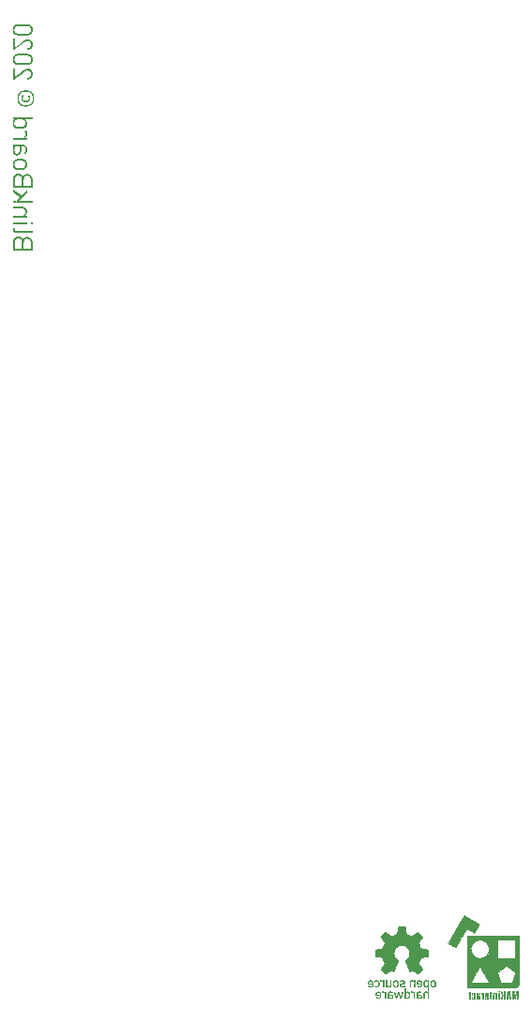
<source format=gbo>
G04*
G04 #@! TF.GenerationSoftware,Altium Limited,Altium Designer,19.0.14 (431)*
G04*
G04 Layer_Color=32896*
%FSLAX44Y44*%
%MOMM*%
G71*
G01*
G75*
G36*
X364436Y99846D02*
X364539D01*
Y99794D01*
X364590D01*
Y99743D01*
Y99691D01*
X364642D01*
Y99640D01*
X364590D01*
Y99588D01*
X364642D01*
Y99536D01*
Y99485D01*
X364694D01*
Y99433D01*
Y99381D01*
Y99330D01*
Y99278D01*
Y99226D01*
X364745D01*
Y99175D01*
Y99123D01*
Y99072D01*
Y99020D01*
Y98968D01*
Y98917D01*
X364797D01*
Y98865D01*
Y98813D01*
Y98762D01*
Y98710D01*
Y98659D01*
X364849D01*
Y98607D01*
Y98555D01*
Y98504D01*
Y98452D01*
Y98400D01*
X364900D01*
Y98349D01*
Y98297D01*
Y98245D01*
Y98194D01*
Y98142D01*
Y98090D01*
X364952D01*
Y98039D01*
Y97987D01*
X364900D01*
Y97936D01*
X364952D01*
Y97884D01*
Y97832D01*
X365004D01*
Y97781D01*
Y97729D01*
Y97677D01*
Y97626D01*
Y97574D01*
X365055D01*
Y97522D01*
X365004D01*
Y97471D01*
X365055D01*
Y97419D01*
Y97368D01*
Y97316D01*
Y97264D01*
X365107D01*
Y97213D01*
Y97161D01*
Y97109D01*
Y97058D01*
Y97006D01*
X365158D01*
Y96955D01*
Y96903D01*
Y96851D01*
Y96800D01*
Y96748D01*
Y96696D01*
X365210D01*
Y96645D01*
Y96593D01*
Y96542D01*
X365107D01*
Y96490D01*
X365210D01*
Y96438D01*
X365262D01*
Y96387D01*
Y96335D01*
Y96283D01*
Y96232D01*
Y96180D01*
X365313D01*
Y96128D01*
Y96077D01*
Y96025D01*
Y95974D01*
Y95922D01*
Y95870D01*
X365365D01*
Y95819D01*
Y95767D01*
Y95715D01*
Y95664D01*
Y95612D01*
X365417D01*
Y95561D01*
Y95509D01*
Y95457D01*
Y95406D01*
Y95354D01*
X365468D01*
Y95302D01*
Y95251D01*
Y95199D01*
Y95147D01*
Y95096D01*
Y95044D01*
X365520D01*
Y94993D01*
Y94941D01*
Y94889D01*
Y94838D01*
Y94786D01*
X365468D01*
Y94734D01*
Y94683D01*
X365520D01*
Y94734D01*
X365572D01*
Y94683D01*
Y94631D01*
Y94579D01*
Y94528D01*
Y94476D01*
X365623D01*
Y94425D01*
Y94373D01*
Y94321D01*
Y94270D01*
Y94218D01*
X365675D01*
Y94166D01*
X365623D01*
Y94115D01*
X365675D01*
Y94063D01*
Y94011D01*
Y93960D01*
X365726D01*
Y93908D01*
Y93857D01*
Y93805D01*
Y93753D01*
Y93702D01*
Y93650D01*
X365778D01*
Y93598D01*
Y93547D01*
Y93495D01*
Y93443D01*
X365830D01*
Y93392D01*
Y93340D01*
X365881D01*
Y93289D01*
X365933D01*
Y93237D01*
X365984D01*
Y93185D01*
X366036D01*
Y93134D01*
X366088D01*
Y93185D01*
X366139D01*
Y93134D01*
X366243D01*
Y93082D01*
X366346D01*
Y93031D01*
X366501D01*
Y92979D01*
X366604D01*
Y92927D01*
X366759D01*
Y92876D01*
X366811D01*
Y92824D01*
X367017D01*
Y92772D01*
Y92721D01*
Y92669D01*
X367069D01*
Y92721D01*
Y92772D01*
X367120D01*
Y92721D01*
X367275D01*
Y92669D01*
X367379D01*
Y92617D01*
X367482D01*
Y92566D01*
X367637D01*
Y92514D01*
X367740D01*
Y92463D01*
X367895D01*
Y92411D01*
X367998D01*
Y92359D01*
X368153D01*
Y92308D01*
X368256D01*
Y92256D01*
X368411D01*
Y92204D01*
X368515D01*
Y92153D01*
X368618D01*
Y92101D01*
X368773D01*
Y92049D01*
X368876D01*
Y91998D01*
X369031D01*
Y91946D01*
X369134D01*
Y91895D01*
X369289D01*
Y91843D01*
X369392D01*
Y91791D01*
X369496D01*
Y91740D01*
X369650D01*
Y91688D01*
X369754D01*
Y91636D01*
X369909D01*
Y91585D01*
X370012D01*
Y91533D01*
X370167D01*
Y91482D01*
X370631D01*
Y91533D01*
X370683D01*
Y91585D01*
X370735D01*
Y91636D01*
X370838D01*
Y91688D01*
X370890D01*
Y91740D01*
X370993D01*
Y91791D01*
X371045D01*
Y91843D01*
X371148D01*
Y91895D01*
X371199D01*
Y91946D01*
X371303D01*
Y91998D01*
X371354D01*
Y92049D01*
X371458D01*
Y92101D01*
X371509D01*
Y92153D01*
X371613D01*
Y92204D01*
X371664D01*
Y92256D01*
X371716D01*
Y92308D01*
X371819D01*
Y92256D01*
X371871D01*
Y92308D01*
X371819D01*
Y92359D01*
X371871D01*
Y92411D01*
X371922D01*
Y92359D01*
X371974D01*
Y92411D01*
Y92463D01*
X372026D01*
Y92514D01*
X372129D01*
Y92566D01*
X372180D01*
Y92617D01*
X372284D01*
Y92669D01*
X372335D01*
Y92721D01*
X372439D01*
Y92772D01*
X372490D01*
Y92824D01*
X372542D01*
Y92876D01*
X372645D01*
Y92927D01*
X372697D01*
Y92876D01*
X372748D01*
Y92927D01*
X372697D01*
Y92979D01*
X372800D01*
Y93031D01*
X372852D01*
Y93082D01*
X372955D01*
Y93134D01*
X373007D01*
Y93185D01*
X373110D01*
Y93237D01*
X373162D01*
Y93185D01*
X373213D01*
Y93237D01*
X373162D01*
Y93289D01*
X373265D01*
Y93340D01*
X373316D01*
Y93392D01*
X373420D01*
Y93443D01*
X373471D01*
Y93495D01*
X373523D01*
Y93547D01*
X373626D01*
Y93598D01*
X373678D01*
Y93650D01*
X373781D01*
Y93702D01*
X373833D01*
Y93650D01*
X373884D01*
Y93702D01*
X373833D01*
Y93753D01*
X373936D01*
Y93805D01*
X373988D01*
Y93857D01*
X374091D01*
Y93908D01*
X374143D01*
Y93960D01*
X374246D01*
Y94011D01*
X374297D01*
Y94063D01*
X374349D01*
Y94115D01*
X374452D01*
Y94166D01*
X374504D01*
Y94218D01*
X374607D01*
Y94166D01*
X374659D01*
Y94218D01*
X374607D01*
Y94270D01*
X374659D01*
Y94321D01*
X374762D01*
Y94373D01*
X374814D01*
Y94425D01*
X374917D01*
Y94476D01*
X374969D01*
Y94528D01*
X375072D01*
Y94579D01*
X375175D01*
Y94631D01*
Y94683D01*
X375279D01*
Y94734D01*
X375330D01*
Y94786D01*
X375433D01*
Y94838D01*
X375485D01*
Y94889D01*
X375588D01*
Y94838D01*
X375640D01*
Y94889D01*
X375588D01*
Y94941D01*
X375640D01*
Y94993D01*
X375691D01*
Y94941D01*
X375743D01*
Y94993D01*
Y95044D01*
X375846D01*
Y95096D01*
X376053D01*
Y95044D01*
X376105D01*
Y94993D01*
X376208D01*
Y94941D01*
X376259D01*
Y94889D01*
X376311D01*
Y94838D01*
X376363D01*
Y94786D01*
X376414D01*
Y94734D01*
X376466D01*
Y94683D01*
X376518D01*
Y94631D01*
X376569D01*
Y94579D01*
X376621D01*
Y94528D01*
X376673D01*
Y94476D01*
X376724D01*
Y94425D01*
X376776D01*
Y94373D01*
X376828D01*
Y94321D01*
X376879D01*
Y94270D01*
X376931D01*
Y94218D01*
X376982D01*
Y94166D01*
X377034D01*
Y94115D01*
X377086D01*
Y94063D01*
X377137D01*
Y94011D01*
X377189D01*
Y93960D01*
X377240D01*
Y93908D01*
X377292D01*
Y93857D01*
X377344D01*
Y93805D01*
X377395D01*
Y93753D01*
X377447D01*
Y93702D01*
X377499D01*
Y93650D01*
X377550D01*
Y93598D01*
X377602D01*
Y93547D01*
X377654D01*
Y93495D01*
X377705D01*
Y93443D01*
X377757D01*
Y93392D01*
X377808D01*
Y93340D01*
X377860D01*
Y93289D01*
X377912D01*
Y93237D01*
X377963D01*
Y93185D01*
X378015D01*
Y93134D01*
X378067D01*
Y93082D01*
X378118D01*
Y93031D01*
X378170D01*
Y92979D01*
X378222D01*
Y92927D01*
X378273D01*
Y92876D01*
X378325D01*
Y92824D01*
X378377D01*
Y92772D01*
X378428D01*
Y92721D01*
X378480D01*
Y92669D01*
X378531D01*
Y92617D01*
X378583D01*
Y92566D01*
X378635D01*
Y92514D01*
X378686D01*
Y92463D01*
X378738D01*
Y92411D01*
X378789D01*
Y92359D01*
X378841D01*
Y92308D01*
X378893D01*
Y92256D01*
X378944D01*
Y92204D01*
X378996D01*
Y92153D01*
X379048D01*
Y92101D01*
X379099D01*
Y92049D01*
X379151D01*
Y91998D01*
X379203D01*
Y91946D01*
X379254D01*
Y91895D01*
X379306D01*
Y91843D01*
X379357D01*
Y91791D01*
X379409D01*
Y91740D01*
Y91688D01*
X379512D01*
Y91636D01*
X379564D01*
Y91585D01*
X379616D01*
Y91533D01*
X379667D01*
Y91482D01*
X379719D01*
Y91430D01*
X379771D01*
Y91378D01*
X379822D01*
Y91327D01*
X379874D01*
Y91275D01*
X379925D01*
Y91223D01*
X379977D01*
Y91172D01*
X380029D01*
Y91120D01*
X380080D01*
Y91068D01*
X380132D01*
Y91017D01*
X380184D01*
Y90965D01*
X380235D01*
Y90913D01*
X380287D01*
Y90862D01*
X380339D01*
Y90810D01*
X380390D01*
Y90759D01*
X380442D01*
Y90707D01*
X380493D01*
Y90655D01*
Y90604D01*
X380545D01*
Y90552D01*
Y90500D01*
Y90449D01*
Y90397D01*
Y90345D01*
X380493D01*
Y90294D01*
Y90242D01*
X380442D01*
Y90191D01*
X380390D01*
Y90139D01*
Y90087D01*
X380339D01*
Y90036D01*
X380287D01*
Y89984D01*
X380235D01*
Y89932D01*
Y89881D01*
X380184D01*
Y89829D01*
Y89778D01*
X380132D01*
Y89726D01*
X380080D01*
Y89674D01*
Y89623D01*
X380029D01*
Y89571D01*
X379977D01*
Y89519D01*
Y89468D01*
X379925D01*
Y89416D01*
X379874D01*
Y89365D01*
Y89313D01*
X379771D01*
Y89261D01*
Y89210D01*
X379719D01*
Y89158D01*
Y89106D01*
X379667D01*
Y89055D01*
X379616D01*
Y89003D01*
Y88952D01*
X379564D01*
Y88900D01*
X379512D01*
Y88848D01*
Y88797D01*
X379461D01*
Y88745D01*
X379409D01*
Y88693D01*
Y88642D01*
X379357D01*
Y88590D01*
X379306D01*
Y88538D01*
Y88487D01*
X379254D01*
Y88435D01*
X379203D01*
Y88384D01*
X379151D01*
Y88332D01*
X379099D01*
Y88280D01*
Y88229D01*
X379048D01*
Y88177D01*
Y88125D01*
X378996D01*
Y88074D01*
X378944D01*
Y88022D01*
Y87970D01*
X378893D01*
Y87919D01*
X378841D01*
Y87867D01*
Y87816D01*
X378789D01*
Y87764D01*
X378738D01*
Y87712D01*
Y87661D01*
X378686D01*
Y87609D01*
X378635D01*
Y87557D01*
Y87506D01*
X378583D01*
Y87454D01*
X378531D01*
Y87402D01*
X378480D01*
Y87351D01*
Y87299D01*
X378428D01*
Y87248D01*
X378377D01*
Y87299D01*
X378325D01*
Y87248D01*
X378377D01*
Y87196D01*
Y87144D01*
X378325D01*
Y87093D01*
X378273D01*
Y87041D01*
Y86989D01*
X378222D01*
Y86938D01*
X378170D01*
Y86886D01*
Y86834D01*
X378118D01*
Y86783D01*
X378067D01*
Y86731D01*
Y86680D01*
X378015D01*
Y86628D01*
X377963D01*
Y86576D01*
X377912D01*
Y86525D01*
Y86473D01*
X377860D01*
Y86421D01*
X377808D01*
Y86370D01*
Y86318D01*
X377757D01*
Y86266D01*
X377705D01*
Y86215D01*
Y86163D01*
X377654D01*
Y86112D01*
X377602D01*
Y86060D01*
Y86008D01*
X377550D01*
Y85957D01*
X377499D01*
Y85905D01*
Y85854D01*
X377447D01*
Y85802D01*
X377395D01*
Y85750D01*
X377344D01*
Y85699D01*
Y85647D01*
X377292D01*
Y85595D01*
X377240D01*
Y85544D01*
Y85492D01*
X377189D01*
Y85440D01*
X377137D01*
Y85389D01*
Y85337D01*
X377086D01*
Y85286D01*
X377034D01*
Y85234D01*
Y85182D01*
X376982D01*
Y85131D01*
Y85079D01*
Y85027D01*
Y84976D01*
Y84924D01*
Y84872D01*
X377034D01*
Y84821D01*
Y84769D01*
Y84718D01*
X377086D01*
Y84666D01*
X377034D01*
Y84614D01*
X377137D01*
Y84563D01*
Y84511D01*
X377189D01*
Y84459D01*
Y84408D01*
Y84356D01*
X377240D01*
Y84305D01*
Y84253D01*
X377292D01*
Y84201D01*
X377240D01*
Y84150D01*
X377344D01*
Y84098D01*
Y84046D01*
Y83995D01*
X377395D01*
Y83943D01*
Y83891D01*
X377447D01*
Y83840D01*
Y83788D01*
X377499D01*
Y83736D01*
Y83685D01*
Y83633D01*
X377550D01*
Y83582D01*
Y83530D01*
X377602D01*
Y83478D01*
Y83427D01*
X377654D01*
Y83375D01*
Y83323D01*
Y83272D01*
X377705D01*
Y83220D01*
Y83168D01*
X377757D01*
Y83117D01*
Y83065D01*
X377808D01*
Y83014D01*
Y82962D01*
Y82910D01*
X377860D01*
Y82859D01*
Y82807D01*
X377912D01*
Y82755D01*
Y82704D01*
X377963D01*
Y82652D01*
Y82601D01*
Y82549D01*
X378015D01*
Y82497D01*
Y82446D01*
X378067D01*
Y82394D01*
Y82342D01*
X378118D01*
Y82291D01*
Y82239D01*
Y82188D01*
X378170D01*
Y82136D01*
Y82084D01*
X378222D01*
Y82033D01*
Y81981D01*
X378273D01*
Y81929D01*
Y81878D01*
Y81826D01*
X378325D01*
Y81775D01*
Y81723D01*
X378377D01*
Y81671D01*
Y81620D01*
X378428D01*
Y81568D01*
Y81516D01*
Y81465D01*
X378480D01*
Y81413D01*
Y81361D01*
X378531D01*
Y81310D01*
Y81258D01*
X378583D01*
Y81207D01*
Y81155D01*
X378531D01*
Y81103D01*
X378635D01*
Y81052D01*
Y81000D01*
X378686D01*
Y80948D01*
Y80897D01*
X378738D01*
Y80845D01*
Y80793D01*
Y80742D01*
X378789D01*
Y80690D01*
Y80639D01*
X378841D01*
Y80587D01*
Y80535D01*
X378893D01*
Y80484D01*
Y80432D01*
X378944D01*
Y80380D01*
X378996D01*
Y80329D01*
X379099D01*
Y80277D01*
X379306D01*
Y80225D01*
X379616D01*
Y80174D01*
X379874D01*
Y80122D01*
X380132D01*
Y80071D01*
X380184D01*
Y80019D01*
X380235D01*
Y80071D01*
X380442D01*
Y80019D01*
X380700D01*
Y79967D01*
X380906D01*
Y79916D01*
X381165D01*
Y79864D01*
X381216D01*
Y79916D01*
X381268D01*
Y79864D01*
X381526D01*
Y79812D01*
X381836D01*
Y79761D01*
X382094D01*
Y79709D01*
X382352D01*
Y79658D01*
X382662D01*
Y79606D01*
X382920D01*
Y79554D01*
X383178D01*
Y79503D01*
Y79451D01*
X383230D01*
Y79503D01*
X383385D01*
Y79451D01*
X383437D01*
Y79503D01*
X383488D01*
Y79451D01*
X383746D01*
Y79399D01*
X383798D01*
Y79348D01*
X383849D01*
Y79399D01*
X384056D01*
Y79348D01*
X384314D01*
Y79296D01*
X384572D01*
Y79244D01*
X384882D01*
Y79193D01*
X385140D01*
Y79141D01*
X385244D01*
Y79089D01*
X385192D01*
Y79038D01*
X385347D01*
Y78986D01*
Y78935D01*
Y78883D01*
X385295D01*
Y78831D01*
Y78780D01*
X385347D01*
Y78728D01*
Y78677D01*
Y78625D01*
Y78573D01*
Y78522D01*
Y78470D01*
Y78418D01*
Y78367D01*
Y78315D01*
Y78263D01*
Y78212D01*
Y78160D01*
Y78109D01*
Y78057D01*
Y78005D01*
Y77954D01*
Y77902D01*
Y77850D01*
Y77799D01*
Y77747D01*
Y77695D01*
Y77644D01*
Y77592D01*
Y77540D01*
Y77489D01*
Y77437D01*
Y77386D01*
Y77334D01*
Y77282D01*
Y77231D01*
Y77179D01*
Y77127D01*
Y77076D01*
Y77024D01*
Y76973D01*
Y76921D01*
Y76869D01*
Y76818D01*
X385295D01*
Y76766D01*
X385347D01*
Y76714D01*
Y76663D01*
Y76611D01*
Y76560D01*
Y76508D01*
Y76456D01*
Y76405D01*
Y76353D01*
Y76301D01*
Y76250D01*
Y76198D01*
Y76146D01*
Y76095D01*
Y76043D01*
Y75992D01*
Y75940D01*
Y75888D01*
Y75837D01*
Y75785D01*
Y75733D01*
Y75682D01*
Y75630D01*
Y75578D01*
Y75527D01*
Y75475D01*
Y75424D01*
Y75372D01*
Y75320D01*
Y75269D01*
Y75217D01*
Y75165D01*
Y75114D01*
Y75062D01*
Y75010D01*
Y74959D01*
Y74907D01*
Y74856D01*
Y74804D01*
Y74752D01*
Y74701D01*
Y74649D01*
Y74598D01*
Y74546D01*
Y74494D01*
Y74443D01*
Y74391D01*
Y74339D01*
Y74288D01*
Y74236D01*
Y74184D01*
Y74133D01*
Y74081D01*
Y74029D01*
Y73978D01*
Y73926D01*
Y73875D01*
Y73823D01*
Y73771D01*
Y73720D01*
Y73668D01*
Y73616D01*
Y73565D01*
Y73513D01*
Y73461D01*
Y73410D01*
Y73358D01*
Y73307D01*
Y73255D01*
Y73203D01*
Y73152D01*
Y73100D01*
X385295D01*
Y73049D01*
X385347D01*
Y72997D01*
Y72945D01*
Y72894D01*
Y72842D01*
Y72790D01*
Y72739D01*
Y72687D01*
Y72635D01*
X385295D01*
Y72584D01*
Y72532D01*
X385192D01*
Y72481D01*
X385037D01*
Y72429D01*
X384779D01*
Y72377D01*
X384572D01*
Y72429D01*
X384521D01*
Y72377D01*
Y72326D01*
X384211D01*
Y72274D01*
X383953D01*
Y72222D01*
X383695D01*
Y72171D01*
X383385D01*
Y72119D01*
X383127D01*
Y72067D01*
X382920D01*
Y72119D01*
X382868D01*
Y72067D01*
Y72016D01*
X382559D01*
Y71964D01*
X382507D01*
Y72016D01*
X382455D01*
Y71964D01*
X382301D01*
Y71913D01*
X381991D01*
Y71861D01*
X381733D01*
Y71809D01*
X381474D01*
Y71758D01*
X381165D01*
Y71706D01*
X380906D01*
Y71654D01*
X380648D01*
Y71603D01*
X380339D01*
Y71551D01*
X380080D01*
Y71500D01*
X379822D01*
Y71448D01*
X379771D01*
Y71500D01*
X379719D01*
Y71448D01*
X379461D01*
Y71396D01*
X379254D01*
Y71345D01*
X379151D01*
Y71293D01*
X379099D01*
Y71241D01*
X378996D01*
Y71190D01*
X379048D01*
Y71138D01*
X378996D01*
Y71086D01*
Y71035D01*
X378944D01*
Y70983D01*
Y70932D01*
Y70880D01*
X378893D01*
Y70828D01*
Y70777D01*
X378841D01*
Y70828D01*
X378789D01*
Y70777D01*
X378841D01*
Y70725D01*
Y70673D01*
Y70622D01*
X378789D01*
Y70570D01*
Y70518D01*
X378738D01*
Y70467D01*
Y70415D01*
Y70364D01*
X378686D01*
Y70312D01*
Y70260D01*
X378635D01*
Y70209D01*
Y70157D01*
Y70105D01*
X378583D01*
Y70054D01*
Y70002D01*
X378531D01*
Y69950D01*
Y69899D01*
Y69847D01*
X378480D01*
Y69796D01*
Y69744D01*
X378377D01*
Y69692D01*
X378428D01*
Y69641D01*
Y69589D01*
X378377D01*
Y69537D01*
Y69486D01*
X378273D01*
Y69434D01*
X378325D01*
Y69383D01*
Y69331D01*
X378273D01*
Y69279D01*
Y69228D01*
X378222D01*
Y69176D01*
Y69124D01*
Y69073D01*
X378170D01*
Y69021D01*
Y68969D01*
X378118D01*
Y68918D01*
Y68866D01*
Y68815D01*
X378015D01*
Y68763D01*
X378067D01*
Y68711D01*
X378015D01*
Y68660D01*
Y68608D01*
Y68556D01*
X377963D01*
Y68505D01*
Y68453D01*
X377860D01*
Y68401D01*
X377912D01*
Y68350D01*
Y68298D01*
X377860D01*
Y68247D01*
Y68195D01*
X377808D01*
Y68143D01*
Y68092D01*
Y68040D01*
X377757D01*
Y68092D01*
X377705D01*
Y68040D01*
X377757D01*
Y67988D01*
Y67937D01*
X377705D01*
Y67885D01*
Y67833D01*
Y67782D01*
X377654D01*
Y67730D01*
X377602D01*
Y67679D01*
Y67627D01*
Y67575D01*
Y67524D01*
X377550D01*
Y67472D01*
Y67421D01*
X377499D01*
Y67369D01*
Y67317D01*
Y67266D01*
X377447D01*
Y67214D01*
Y67162D01*
X377395D01*
Y67111D01*
Y67059D01*
Y67007D01*
X377344D01*
Y66956D01*
Y66904D01*
X377292D01*
Y66852D01*
Y66801D01*
Y66749D01*
X377240D01*
Y66698D01*
Y66646D01*
X377189D01*
Y66698D01*
X377086D01*
Y66646D01*
X377189D01*
Y66594D01*
Y66543D01*
Y66491D01*
X377137D01*
Y66439D01*
Y66388D01*
Y66336D01*
Y66285D01*
X377189D01*
Y66233D01*
Y66181D01*
Y66130D01*
X377240D01*
Y66078D01*
X377292D01*
Y66026D01*
Y65975D01*
X377344D01*
Y65923D01*
X377395D01*
Y65872D01*
Y65820D01*
X377447D01*
Y65768D01*
X377499D01*
Y65717D01*
Y65665D01*
X377550D01*
Y65613D01*
X377602D01*
Y65562D01*
Y65510D01*
X377654D01*
Y65458D01*
X377705D01*
Y65407D01*
X377757D01*
Y65355D01*
Y65304D01*
X377808D01*
Y65252D01*
X377860D01*
Y65200D01*
Y65149D01*
X377912D01*
Y65097D01*
X377963D01*
Y65045D01*
Y64994D01*
X378015D01*
Y64942D01*
X378067D01*
Y64890D01*
Y64839D01*
X378118D01*
Y64787D01*
X378170D01*
Y64736D01*
Y64684D01*
X378222D01*
Y64632D01*
X378273D01*
Y64581D01*
X378325D01*
Y64529D01*
Y64477D01*
X378377D01*
Y64426D01*
X378428D01*
Y64374D01*
Y64323D01*
X378480D01*
Y64271D01*
X378531D01*
Y64219D01*
Y64168D01*
Y64116D01*
X378635D01*
Y64064D01*
Y64013D01*
X378686D01*
Y63961D01*
Y63909D01*
X378738D01*
Y63858D01*
X378789D01*
Y63806D01*
X378841D01*
Y63755D01*
X378893D01*
Y63703D01*
Y63651D01*
X378944D01*
Y63600D01*
X378996D01*
Y63548D01*
Y63496D01*
X379048D01*
Y63445D01*
X379099D01*
Y63393D01*
Y63341D01*
X379151D01*
Y63290D01*
X379203D01*
Y63238D01*
Y63187D01*
X379254D01*
Y63135D01*
X379306D01*
Y63083D01*
Y63032D01*
X379357D01*
Y62980D01*
X379409D01*
Y62928D01*
Y62877D01*
X379461D01*
Y62825D01*
X379512D01*
Y62773D01*
X379564D01*
Y62722D01*
Y62670D01*
X379616D01*
Y62619D01*
X379667D01*
Y62567D01*
Y62515D01*
X379719D01*
Y62464D01*
X379771D01*
Y62412D01*
Y62360D01*
X379822D01*
Y62309D01*
X379874D01*
Y62257D01*
Y62206D01*
X379925D01*
Y62154D01*
X379977D01*
Y62102D01*
Y62051D01*
Y61999D01*
X380080D01*
Y61947D01*
X380132D01*
Y61896D01*
Y61844D01*
X380184D01*
Y61792D01*
X380235D01*
Y61741D01*
Y61689D01*
X380287D01*
Y61638D01*
X380339D01*
Y61586D01*
Y61534D01*
X380390D01*
Y61483D01*
X380442D01*
Y61431D01*
Y61379D01*
X380493D01*
Y61328D01*
X380545D01*
Y61276D01*
Y61224D01*
Y61173D01*
Y61121D01*
Y61070D01*
Y61018D01*
X380493D01*
Y60966D01*
X380442D01*
Y60915D01*
X380390D01*
Y60863D01*
X380339D01*
Y60811D01*
X380287D01*
Y60760D01*
X380235D01*
Y60708D01*
X380184D01*
Y60656D01*
X380132D01*
Y60605D01*
X380080D01*
Y60553D01*
X380029D01*
Y60502D01*
X379977D01*
Y60450D01*
X379925D01*
Y60398D01*
X379874D01*
Y60347D01*
X379822D01*
Y60295D01*
X379771D01*
Y60244D01*
X379719D01*
Y60192D01*
X379667D01*
Y60140D01*
X379616D01*
Y60089D01*
X379564D01*
Y60037D01*
X379512D01*
Y59985D01*
X379461D01*
Y59934D01*
X379409D01*
Y59882D01*
X379357D01*
Y59830D01*
X379306D01*
Y59779D01*
X379254D01*
Y59727D01*
X379203D01*
Y59675D01*
X379151D01*
Y59624D01*
X379099D01*
Y59572D01*
X379048D01*
Y59521D01*
X378996D01*
Y59469D01*
X378944D01*
Y59417D01*
X378893D01*
Y59366D01*
X378841D01*
Y59314D01*
X378789D01*
Y59262D01*
X378738D01*
Y59211D01*
X378686D01*
Y59159D01*
X378635D01*
Y59108D01*
X378583D01*
Y59056D01*
X378531D01*
Y59004D01*
X378480D01*
Y58953D01*
X378428D01*
Y59004D01*
X378377D01*
Y58953D01*
X378428D01*
Y58901D01*
X378377D01*
Y58849D01*
X378325D01*
Y58798D01*
X378273D01*
Y58746D01*
X378222D01*
Y58695D01*
X378170D01*
Y58643D01*
X378118D01*
Y58591D01*
X378067D01*
Y58540D01*
X378015D01*
Y58488D01*
X377963D01*
Y58436D01*
X377912D01*
Y58385D01*
X377860D01*
Y58333D01*
X377808D01*
Y58281D01*
X377757D01*
Y58230D01*
X377705D01*
Y58178D01*
X377654D01*
Y58127D01*
X377602D01*
Y58075D01*
X377550D01*
Y58023D01*
X377499D01*
Y57972D01*
X377447D01*
Y57920D01*
X377395D01*
Y57868D01*
X377344D01*
Y57817D01*
X377292D01*
Y57765D01*
X377240D01*
Y57713D01*
X377189D01*
Y57662D01*
X377137D01*
Y57610D01*
X377086D01*
Y57559D01*
X377034D01*
Y57507D01*
X376982D01*
Y57455D01*
X376931D01*
Y57404D01*
X376879D01*
Y57352D01*
X376828D01*
Y57300D01*
X376776D01*
Y57249D01*
X376724D01*
Y57197D01*
X376673D01*
Y57146D01*
X376621D01*
Y57094D01*
X376569D01*
Y57042D01*
X376518D01*
Y56991D01*
X376466D01*
Y56939D01*
X376414D01*
Y56887D01*
X376363D01*
Y56836D01*
X376311D01*
Y56784D01*
X376259D01*
Y56732D01*
X376208D01*
Y56784D01*
X376156D01*
Y56732D01*
X376208D01*
Y56681D01*
X376156D01*
Y56629D01*
X376105D01*
Y56578D01*
X376001D01*
Y56526D01*
X375898D01*
Y56578D01*
X375743D01*
Y56629D01*
X375691D01*
Y56681D01*
X375588D01*
Y56732D01*
X375537D01*
Y56784D01*
X375433D01*
Y56836D01*
X375382D01*
Y56887D01*
X375279D01*
Y56939D01*
X375227D01*
Y56991D01*
X375124D01*
Y57042D01*
X375072D01*
Y57094D01*
X374969D01*
Y57146D01*
X374917D01*
Y57197D01*
X374865D01*
Y57249D01*
X374762D01*
Y57300D01*
X374711D01*
Y57352D01*
X374607D01*
Y57404D01*
X374556D01*
Y57455D01*
X374452D01*
Y57507D01*
X374401D01*
Y57559D01*
X374297D01*
Y57610D01*
X374246D01*
Y57662D01*
X374143D01*
Y57713D01*
X374091D01*
Y57765D01*
X374039D01*
Y57817D01*
X373936D01*
Y57868D01*
X373884D01*
Y57920D01*
X373781D01*
Y57972D01*
X373730D01*
Y58023D01*
X373626D01*
Y58075D01*
X373575D01*
Y58127D01*
X373471D01*
Y58178D01*
X373420D01*
Y58230D01*
X373316D01*
Y58281D01*
X373265D01*
Y58333D01*
X373213D01*
Y58385D01*
X373110D01*
Y58436D01*
X373058D01*
Y58488D01*
X372955D01*
Y58540D01*
X372903D01*
Y58591D01*
X372800D01*
Y58643D01*
X372748D01*
Y58695D01*
X372645D01*
Y58746D01*
X372594D01*
Y58798D01*
X372490D01*
Y58849D01*
X372439D01*
Y58901D01*
Y58953D01*
X372387D01*
Y58901D01*
X372335D01*
Y58953D01*
X372284D01*
Y59004D01*
X372232D01*
Y59056D01*
X372129D01*
Y59108D01*
X372077D01*
Y59159D01*
X371974D01*
Y59211D01*
X371922D01*
Y59262D01*
X371819D01*
Y59314D01*
X371767D01*
Y59366D01*
X371664D01*
Y59417D01*
X371613D01*
Y59469D01*
X371509D01*
Y59521D01*
X371458D01*
Y59572D01*
X371406D01*
Y59624D01*
Y59675D01*
X371354D01*
Y59624D01*
X371303D01*
Y59675D01*
X371251D01*
Y59727D01*
X371148D01*
Y59779D01*
X371096D01*
Y59830D01*
X370993D01*
Y59882D01*
X370683D01*
Y59830D01*
X370580D01*
Y59779D01*
X370477D01*
Y59727D01*
X370373D01*
Y59675D01*
X370218D01*
Y59624D01*
X370167D01*
Y59572D01*
X370064D01*
Y59521D01*
X369960D01*
Y59469D01*
X369857D01*
Y59417D01*
X369805D01*
Y59366D01*
X369650D01*
Y59314D01*
X369599D01*
Y59262D01*
X369496D01*
Y59211D01*
X369392D01*
Y59159D01*
X369341D01*
Y59211D01*
X369289D01*
Y59159D01*
Y59108D01*
X369186D01*
Y59056D01*
X369082D01*
Y59004D01*
X369031D01*
Y58953D01*
X368928D01*
Y58901D01*
X368824D01*
Y58849D01*
X368721D01*
Y58901D01*
X368669D01*
Y58849D01*
X368721D01*
Y58798D01*
X368618D01*
Y58746D01*
X368515D01*
Y58695D01*
X368360D01*
Y58746D01*
X368256D01*
Y58798D01*
X368205D01*
Y58849D01*
Y58901D01*
X368153D01*
Y58953D01*
Y59004D01*
Y59056D01*
X368102D01*
Y59108D01*
Y59159D01*
X368050D01*
Y59211D01*
Y59262D01*
X368102D01*
Y59314D01*
X367998D01*
Y59366D01*
X368050D01*
Y59417D01*
X367947D01*
Y59469D01*
Y59521D01*
Y59572D01*
X367895D01*
Y59624D01*
Y59675D01*
X367843D01*
Y59727D01*
Y59779D01*
X367792D01*
Y59830D01*
Y59882D01*
Y59934D01*
X367740D01*
Y59985D01*
Y60037D01*
X367688D01*
Y60089D01*
Y60140D01*
Y60192D01*
X367637D01*
Y60244D01*
Y60295D01*
X367585D01*
Y60347D01*
Y60398D01*
Y60450D01*
X367533D01*
Y60502D01*
Y60553D01*
X367482D01*
Y60605D01*
Y60656D01*
X367430D01*
Y60708D01*
Y60760D01*
Y60811D01*
X367379D01*
Y60863D01*
Y60915D01*
X367327D01*
Y60966D01*
Y61018D01*
Y61070D01*
X367275D01*
Y61121D01*
Y61173D01*
X367224D01*
Y61224D01*
Y61276D01*
X367172D01*
Y61328D01*
Y61379D01*
Y61431D01*
X367120D01*
Y61483D01*
Y61534D01*
X367069D01*
Y61586D01*
Y61638D01*
Y61689D01*
X367017D01*
Y61741D01*
Y61792D01*
X366966D01*
Y61844D01*
Y61896D01*
X366914D01*
Y61947D01*
Y61999D01*
Y62051D01*
X366862D01*
Y62102D01*
Y62154D01*
X366811D01*
Y62206D01*
Y62257D01*
Y62309D01*
X366759D01*
Y62360D01*
Y62412D01*
X366707D01*
Y62464D01*
Y62515D01*
Y62567D01*
X366656D01*
Y62619D01*
Y62670D01*
X366604D01*
Y62722D01*
Y62773D01*
X366553D01*
Y62825D01*
Y62877D01*
Y62928D01*
X366501D01*
Y62980D01*
Y63032D01*
X366449D01*
Y63083D01*
X366501D01*
Y63135D01*
X366449D01*
Y63187D01*
X366398D01*
Y63238D01*
Y63290D01*
X366346D01*
Y63341D01*
Y63393D01*
X366294D01*
Y63445D01*
Y63496D01*
Y63548D01*
X366243D01*
Y63600D01*
Y63651D01*
X366191D01*
Y63703D01*
Y63755D01*
Y63806D01*
X366139D01*
Y63858D01*
Y63909D01*
X366088D01*
Y63961D01*
Y64013D01*
Y64064D01*
X366036D01*
Y64116D01*
Y64168D01*
X365984D01*
Y64219D01*
Y64271D01*
X365933D01*
Y64323D01*
Y64374D01*
Y64426D01*
X365881D01*
Y64477D01*
Y64529D01*
X365830D01*
Y64581D01*
Y64632D01*
Y64684D01*
X365778D01*
Y64736D01*
Y64787D01*
X365726D01*
Y64839D01*
Y64890D01*
X365675D01*
Y64942D01*
Y64994D01*
Y65045D01*
X365623D01*
Y65097D01*
X365675D01*
Y65149D01*
X365572D01*
Y65200D01*
Y65252D01*
Y65304D01*
X365520D01*
Y65355D01*
Y65407D01*
X365468D01*
Y65458D01*
Y65510D01*
Y65562D01*
X365417D01*
Y65613D01*
Y65665D01*
X365365D01*
Y65717D01*
Y65768D01*
X365313D01*
Y65820D01*
Y65872D01*
Y65923D01*
X365262D01*
Y65975D01*
Y66026D01*
X365210D01*
Y66078D01*
Y66130D01*
Y66181D01*
X365158D01*
Y66233D01*
Y66285D01*
X365107D01*
Y66336D01*
Y66388D01*
X365055D01*
Y66439D01*
Y66491D01*
Y66543D01*
X365004D01*
Y66594D01*
Y66646D01*
X364952D01*
Y66698D01*
Y66749D01*
Y66801D01*
X364900D01*
Y66852D01*
Y66904D01*
X364849D01*
Y66956D01*
Y67007D01*
Y67059D01*
X364797D01*
Y67111D01*
Y67162D01*
X364745D01*
Y67214D01*
Y67266D01*
X364694D01*
Y67317D01*
Y67369D01*
Y67421D01*
X364642D01*
Y67472D01*
Y67524D01*
X364590D01*
Y67575D01*
Y67627D01*
Y67679D01*
X364539D01*
Y67730D01*
Y67782D01*
X364487D01*
Y67833D01*
Y67885D01*
X364436D01*
Y67937D01*
Y67988D01*
X364487D01*
Y68040D01*
X364384D01*
Y68092D01*
Y68143D01*
X364332D01*
Y68195D01*
Y68247D01*
Y68298D01*
X364281D01*
Y68350D01*
Y68401D01*
X364229D01*
Y68453D01*
Y68505D01*
Y68556D01*
X364177D01*
Y68608D01*
Y68660D01*
X364126D01*
Y68711D01*
Y68763D01*
X364074D01*
Y68815D01*
Y68866D01*
Y68918D01*
X364022D01*
Y68969D01*
Y69021D01*
X363971D01*
Y69073D01*
Y69124D01*
Y69176D01*
X363919D01*
Y69228D01*
Y69279D01*
Y69331D01*
Y69383D01*
X363971D01*
Y69434D01*
Y69486D01*
X364022D01*
Y69537D01*
X364126D01*
Y69589D01*
X364177D01*
Y69641D01*
X364281D01*
Y69692D01*
X364332D01*
Y69744D01*
X364436D01*
Y69796D01*
X364539D01*
Y69847D01*
X364590D01*
Y69899D01*
X364694D01*
Y69950D01*
X364745D01*
Y70002D01*
X364797D01*
Y70054D01*
X364849D01*
Y70105D01*
X364952D01*
Y70157D01*
X365004D01*
Y70209D01*
X365107D01*
Y70260D01*
X365158D01*
Y70312D01*
X365262D01*
Y70364D01*
X365313D01*
Y70415D01*
X365365D01*
Y70467D01*
X365417D01*
Y70518D01*
X365520D01*
Y70570D01*
X365572D01*
Y70622D01*
X365623D01*
Y70673D01*
X365675D01*
Y70725D01*
X365726D01*
Y70777D01*
X365830D01*
Y70828D01*
X365881D01*
Y70880D01*
X365933D01*
Y70932D01*
X365984D01*
Y70983D01*
X366036D01*
Y71035D01*
X366088D01*
Y71086D01*
X366139D01*
Y71138D01*
X366191D01*
Y71190D01*
X366243D01*
Y71241D01*
X366294D01*
Y71293D01*
X366346D01*
Y71345D01*
Y71396D01*
X366398D01*
Y71448D01*
X366449D01*
Y71500D01*
X366501D01*
Y71551D01*
X366553D01*
Y71603D01*
X366604D01*
Y71551D01*
X366656D01*
Y71603D01*
X366604D01*
Y71654D01*
Y71706D01*
X366656D01*
Y71758D01*
X366707D01*
Y71809D01*
X366759D01*
Y71861D01*
Y71913D01*
X366811D01*
Y71964D01*
X366862D01*
Y72016D01*
Y72067D01*
X366914D01*
Y72119D01*
X366966D01*
Y72171D01*
Y72222D01*
X367017D01*
Y72274D01*
X367069D01*
Y72326D01*
Y72377D01*
X367120D01*
Y72429D01*
X367172D01*
Y72481D01*
Y72532D01*
Y72584D01*
X367224D01*
Y72635D01*
X367275D01*
Y72584D01*
X367327D01*
Y72635D01*
Y72687D01*
X367275D01*
Y72739D01*
X367327D01*
Y72790D01*
Y72842D01*
X367379D01*
Y72894D01*
Y72945D01*
Y72997D01*
X367430D01*
Y73049D01*
Y73100D01*
X367482D01*
Y73152D01*
Y73203D01*
X367533D01*
Y73255D01*
Y73307D01*
Y73358D01*
X367585D01*
Y73307D01*
X367637D01*
Y73358D01*
X367585D01*
Y73410D01*
Y73461D01*
X367637D01*
Y73513D01*
Y73565D01*
Y73616D01*
X367688D01*
Y73668D01*
Y73720D01*
Y73771D01*
X367740D01*
Y73823D01*
Y73875D01*
Y73926D01*
Y73978D01*
X367792D01*
Y74029D01*
Y74081D01*
Y74133D01*
X367843D01*
Y74184D01*
Y74236D01*
Y74288D01*
Y74339D01*
Y74391D01*
X367895D01*
Y74443D01*
Y74494D01*
Y74546D01*
Y74598D01*
X367947D01*
Y74649D01*
Y74701D01*
Y74752D01*
Y74804D01*
Y74856D01*
Y74907D01*
X367998D01*
Y74959D01*
X367947D01*
Y75010D01*
X367998D01*
Y74959D01*
X368050D01*
Y75010D01*
X367998D01*
Y75062D01*
Y75114D01*
Y75165D01*
Y75217D01*
Y75269D01*
Y75320D01*
Y75372D01*
Y75424D01*
Y75475D01*
X368050D01*
Y75527D01*
X367998D01*
Y75578D01*
Y75630D01*
Y75682D01*
Y75733D01*
Y75785D01*
Y75837D01*
Y75888D01*
Y75940D01*
Y75992D01*
Y76043D01*
Y76095D01*
Y76146D01*
Y76198D01*
Y76250D01*
Y76301D01*
Y76353D01*
X368050D01*
Y76405D01*
X367998D01*
Y76456D01*
Y76508D01*
Y76560D01*
X367947D01*
Y76611D01*
Y76663D01*
X367998D01*
Y76714D01*
X367947D01*
Y76766D01*
Y76818D01*
Y76869D01*
Y76921D01*
X367895D01*
Y76973D01*
Y77024D01*
Y77076D01*
Y77127D01*
Y77179D01*
X367843D01*
Y77231D01*
Y77282D01*
Y77334D01*
Y77386D01*
Y77437D01*
X367792D01*
Y77489D01*
Y77540D01*
Y77592D01*
X367740D01*
Y77644D01*
Y77695D01*
Y77747D01*
Y77799D01*
X367688D01*
Y77850D01*
Y77902D01*
Y77954D01*
X367637D01*
Y78005D01*
Y78057D01*
Y78109D01*
X367585D01*
Y78160D01*
Y78212D01*
X367533D01*
Y78263D01*
Y78315D01*
Y78367D01*
X367482D01*
Y78418D01*
Y78470D01*
X367430D01*
Y78522D01*
X367482D01*
Y78573D01*
X367379D01*
Y78625D01*
Y78677D01*
X367430D01*
Y78728D01*
X367327D01*
Y78780D01*
Y78831D01*
X367275D01*
Y78883D01*
Y78935D01*
X367224D01*
Y78986D01*
X367172D01*
Y79038D01*
Y79089D01*
X367120D01*
Y79141D01*
Y79193D01*
X367069D01*
Y79244D01*
Y79296D01*
X367017D01*
Y79348D01*
X366966D01*
Y79399D01*
Y79451D01*
X366914D01*
Y79503D01*
X366862D01*
Y79554D01*
Y79606D01*
X366811D01*
Y79658D01*
X366759D01*
Y79709D01*
Y79761D01*
X366707D01*
Y79812D01*
X366656D01*
Y79864D01*
X366604D01*
Y79916D01*
X366656D01*
Y79967D01*
X366553D01*
Y80019D01*
X366501D01*
Y80071D01*
X366449D01*
Y80122D01*
X366398D01*
Y80174D01*
Y80225D01*
X366346D01*
Y80277D01*
X366294D01*
Y80329D01*
X366243D01*
Y80380D01*
X366191D01*
Y80432D01*
X366139D01*
Y80484D01*
Y80535D01*
X366036D01*
Y80587D01*
X365984D01*
Y80639D01*
X365933D01*
Y80690D01*
X365881D01*
Y80742D01*
X365830D01*
Y80793D01*
X365726D01*
Y80845D01*
X365675D01*
Y80897D01*
X365623D01*
Y80948D01*
X365572D01*
Y81000D01*
X365520D01*
Y81052D01*
X365468D01*
Y81103D01*
X365365D01*
Y81155D01*
X365313D01*
Y81207D01*
X365262D01*
Y81258D01*
X365158D01*
Y81310D01*
X365107D01*
Y81361D01*
X365004D01*
Y81413D01*
X364952D01*
Y81465D01*
X364849D01*
Y81516D01*
X364797D01*
Y81568D01*
X364694D01*
Y81620D01*
X364590D01*
Y81671D01*
X364539D01*
Y81723D01*
X364384D01*
Y81775D01*
X364332D01*
Y81826D01*
X364229D01*
Y81878D01*
X364074D01*
Y81929D01*
X363971D01*
Y81981D01*
X363868D01*
Y82033D01*
X363713D01*
Y82084D01*
X363609D01*
Y82136D01*
X363455D01*
Y82188D01*
X363300D01*
Y82239D01*
X363093D01*
Y82291D01*
X362938D01*
Y82342D01*
X362680D01*
Y82394D01*
X362422D01*
Y82446D01*
X362319D01*
Y82497D01*
X362267D01*
Y82446D01*
X362060D01*
Y82497D01*
X360821D01*
Y82549D01*
X360770D01*
Y82497D01*
X360511D01*
Y82446D01*
X360150D01*
Y82394D01*
X359892D01*
Y82342D01*
X359634D01*
Y82291D01*
X359427D01*
Y82239D01*
X359324D01*
Y82291D01*
X359272D01*
Y82239D01*
Y82188D01*
X359117D01*
Y82136D01*
X358962D01*
Y82188D01*
X358911D01*
Y82136D01*
X358962D01*
Y82084D01*
X358859D01*
Y82033D01*
X358704D01*
Y81981D01*
X358653D01*
Y82033D01*
X358601D01*
Y81981D01*
Y81929D01*
X358498D01*
Y81878D01*
X358343D01*
Y81826D01*
X358240D01*
Y81775D01*
X358136D01*
Y81723D01*
X358085D01*
Y81671D01*
X358033D01*
Y81723D01*
X357930D01*
Y81671D01*
X357981D01*
Y81620D01*
X357878D01*
Y81568D01*
X357775D01*
Y81516D01*
X357723D01*
Y81465D01*
X357620D01*
Y81413D01*
X357568D01*
Y81361D01*
X357465D01*
Y81310D01*
X357413D01*
Y81258D01*
X357310D01*
Y81207D01*
X357258D01*
Y81155D01*
X357207D01*
Y81103D01*
X357104D01*
Y81052D01*
X357052D01*
Y81000D01*
X357000D01*
Y80948D01*
X356949D01*
Y81000D01*
X356897D01*
Y80948D01*
X356949D01*
Y80897D01*
X356897D01*
Y80948D01*
X356846D01*
Y80897D01*
X356897D01*
Y80845D01*
X356794D01*
Y80793D01*
X356742D01*
Y80742D01*
X356691D01*
Y80690D01*
X356639D01*
Y80639D01*
X356587D01*
Y80587D01*
X356536D01*
Y80535D01*
X356484D01*
Y80484D01*
X356432D01*
Y80432D01*
X356381D01*
Y80380D01*
X356329D01*
Y80329D01*
X356278D01*
Y80277D01*
X356226D01*
Y80225D01*
Y80174D01*
X356174D01*
Y80122D01*
X356123D01*
Y80071D01*
X355968D01*
Y80019D01*
X356019D01*
Y79967D01*
X355968D01*
Y79916D01*
Y79864D01*
X355916D01*
Y79812D01*
X355864D01*
Y79761D01*
X355813D01*
Y79709D01*
Y79658D01*
X355761D01*
Y79606D01*
X355710D01*
Y79554D01*
X355658D01*
Y79503D01*
Y79451D01*
X355606D01*
Y79399D01*
Y79348D01*
X355555D01*
Y79296D01*
X355503D01*
Y79244D01*
Y79193D01*
X355451D01*
Y79141D01*
Y79089D01*
X355400D01*
Y79038D01*
Y78986D01*
X355348D01*
Y78935D01*
X355297D01*
Y78883D01*
Y78831D01*
X355245D01*
Y78780D01*
Y78728D01*
X355193D01*
Y78677D01*
Y78625D01*
Y78573D01*
X355142D01*
Y78522D01*
Y78470D01*
X355090D01*
Y78418D01*
Y78367D01*
X355038D01*
Y78315D01*
Y78263D01*
Y78212D01*
X354987D01*
Y78160D01*
Y78109D01*
X354935D01*
Y78057D01*
X354883D01*
Y78005D01*
X354935D01*
Y77954D01*
X354883D01*
Y77902D01*
Y77850D01*
Y77799D01*
X354832D01*
Y77747D01*
X354780D01*
Y77695D01*
X354832D01*
Y77644D01*
Y77592D01*
X354780D01*
Y77540D01*
Y77489D01*
Y77437D01*
X354729D01*
Y77386D01*
Y77334D01*
Y77282D01*
Y77231D01*
Y77179D01*
X354677D01*
Y77127D01*
Y77076D01*
Y77024D01*
Y76973D01*
X354625D01*
Y77024D01*
X354574D01*
Y76973D01*
X354625D01*
Y76921D01*
Y76869D01*
Y76818D01*
Y76766D01*
Y76714D01*
Y76663D01*
Y76611D01*
Y76560D01*
X354522D01*
Y76508D01*
X354574D01*
Y76456D01*
Y76405D01*
Y76353D01*
Y76301D01*
Y76250D01*
Y76198D01*
Y76146D01*
Y76095D01*
Y76043D01*
Y75992D01*
Y75940D01*
Y75888D01*
Y75837D01*
Y75785D01*
Y75733D01*
Y75682D01*
Y75630D01*
Y75578D01*
Y75527D01*
Y75475D01*
Y75424D01*
Y75372D01*
Y75320D01*
Y75269D01*
Y75217D01*
Y75165D01*
Y75114D01*
Y75062D01*
Y75010D01*
X354625D01*
Y74959D01*
Y74907D01*
Y74856D01*
Y74804D01*
Y74752D01*
Y74701D01*
Y74649D01*
X354677D01*
Y74598D01*
Y74546D01*
Y74494D01*
Y74443D01*
Y74391D01*
X354729D01*
Y74339D01*
Y74288D01*
Y74236D01*
Y74184D01*
Y74133D01*
X354780D01*
Y74081D01*
Y74029D01*
Y73978D01*
Y73926D01*
X354832D01*
Y73875D01*
Y73823D01*
X354780D01*
Y73771D01*
X354883D01*
Y73720D01*
Y73668D01*
Y73616D01*
X354935D01*
Y73565D01*
Y73513D01*
Y73461D01*
X354987D01*
Y73410D01*
X354935D01*
Y73358D01*
X355038D01*
Y73307D01*
Y73255D01*
Y73203D01*
X355090D01*
Y73152D01*
Y73100D01*
X355142D01*
Y73049D01*
Y72997D01*
X355193D01*
Y72945D01*
Y72894D01*
Y72842D01*
X355245D01*
Y72790D01*
Y72739D01*
X355297D01*
Y72687D01*
X355348D01*
Y72635D01*
Y72584D01*
X355400D01*
Y72532D01*
Y72481D01*
X355451D01*
Y72429D01*
Y72377D01*
Y72326D01*
X355503D01*
Y72274D01*
X355555D01*
Y72222D01*
X355606D01*
Y72171D01*
Y72119D01*
X355658D01*
Y72067D01*
X355710D01*
Y72016D01*
Y71964D01*
X355761D01*
Y71913D01*
X355813D01*
Y71861D01*
Y71809D01*
Y71758D01*
X355916D01*
Y71706D01*
X355968D01*
Y71654D01*
Y71603D01*
X356019D01*
Y71551D01*
X356071D01*
Y71500D01*
X356123D01*
Y71448D01*
Y71396D01*
X356226D01*
Y71345D01*
X356278D01*
Y71293D01*
Y71241D01*
X356329D01*
Y71190D01*
X356381D01*
Y71138D01*
X356432D01*
Y71086D01*
X356484D01*
Y71035D01*
X356536D01*
Y70983D01*
X356587D01*
Y70932D01*
X356639D01*
Y70880D01*
X356691D01*
Y70828D01*
X356742D01*
Y70777D01*
Y70725D01*
X356897D01*
Y70673D01*
X356949D01*
Y70622D01*
X357000D01*
Y70570D01*
X357052D01*
Y70518D01*
X357104D01*
Y70467D01*
X357207D01*
Y70415D01*
X357258D01*
Y70364D01*
X357310D01*
Y70312D01*
X357413D01*
Y70260D01*
X357465D01*
Y70209D01*
X357568D01*
Y70157D01*
X357620D01*
Y70105D01*
X357672D01*
Y70054D01*
X357775D01*
Y70002D01*
X357826D01*
Y69950D01*
X357878D01*
Y69899D01*
X357981D01*
Y69847D01*
X358033D01*
Y69796D01*
X358136D01*
Y69744D01*
X358240D01*
Y69692D01*
X358291D01*
Y69641D01*
X358395D01*
Y69589D01*
X358446D01*
Y69537D01*
X358549D01*
Y69486D01*
X358601D01*
Y69434D01*
Y69383D01*
X358653D01*
Y69331D01*
Y69279D01*
Y69228D01*
Y69176D01*
X358601D01*
Y69124D01*
Y69073D01*
Y69021D01*
X358549D01*
Y68969D01*
Y68918D01*
X358498D01*
Y68866D01*
Y68815D01*
Y68763D01*
X358446D01*
Y68711D01*
Y68660D01*
X358395D01*
Y68608D01*
Y68556D01*
X358343D01*
Y68505D01*
Y68453D01*
Y68401D01*
X358291D01*
Y68350D01*
Y68298D01*
X358240D01*
Y68350D01*
X358188D01*
Y68298D01*
X358240D01*
Y68247D01*
X358188D01*
Y68195D01*
X358240D01*
Y68143D01*
X358188D01*
Y68092D01*
Y68040D01*
X358136D01*
Y67988D01*
Y67937D01*
Y67885D01*
X358085D01*
Y67833D01*
Y67782D01*
X358033D01*
Y67730D01*
Y67679D01*
X357981D01*
Y67627D01*
Y67575D01*
Y67524D01*
X357930D01*
Y67472D01*
Y67421D01*
X357878D01*
Y67369D01*
Y67317D01*
Y67266D01*
X357826D01*
Y67317D01*
X357775D01*
Y67266D01*
X357826D01*
Y67214D01*
Y67162D01*
X357775D01*
Y67111D01*
Y67059D01*
X357723D01*
Y67007D01*
Y66956D01*
Y66904D01*
X357672D01*
Y66852D01*
Y66801D01*
X357620D01*
Y66749D01*
Y66698D01*
Y66646D01*
X357568D01*
Y66594D01*
Y66543D01*
X357517D01*
Y66594D01*
X357465D01*
Y66543D01*
X357517D01*
Y66491D01*
Y66439D01*
Y66388D01*
X357465D01*
Y66336D01*
Y66285D01*
X357413D01*
Y66233D01*
Y66181D01*
X357362D01*
Y66130D01*
Y66078D01*
Y66026D01*
X357310D01*
Y65975D01*
Y65923D01*
X357258D01*
Y65872D01*
Y65820D01*
Y65768D01*
X357207D01*
Y65717D01*
Y65665D01*
X357155D01*
Y65613D01*
Y65562D01*
X357104D01*
Y65510D01*
Y65458D01*
Y65407D01*
X357052D01*
Y65355D01*
Y65304D01*
X357000D01*
Y65252D01*
Y65200D01*
Y65149D01*
X356949D01*
Y65097D01*
Y65045D01*
X356897D01*
Y64994D01*
Y64942D01*
X356846D01*
Y64890D01*
Y64839D01*
X356794D01*
Y64787D01*
Y64736D01*
Y64684D01*
X356742D01*
Y64632D01*
Y64581D01*
Y64529D01*
X356639D01*
Y64477D01*
X356691D01*
Y64426D01*
X356639D01*
Y64374D01*
Y64323D01*
Y64271D01*
X356587D01*
Y64219D01*
Y64168D01*
X356536D01*
Y64116D01*
Y64064D01*
X356484D01*
Y64116D01*
X356432D01*
Y64064D01*
X356484D01*
Y64013D01*
Y63961D01*
Y63909D01*
X356432D01*
Y63858D01*
Y63806D01*
X356381D01*
Y63755D01*
Y63703D01*
Y63651D01*
X356329D01*
Y63600D01*
Y63548D01*
X356278D01*
Y63496D01*
Y63445D01*
Y63393D01*
X356226D01*
Y63445D01*
X356174D01*
Y63393D01*
X356226D01*
Y63341D01*
Y63290D01*
X356123D01*
Y63238D01*
X356174D01*
Y63187D01*
X356123D01*
Y63135D01*
Y63083D01*
Y63032D01*
X356071D01*
Y63083D01*
X356019D01*
Y63032D01*
X356071D01*
Y62980D01*
Y62928D01*
X356019D01*
Y62877D01*
Y62825D01*
Y62773D01*
X355968D01*
Y62825D01*
X355916D01*
Y62773D01*
X355968D01*
Y62722D01*
Y62670D01*
X355916D01*
Y62619D01*
Y62567D01*
X355864D01*
Y62619D01*
X355813D01*
Y62567D01*
Y62515D01*
X355864D01*
Y62464D01*
Y62412D01*
X355813D01*
Y62360D01*
Y62309D01*
X355761D01*
Y62257D01*
Y62206D01*
Y62154D01*
X355710D01*
Y62102D01*
Y62051D01*
X355658D01*
Y61999D01*
Y61947D01*
Y61896D01*
X355606D01*
Y61844D01*
Y61792D01*
X355555D01*
Y61741D01*
Y61689D01*
X355503D01*
Y61638D01*
Y61586D01*
Y61534D01*
X355451D01*
Y61483D01*
Y61431D01*
X355400D01*
Y61379D01*
Y61328D01*
Y61276D01*
X355348D01*
Y61224D01*
Y61173D01*
X355297D01*
Y61121D01*
Y61070D01*
X355245D01*
Y61018D01*
Y60966D01*
Y60915D01*
X355193D01*
Y60863D01*
Y60811D01*
X355142D01*
Y60760D01*
Y60708D01*
Y60656D01*
X355090D01*
Y60605D01*
Y60553D01*
X355038D01*
Y60502D01*
Y60450D01*
X354987D01*
Y60398D01*
Y60347D01*
Y60295D01*
X354935D01*
Y60244D01*
Y60192D01*
X354883D01*
Y60140D01*
Y60089D01*
Y60037D01*
X354780D01*
Y59985D01*
X354832D01*
Y59934D01*
X354729D01*
Y59882D01*
X354780D01*
Y59830D01*
Y59779D01*
X354729D01*
Y59727D01*
Y59675D01*
X354677D01*
Y59624D01*
Y59572D01*
X354625D01*
Y59521D01*
Y59469D01*
Y59417D01*
X354574D01*
Y59469D01*
X354522D01*
Y59417D01*
X354574D01*
Y59366D01*
Y59314D01*
X354522D01*
Y59262D01*
Y59211D01*
Y59159D01*
X354470D01*
Y59108D01*
Y59056D01*
X354419D01*
Y59004D01*
Y58953D01*
Y58901D01*
X354367D01*
Y58849D01*
Y58798D01*
X354315D01*
Y58746D01*
X354212D01*
Y58695D01*
X354109D01*
Y58746D01*
Y58798D01*
X354057D01*
Y58746D01*
X353954D01*
Y58798D01*
X353851D01*
Y58849D01*
X353747D01*
Y58901D01*
X353644D01*
Y58953D01*
X353541D01*
Y59004D01*
X353438D01*
Y59056D01*
X353386D01*
Y59108D01*
X353283D01*
Y59159D01*
X353180D01*
Y59211D01*
X353076D01*
Y59262D01*
X352973D01*
Y59314D01*
X352870D01*
Y59366D01*
X352766D01*
Y59417D01*
X352663D01*
Y59469D01*
X352612D01*
Y59521D01*
X352508D01*
Y59572D01*
X352405D01*
Y59624D01*
Y59675D01*
X352353D01*
Y59624D01*
X352302D01*
Y59675D01*
X352198D01*
Y59727D01*
X352095D01*
Y59779D01*
X351992D01*
Y59830D01*
X351889D01*
Y59882D01*
X351579D01*
Y59830D01*
X351476D01*
Y59779D01*
X351424D01*
Y59727D01*
X351321D01*
Y59675D01*
X351269D01*
Y59624D01*
X351166D01*
Y59572D01*
X351114D01*
Y59521D01*
X351011D01*
Y59469D01*
X350959D01*
Y59417D01*
X350856D01*
Y59366D01*
X350804D01*
Y59314D01*
X350753D01*
Y59262D01*
X350649D01*
Y59211D01*
X350598D01*
Y59159D01*
X350495D01*
Y59108D01*
X350443D01*
Y59056D01*
X350288D01*
Y59004D01*
Y58953D01*
X350185D01*
Y58901D01*
X350133D01*
Y58953D01*
X350081D01*
Y58901D01*
X350133D01*
Y58849D01*
X350081D01*
Y58798D01*
X349978D01*
Y58746D01*
X349927D01*
Y58695D01*
X349823D01*
Y58643D01*
X349772D01*
Y58591D01*
X349669D01*
Y58540D01*
X349617D01*
Y58488D01*
X349514D01*
Y58436D01*
X349462D01*
Y58488D01*
X349410D01*
Y58436D01*
X349462D01*
Y58385D01*
X349359D01*
Y58333D01*
X349307D01*
Y58281D01*
X349204D01*
Y58230D01*
X349152D01*
Y58178D01*
X349100D01*
Y58127D01*
X348997D01*
Y58075D01*
X348946D01*
Y58023D01*
X348842D01*
Y58075D01*
X348791D01*
Y58023D01*
X348842D01*
Y57972D01*
X348791D01*
Y57920D01*
X348688D01*
Y57868D01*
X348636D01*
Y57817D01*
X348533D01*
Y57765D01*
X348481D01*
Y57713D01*
X348429D01*
Y57765D01*
X348378D01*
Y57713D01*
Y57662D01*
X348326D01*
Y57610D01*
X348274D01*
Y57559D01*
X348171D01*
Y57507D01*
X348120D01*
Y57455D01*
X348016D01*
Y57404D01*
X347965D01*
Y57352D01*
X347861D01*
Y57300D01*
X347810D01*
Y57249D01*
X347706D01*
Y57197D01*
X347603D01*
Y57146D01*
X347551D01*
Y57094D01*
X347500D01*
Y57042D01*
X347448D01*
Y56991D01*
X347345D01*
Y56939D01*
X347293D01*
Y56887D01*
X347190D01*
Y56836D01*
X347138D01*
Y56784D01*
X347035D01*
Y56732D01*
X346984D01*
Y56681D01*
X346880D01*
Y56629D01*
X346829D01*
Y56578D01*
X346674D01*
Y56526D01*
X346571D01*
Y56578D01*
X346467D01*
Y56629D01*
X346416D01*
Y56681D01*
X346364D01*
Y56732D01*
X346312D01*
Y56784D01*
X346261D01*
Y56836D01*
X346209D01*
Y56887D01*
X346157D01*
Y56939D01*
X346106D01*
Y56991D01*
X346054D01*
Y57042D01*
X346003D01*
Y57094D01*
X345951D01*
Y57146D01*
X345899D01*
Y57197D01*
X345848D01*
Y57249D01*
X345796D01*
Y57300D01*
X345744D01*
Y57352D01*
X345693D01*
Y57404D01*
X345641D01*
Y57455D01*
X345589D01*
Y57507D01*
X345538D01*
Y57559D01*
X345486D01*
Y57610D01*
X345435D01*
Y57662D01*
X345383D01*
Y57713D01*
X345331D01*
Y57765D01*
X345280D01*
Y57817D01*
X345228D01*
Y57868D01*
X345176D01*
Y57920D01*
X345125D01*
Y57972D01*
X345073D01*
Y58023D01*
X345022D01*
Y58075D01*
X344970D01*
Y58127D01*
X344918D01*
Y58178D01*
X344867D01*
Y58230D01*
X344815D01*
Y58281D01*
X344763D01*
Y58333D01*
X344712D01*
Y58385D01*
X344660D01*
Y58436D01*
X344608D01*
Y58488D01*
X344557D01*
Y58540D01*
X344505D01*
Y58591D01*
X344454D01*
Y58643D01*
X344402D01*
Y58695D01*
X344350D01*
Y58746D01*
X344299D01*
Y58798D01*
X344247D01*
Y58849D01*
X344195D01*
Y58901D01*
X344144D01*
Y58953D01*
X344092D01*
Y59004D01*
X344040D01*
Y59056D01*
X343989D01*
Y59108D01*
X343937D01*
Y59159D01*
X343886D01*
Y59211D01*
X343834D01*
Y59262D01*
X343782D01*
Y59314D01*
X343731D01*
Y59366D01*
X343679D01*
Y59417D01*
X343627D01*
Y59469D01*
X343576D01*
Y59521D01*
X343524D01*
Y59572D01*
X343473D01*
Y59624D01*
X343421D01*
Y59675D01*
X343369D01*
Y59727D01*
X343318D01*
Y59779D01*
X343266D01*
Y59830D01*
X343214D01*
Y59882D01*
X343163D01*
Y59934D01*
X343111D01*
Y59985D01*
X343060D01*
Y60037D01*
X343008D01*
Y60089D01*
X342956D01*
Y60140D01*
X342905D01*
Y60192D01*
X342853D01*
Y60244D01*
X342801D01*
Y60295D01*
X342750D01*
Y60347D01*
X342698D01*
Y60398D01*
X342646D01*
Y60450D01*
X342595D01*
Y60502D01*
X342543D01*
Y60553D01*
X342491D01*
Y60605D01*
X342440D01*
Y60656D01*
X342388D01*
Y60708D01*
X342337D01*
Y60760D01*
X342285D01*
Y60811D01*
Y60863D01*
X342182D01*
Y60915D01*
X342130D01*
Y60966D01*
X342078D01*
Y61018D01*
X342027D01*
Y61070D01*
Y61121D01*
Y61173D01*
Y61224D01*
Y61276D01*
Y61328D01*
X342078D01*
Y61379D01*
X342130D01*
Y61431D01*
Y61483D01*
X342182D01*
Y61431D01*
X342233D01*
Y61483D01*
X342182D01*
Y61534D01*
X342233D01*
Y61586D01*
Y61638D01*
X342285D01*
Y61689D01*
X342337D01*
Y61741D01*
Y61792D01*
X342388D01*
Y61844D01*
X342440D01*
Y61896D01*
Y61947D01*
X342491D01*
Y61896D01*
X342543D01*
Y61947D01*
X342491D01*
Y61999D01*
X342543D01*
Y62051D01*
X342595D01*
Y62102D01*
Y62154D01*
X342646D01*
Y62206D01*
X342698D01*
Y62257D01*
Y62309D01*
X342750D01*
Y62360D01*
X342801D01*
Y62412D01*
Y62464D01*
X342853D01*
Y62515D01*
X342905D01*
Y62567D01*
Y62619D01*
X342956D01*
Y62670D01*
X343008D01*
Y62722D01*
Y62773D01*
X343060D01*
Y62825D01*
X343111D01*
Y62877D01*
X343163D01*
Y62928D01*
Y62980D01*
X343214D01*
Y63032D01*
X343266D01*
Y63083D01*
Y63135D01*
X343318D01*
Y63187D01*
X343369D01*
Y63238D01*
Y63290D01*
X343421D01*
Y63341D01*
X343473D01*
Y63393D01*
Y63445D01*
X343524D01*
Y63496D01*
X343576D01*
Y63548D01*
Y63600D01*
X343627D01*
Y63651D01*
X343679D01*
Y63703D01*
Y63755D01*
X343731D01*
Y63806D01*
X343782D01*
Y63858D01*
X343834D01*
Y63909D01*
Y63961D01*
X343886D01*
Y64013D01*
X343937D01*
Y64064D01*
Y64116D01*
X343989D01*
Y64168D01*
X344040D01*
Y64219D01*
Y64271D01*
X344092D01*
Y64323D01*
X344144D01*
Y64374D01*
Y64426D01*
X344195D01*
Y64477D01*
X344299D01*
Y64529D01*
X344247D01*
Y64581D01*
X344299D01*
Y64632D01*
X344350D01*
Y64684D01*
X344402D01*
Y64736D01*
Y64787D01*
X344454D01*
Y64839D01*
X344505D01*
Y64890D01*
Y64942D01*
X344557D01*
Y64994D01*
X344608D01*
Y65045D01*
Y65097D01*
X344660D01*
Y65149D01*
X344712D01*
Y65200D01*
Y65252D01*
X344763D01*
Y65304D01*
X344815D01*
Y65355D01*
Y65407D01*
X344867D01*
Y65458D01*
X345022D01*
Y65510D01*
X344970D01*
Y65562D01*
Y65613D01*
X345022D01*
Y65665D01*
X345125D01*
Y65717D01*
X345073D01*
Y65768D01*
X345125D01*
Y65820D01*
X345176D01*
Y65872D01*
Y65923D01*
X345228D01*
Y65975D01*
X345280D01*
Y66026D01*
Y66078D01*
X345331D01*
Y66130D01*
X345383D01*
Y66181D01*
Y66233D01*
Y66285D01*
X345435D01*
Y66336D01*
Y66388D01*
Y66439D01*
Y66491D01*
X345383D01*
Y66543D01*
Y66594D01*
Y66646D01*
X345331D01*
Y66698D01*
Y66749D01*
X345280D01*
Y66801D01*
Y66852D01*
Y66904D01*
X345228D01*
Y66956D01*
Y67007D01*
X345176D01*
Y67059D01*
Y67111D01*
X345228D01*
Y67162D01*
X345125D01*
Y67214D01*
Y67266D01*
X345073D01*
Y67317D01*
Y67369D01*
Y67421D01*
X345022D01*
Y67472D01*
Y67524D01*
Y67575D01*
X344970D01*
Y67627D01*
Y67679D01*
X344918D01*
Y67730D01*
Y67782D01*
X344867D01*
Y67833D01*
Y67885D01*
Y67937D01*
X344815D01*
Y67988D01*
Y68040D01*
X344763D01*
Y68092D01*
Y68143D01*
Y68195D01*
X344712D01*
Y68247D01*
Y68298D01*
X344660D01*
Y68350D01*
Y68401D01*
Y68453D01*
X344608D01*
Y68505D01*
Y68556D01*
X344557D01*
Y68608D01*
X344608D01*
Y68660D01*
X344557D01*
Y68711D01*
X344505D01*
Y68763D01*
Y68815D01*
X344454D01*
Y68866D01*
Y68918D01*
Y68969D01*
X344402D01*
Y69021D01*
Y69073D01*
X344350D01*
Y69124D01*
Y69176D01*
X344402D01*
Y69228D01*
X344299D01*
Y69279D01*
Y69331D01*
X344247D01*
Y69383D01*
Y69434D01*
Y69486D01*
X344195D01*
Y69537D01*
Y69589D01*
X344144D01*
Y69641D01*
Y69692D01*
Y69744D01*
X344092D01*
Y69796D01*
X344195D01*
Y69847D01*
X344040D01*
Y69899D01*
Y69950D01*
Y70002D01*
X343989D01*
Y70054D01*
Y70105D01*
X343937D01*
Y70157D01*
Y70209D01*
Y70260D01*
X343886D01*
Y70312D01*
Y70364D01*
X343834D01*
Y70415D01*
Y70467D01*
Y70518D01*
X343782D01*
Y70570D01*
Y70622D01*
X343731D01*
Y70673D01*
Y70725D01*
Y70777D01*
X343679D01*
Y70828D01*
Y70880D01*
X343627D01*
Y70932D01*
Y70983D01*
Y71035D01*
X343576D01*
Y71086D01*
Y71138D01*
X343524D01*
Y71190D01*
X343576D01*
Y71241D01*
X343473D01*
Y71293D01*
X343369D01*
Y71345D01*
X343318D01*
Y71396D01*
X343060D01*
Y71448D01*
X342750D01*
Y71500D01*
X342543D01*
Y71551D01*
X342182D01*
Y71603D01*
X341923D01*
Y71654D01*
X341872D01*
Y71706D01*
X341820D01*
Y71654D01*
X341665D01*
Y71706D01*
X341356D01*
Y71758D01*
X341097D01*
Y71809D01*
X340839D01*
Y71861D01*
X340529D01*
Y71913D01*
X340271D01*
Y71964D01*
X339962D01*
Y72016D01*
X339703D01*
Y72067D01*
X339445D01*
Y72119D01*
X339187D01*
Y72171D01*
X338980D01*
Y72222D01*
X338929D01*
Y72171D01*
X338877D01*
Y72222D01*
X338619D01*
Y72274D01*
X338309D01*
Y72326D01*
X338103D01*
Y72377D01*
X337741D01*
Y72429D01*
Y72481D01*
X337690D01*
Y72429D01*
X337638D01*
Y72481D01*
X337586D01*
Y72429D01*
X337535D01*
Y72481D01*
X337380D01*
Y72532D01*
X337277D01*
Y72584D01*
Y72635D01*
X337225D01*
Y72687D01*
Y72739D01*
Y72790D01*
Y72842D01*
Y72894D01*
Y72945D01*
Y72997D01*
X337277D01*
Y73049D01*
X337225D01*
Y73100D01*
Y73152D01*
Y73203D01*
Y73255D01*
Y73307D01*
Y73358D01*
Y73410D01*
Y73461D01*
Y73513D01*
Y73565D01*
Y73616D01*
Y73668D01*
Y73720D01*
Y73771D01*
Y73823D01*
Y73875D01*
Y73926D01*
Y73978D01*
Y74029D01*
Y74081D01*
Y74133D01*
Y74184D01*
Y74236D01*
Y74288D01*
Y74339D01*
Y74391D01*
Y74443D01*
Y74494D01*
Y74546D01*
Y74598D01*
Y74649D01*
Y74701D01*
Y74752D01*
Y74804D01*
Y74856D01*
Y74907D01*
Y74959D01*
Y75010D01*
Y75062D01*
Y75114D01*
Y75165D01*
Y75217D01*
Y75269D01*
Y75320D01*
Y75372D01*
Y75424D01*
Y75475D01*
Y75527D01*
Y75578D01*
Y75630D01*
Y75682D01*
Y75733D01*
Y75785D01*
Y75837D01*
Y75888D01*
Y75940D01*
Y75992D01*
Y76043D01*
Y76095D01*
Y76146D01*
Y76198D01*
Y76250D01*
Y76301D01*
Y76353D01*
Y76405D01*
Y76456D01*
Y76508D01*
Y76560D01*
Y76611D01*
Y76663D01*
Y76714D01*
Y76766D01*
Y76818D01*
Y76869D01*
Y76921D01*
Y76973D01*
Y77024D01*
Y77076D01*
Y77127D01*
Y77179D01*
Y77231D01*
Y77282D01*
Y77334D01*
Y77386D01*
Y77437D01*
Y77489D01*
Y77540D01*
Y77592D01*
Y77644D01*
Y77695D01*
Y77747D01*
Y77799D01*
Y77850D01*
Y77902D01*
Y77954D01*
Y78005D01*
Y78057D01*
Y78109D01*
Y78160D01*
Y78212D01*
Y78263D01*
Y78315D01*
Y78367D01*
Y78418D01*
Y78470D01*
Y78522D01*
Y78573D01*
Y78625D01*
Y78677D01*
Y78728D01*
Y78780D01*
Y78831D01*
Y78883D01*
Y78935D01*
Y78986D01*
Y79038D01*
X337277D01*
Y78986D01*
X337328D01*
Y79038D01*
X337277D01*
Y79089D01*
X337328D01*
Y79141D01*
X337431D01*
Y79193D01*
X337690D01*
Y79244D01*
X337999D01*
Y79193D01*
X338051D01*
Y79244D01*
X337999D01*
Y79296D01*
X338103D01*
Y79244D01*
X338154D01*
Y79296D01*
X338258D01*
Y79348D01*
X338361D01*
Y79296D01*
X338413D01*
Y79348D01*
X338516D01*
Y79296D01*
X338567D01*
Y79348D01*
X338516D01*
Y79399D01*
X338774D01*
Y79451D01*
X338826D01*
Y79399D01*
X338877D01*
Y79451D01*
X339084D01*
Y79503D01*
X339135D01*
Y79451D01*
X339187D01*
Y79503D01*
X339290D01*
Y79451D01*
X339342D01*
Y79503D01*
X339394D01*
Y79554D01*
X339652D01*
Y79606D01*
X339910D01*
Y79658D01*
X340065D01*
Y79606D01*
X340116D01*
Y79658D01*
X340168D01*
Y79709D01*
X340529D01*
Y79761D01*
X340736D01*
Y79812D01*
X340994D01*
Y79864D01*
X341304D01*
Y79916D01*
X341562D01*
Y79967D01*
X341769D01*
Y79916D01*
X341820D01*
Y79967D01*
X341975D01*
Y80019D01*
X342130D01*
Y80071D01*
X342388D01*
Y80122D01*
X342646D01*
Y80071D01*
X342698D01*
Y80122D01*
Y80174D01*
X342956D01*
Y80225D01*
X343214D01*
Y80277D01*
X343421D01*
Y80225D01*
X343473D01*
Y80277D01*
Y80329D01*
X343524D01*
Y80380D01*
X343679D01*
Y80432D01*
Y80484D01*
Y80535D01*
X343731D01*
Y80587D01*
Y80639D01*
X343782D01*
Y80690D01*
Y80742D01*
X343834D01*
Y80690D01*
X343886D01*
Y80742D01*
X343834D01*
Y80793D01*
Y80845D01*
Y80897D01*
X343886D01*
Y80948D01*
Y81000D01*
X343937D01*
Y81052D01*
Y81103D01*
X343989D01*
Y81155D01*
Y81207D01*
Y81258D01*
X344040D01*
Y81310D01*
Y81361D01*
X344092D01*
Y81413D01*
Y81465D01*
X344144D01*
Y81516D01*
Y81568D01*
Y81620D01*
X344195D01*
Y81671D01*
Y81723D01*
X344247D01*
Y81775D01*
Y81826D01*
X344299D01*
Y81878D01*
Y81929D01*
Y81981D01*
X344350D01*
Y82033D01*
Y82084D01*
X344402D01*
Y82136D01*
Y82188D01*
X344454D01*
Y82239D01*
Y82291D01*
Y82342D01*
X344505D01*
Y82394D01*
Y82446D01*
X344557D01*
Y82497D01*
Y82549D01*
X344608D01*
Y82601D01*
Y82652D01*
Y82704D01*
X344712D01*
Y82755D01*
X344660D01*
Y82807D01*
X344712D01*
Y82859D01*
Y82910D01*
X344763D01*
Y82962D01*
Y83014D01*
Y83065D01*
X344815D01*
Y83117D01*
Y83168D01*
X344867D01*
Y83220D01*
Y83272D01*
X344918D01*
Y83323D01*
Y83375D01*
Y83427D01*
X344970D01*
Y83478D01*
Y83530D01*
X345022D01*
Y83582D01*
Y83633D01*
X345073D01*
Y83582D01*
X345125D01*
Y83633D01*
X345073D01*
Y83685D01*
Y83736D01*
Y83788D01*
X345125D01*
Y83840D01*
Y83891D01*
X345176D01*
Y83943D01*
Y83995D01*
X345280D01*
Y84046D01*
X345228D01*
Y84098D01*
Y84150D01*
X345280D01*
Y84201D01*
Y84253D01*
X345331D01*
Y84305D01*
Y84356D01*
X345383D01*
Y84408D01*
Y84459D01*
Y84511D01*
X345435D01*
Y84563D01*
Y84614D01*
X345486D01*
Y84666D01*
Y84718D01*
X345538D01*
Y84769D01*
Y84821D01*
Y84872D01*
X345589D01*
Y84924D01*
Y84976D01*
Y85027D01*
Y85079D01*
Y85131D01*
Y85182D01*
X345538D01*
Y85234D01*
Y85286D01*
X345486D01*
Y85337D01*
X345435D01*
Y85389D01*
Y85440D01*
X345383D01*
Y85492D01*
X345331D01*
Y85544D01*
Y85595D01*
X345280D01*
Y85647D01*
Y85699D01*
X345176D01*
Y85750D01*
Y85802D01*
X345125D01*
Y85854D01*
X345073D01*
Y85905D01*
Y85957D01*
X345022D01*
Y86008D01*
X344970D01*
Y86060D01*
Y86112D01*
X344918D01*
Y86163D01*
X344867D01*
Y86215D01*
Y86266D01*
X344815D01*
Y86318D01*
X344763D01*
Y86370D01*
Y86421D01*
X344712D01*
Y86473D01*
X344660D01*
Y86525D01*
Y86576D01*
X344608D01*
Y86628D01*
X344557D01*
Y86680D01*
X344505D01*
Y86731D01*
Y86783D01*
X344454D01*
Y86834D01*
X344402D01*
Y86886D01*
Y86938D01*
X344350D01*
Y86989D01*
X344299D01*
Y87041D01*
Y87093D01*
Y87144D01*
X344195D01*
Y87196D01*
Y87248D01*
X344144D01*
Y87299D01*
X344092D01*
Y87351D01*
Y87402D01*
X344040D01*
Y87454D01*
X343989D01*
Y87506D01*
X343937D01*
Y87557D01*
Y87609D01*
X343886D01*
Y87661D01*
X343834D01*
Y87712D01*
Y87764D01*
X343782D01*
Y87816D01*
X343731D01*
Y87867D01*
Y87919D01*
X343679D01*
Y87970D01*
X343627D01*
Y88022D01*
Y88074D01*
X343576D01*
Y88125D01*
X343524D01*
Y88177D01*
Y88229D01*
X343473D01*
Y88280D01*
X343421D01*
Y88332D01*
Y88384D01*
X343369D01*
Y88435D01*
X343318D01*
Y88487D01*
X343266D01*
Y88538D01*
Y88590D01*
X343214D01*
Y88642D01*
X343163D01*
Y88693D01*
Y88745D01*
X343111D01*
Y88797D01*
X343060D01*
Y88848D01*
Y88900D01*
X343008D01*
Y88952D01*
X342956D01*
Y89003D01*
Y89055D01*
X342905D01*
Y89106D01*
X342853D01*
Y89158D01*
Y89210D01*
X342801D01*
Y89261D01*
X342750D01*
Y89313D01*
X342698D01*
Y89365D01*
Y89416D01*
X342646D01*
Y89468D01*
X342595D01*
Y89519D01*
Y89571D01*
X342543D01*
Y89623D01*
X342491D01*
Y89674D01*
Y89726D01*
X342440D01*
Y89778D01*
X342388D01*
Y89829D01*
Y89881D01*
X342337D01*
Y89932D01*
X342285D01*
Y89984D01*
Y90036D01*
X342233D01*
Y90087D01*
X342182D01*
Y90139D01*
X342130D01*
Y90191D01*
Y90242D01*
X342078D01*
Y90294D01*
X342130D01*
Y90345D01*
X342027D01*
Y90397D01*
Y90449D01*
Y90500D01*
Y90552D01*
X342078D01*
Y90604D01*
X342130D01*
Y90655D01*
X342078D01*
Y90707D01*
X342130D01*
Y90655D01*
X342182D01*
Y90707D01*
X342130D01*
Y90759D01*
X342182D01*
Y90810D01*
X342233D01*
Y90862D01*
X342285D01*
Y90913D01*
X342337D01*
Y90965D01*
X342388D01*
Y91017D01*
X342440D01*
Y91068D01*
X342491D01*
Y91120D01*
X342543D01*
Y91172D01*
X342595D01*
Y91223D01*
X342646D01*
Y91275D01*
X342698D01*
Y91327D01*
X342750D01*
Y91378D01*
X342801D01*
Y91430D01*
X342853D01*
Y91482D01*
X342905D01*
Y91533D01*
X342956D01*
Y91585D01*
X343008D01*
Y91636D01*
X343060D01*
Y91688D01*
X343111D01*
Y91740D01*
X343163D01*
Y91791D01*
X343214D01*
Y91843D01*
X343266D01*
Y91895D01*
X343318D01*
Y91946D01*
X343369D01*
Y91998D01*
X343421D01*
Y92049D01*
X343473D01*
Y92101D01*
X343524D01*
Y92153D01*
X343576D01*
Y92204D01*
X343627D01*
Y92256D01*
X343679D01*
Y92308D01*
X343731D01*
Y92359D01*
X343782D01*
Y92411D01*
X343834D01*
Y92463D01*
X343886D01*
Y92514D01*
X343937D01*
Y92566D01*
X343989D01*
Y92617D01*
X344040D01*
Y92669D01*
X344092D01*
Y92721D01*
X344144D01*
Y92772D01*
X344195D01*
Y92824D01*
X344247D01*
Y92876D01*
X344299D01*
Y92927D01*
X344350D01*
Y92979D01*
X344402D01*
Y93031D01*
X344454D01*
Y93082D01*
X344505D01*
Y93134D01*
X344557D01*
Y93185D01*
X344608D01*
Y93237D01*
X344660D01*
Y93289D01*
X344712D01*
Y93340D01*
X344763D01*
Y93392D01*
X344815D01*
Y93443D01*
X344867D01*
Y93495D01*
X344918D01*
Y93547D01*
X344970D01*
Y93598D01*
X345022D01*
Y93650D01*
X345073D01*
Y93702D01*
X345125D01*
Y93753D01*
X345176D01*
Y93805D01*
X345228D01*
Y93857D01*
X345280D01*
Y93908D01*
X345331D01*
Y93960D01*
X345383D01*
Y94011D01*
X345435D01*
Y94063D01*
X345486D01*
Y94115D01*
X345538D01*
Y94166D01*
X345589D01*
Y94218D01*
X345641D01*
Y94270D01*
X345693D01*
Y94321D01*
X345744D01*
Y94373D01*
X345796D01*
Y94425D01*
X345848D01*
Y94476D01*
X345899D01*
Y94528D01*
X345951D01*
Y94579D01*
X346003D01*
Y94631D01*
X346054D01*
Y94683D01*
X346106D01*
Y94734D01*
X346157D01*
Y94786D01*
X346209D01*
Y94838D01*
X346261D01*
Y94889D01*
X346312D01*
Y94941D01*
X346364D01*
Y94993D01*
X346416D01*
Y95044D01*
X346519D01*
Y95096D01*
X346725D01*
Y95044D01*
X346829D01*
Y94993D01*
X346932D01*
Y94941D01*
X346984D01*
Y94889D01*
X347087D01*
Y94838D01*
X347138D01*
Y94786D01*
X347190D01*
Y94734D01*
X347293D01*
Y94683D01*
X347345D01*
Y94631D01*
X347448D01*
Y94579D01*
Y94528D01*
X347603D01*
Y94476D01*
X347655D01*
Y94425D01*
X347758D01*
Y94373D01*
X347810D01*
Y94321D01*
X347913D01*
Y94270D01*
X347965D01*
Y94218D01*
X348068D01*
Y94166D01*
X348120D01*
Y94115D01*
X348171D01*
Y94063D01*
X348274D01*
Y94011D01*
X348326D01*
Y93960D01*
Y93908D01*
X348378D01*
Y93960D01*
X348429D01*
Y93908D01*
X348481D01*
Y93857D01*
X348584D01*
Y93805D01*
X348636D01*
Y93753D01*
X348739D01*
Y93702D01*
X348791D01*
Y93650D01*
X348894D01*
Y93598D01*
X348946D01*
Y93547D01*
X349049D01*
Y93495D01*
X349100D01*
Y93443D01*
X349152D01*
Y93392D01*
X349255D01*
Y93340D01*
X349307D01*
Y93289D01*
X349410D01*
Y93237D01*
X349462D01*
Y93185D01*
X349514D01*
Y93134D01*
X349617D01*
Y93082D01*
X349720D01*
Y93031D01*
X349772D01*
Y92979D01*
X349823D01*
Y92927D01*
X349927D01*
Y92876D01*
X349978D01*
Y92824D01*
X350081D01*
Y92772D01*
X350133D01*
Y92721D01*
X350237D01*
Y92669D01*
X350288D01*
Y92617D01*
X350391D01*
Y92566D01*
X350443D01*
Y92514D01*
X350546D01*
Y92463D01*
X350598D01*
Y92411D01*
X350701D01*
Y92359D01*
X350753D01*
Y92308D01*
X350804D01*
Y92256D01*
X350908D01*
Y92204D01*
X350959D01*
Y92153D01*
X351063D01*
Y92101D01*
X351114D01*
Y92049D01*
X351217D01*
Y91998D01*
X351269D01*
Y91946D01*
X351372D01*
Y91895D01*
X351424D01*
Y91843D01*
X351527D01*
Y91791D01*
X351579D01*
Y91740D01*
X351631D01*
Y91688D01*
X351734D01*
Y91636D01*
X351785D01*
Y91585D01*
X351889D01*
Y91533D01*
X351940D01*
Y91482D01*
X352147D01*
Y91430D01*
X352198D01*
Y91482D01*
X352405D01*
Y91533D01*
X352612D01*
Y91585D01*
X352663D01*
Y91636D01*
X352766D01*
Y91688D01*
X352921D01*
Y91740D01*
X353025D01*
Y91688D01*
X353076D01*
Y91740D01*
X353025D01*
Y91791D01*
X353180D01*
Y91843D01*
X353283D01*
Y91895D01*
X353438D01*
Y91946D01*
X353541D01*
Y91998D01*
X353696D01*
Y92049D01*
X353799D01*
Y92101D01*
X353902D01*
Y92153D01*
X354057D01*
Y92204D01*
X354109D01*
Y92153D01*
X354161D01*
Y92101D01*
X354212D01*
Y92153D01*
X354161D01*
Y92204D01*
Y92256D01*
X354315D01*
Y92308D01*
X354419D01*
Y92359D01*
X354574D01*
Y92411D01*
X354677D01*
Y92463D01*
X354883D01*
Y92514D01*
X354935D01*
Y92566D01*
X355038D01*
Y92617D01*
X355193D01*
Y92669D01*
X355297D01*
Y92721D01*
X355451D01*
Y92772D01*
X355555D01*
Y92824D01*
X355710D01*
Y92876D01*
X355813D01*
Y92927D01*
X355916D01*
Y92979D01*
X356071D01*
Y93031D01*
X356174D01*
Y92979D01*
X356226D01*
Y93031D01*
X356174D01*
Y93082D01*
X356329D01*
Y93134D01*
X356432D01*
Y93185D01*
X356587D01*
Y93237D01*
X356639D01*
Y93289D01*
X356691D01*
Y93340D01*
X356742D01*
Y93392D01*
X356794D01*
Y93340D01*
X356846D01*
Y93392D01*
X356794D01*
Y93443D01*
Y93495D01*
Y93547D01*
Y93598D01*
Y93650D01*
X356846D01*
Y93702D01*
Y93753D01*
Y93805D01*
Y93857D01*
Y93908D01*
Y93960D01*
X356897D01*
Y94011D01*
Y94063D01*
Y94115D01*
Y94166D01*
Y94218D01*
X356949D01*
Y94270D01*
Y94321D01*
X357000D01*
Y94373D01*
X356949D01*
Y94425D01*
Y94476D01*
Y94528D01*
X357000D01*
Y94579D01*
Y94631D01*
X357052D01*
Y94683D01*
Y94734D01*
X357000D01*
Y94786D01*
X357052D01*
Y94838D01*
Y94889D01*
Y94941D01*
Y94993D01*
Y95044D01*
X357104D01*
Y95096D01*
Y95147D01*
Y95199D01*
Y95251D01*
Y95302D01*
Y95354D01*
X357155D01*
Y95406D01*
Y95457D01*
Y95509D01*
Y95561D01*
Y95612D01*
X357207D01*
Y95664D01*
Y95715D01*
Y95767D01*
Y95819D01*
Y95870D01*
X357258D01*
Y95922D01*
Y95974D01*
Y96025D01*
Y96077D01*
Y96128D01*
Y96180D01*
X357310D01*
Y96232D01*
Y96283D01*
Y96335D01*
Y96387D01*
Y96438D01*
X357362D01*
Y96490D01*
Y96542D01*
Y96593D01*
Y96645D01*
Y96696D01*
Y96748D01*
X357413D01*
Y96800D01*
Y96851D01*
Y96903D01*
Y96955D01*
Y97006D01*
X357465D01*
Y97058D01*
Y97109D01*
Y97161D01*
Y97213D01*
Y97264D01*
X357517D01*
Y97316D01*
Y97368D01*
Y97419D01*
Y97471D01*
Y97522D01*
Y97574D01*
X357568D01*
Y97626D01*
Y97677D01*
Y97729D01*
Y97781D01*
Y97832D01*
X357620D01*
Y97884D01*
Y97936D01*
Y97987D01*
Y98039D01*
Y98090D01*
X357672D01*
Y98142D01*
Y98194D01*
Y98245D01*
X357723D01*
Y98297D01*
X357672D01*
Y98349D01*
Y98400D01*
X357723D01*
Y98452D01*
Y98504D01*
Y98555D01*
Y98607D01*
Y98659D01*
X357775D01*
Y98710D01*
Y98762D01*
Y98813D01*
Y98865D01*
Y98917D01*
Y98968D01*
X357826D01*
Y99020D01*
Y99072D01*
Y99123D01*
Y99175D01*
Y99226D01*
X357878D01*
Y99175D01*
X357930D01*
Y99226D01*
X357878D01*
Y99278D01*
Y99330D01*
Y99381D01*
Y99433D01*
Y99485D01*
X357981D01*
Y99536D01*
X357930D01*
Y99588D01*
Y99640D01*
Y99691D01*
X357981D01*
Y99743D01*
Y99794D01*
X358033D01*
Y99846D01*
X358136D01*
Y99898D01*
X364281D01*
Y99846D01*
X364332D01*
Y99898D01*
X364436D01*
Y99846D01*
D02*
G37*
G36*
X417577Y110137D02*
X417837D01*
Y110007D01*
X418097D01*
Y109877D01*
X418227D01*
Y109747D01*
X418487D01*
Y109617D01*
X418617D01*
Y109487D01*
X418877D01*
Y109358D01*
X419137D01*
Y109228D01*
X419397D01*
Y109098D01*
X419527D01*
Y108968D01*
X419786D01*
Y108838D01*
X420046D01*
Y108708D01*
X420306D01*
Y108578D01*
X420566D01*
Y108448D01*
X420826D01*
Y108318D01*
X420956D01*
Y108188D01*
Y108058D01*
X421086D01*
Y108188D01*
X421216D01*
Y108058D01*
X421476D01*
Y107928D01*
X421606D01*
Y107798D01*
X421866D01*
Y107668D01*
X421996D01*
Y107538D01*
X422256D01*
Y107408D01*
X422515D01*
Y107278D01*
X422775D01*
Y107148D01*
X422905D01*
Y107018D01*
X423165D01*
Y106889D01*
X423425D01*
Y106758D01*
X423685D01*
Y106629D01*
X423945D01*
Y106499D01*
X424075D01*
Y106369D01*
X424335D01*
Y106239D01*
X424595D01*
Y106109D01*
X424855D01*
Y105979D01*
X424985D01*
Y105849D01*
X425244D01*
Y105719D01*
Y105589D01*
X425634D01*
Y105459D01*
X425894D01*
Y105329D01*
X426154D01*
Y105199D01*
X426284D01*
Y105069D01*
X426544D01*
Y104939D01*
X426804D01*
Y104809D01*
X427064D01*
Y104679D01*
X427324D01*
Y104549D01*
X427454D01*
Y104419D01*
X427714D01*
Y104289D01*
X427973D01*
Y104159D01*
X428233D01*
Y104030D01*
X428363D01*
Y103900D01*
X428623D01*
Y103770D01*
Y103640D01*
X428883D01*
Y103510D01*
X429013D01*
Y103640D01*
X429143D01*
Y103510D01*
X429273D01*
Y103380D01*
X429533D01*
Y103250D01*
X429663D01*
Y103120D01*
X429793D01*
Y102990D01*
X429923D01*
Y102860D01*
X430053D01*
Y102990D01*
X430182D01*
Y102860D01*
X430312D01*
Y102730D01*
X430572D01*
Y102600D01*
X430832D01*
Y102470D01*
X431092D01*
Y102340D01*
X431222D01*
Y102210D01*
X431612D01*
Y102080D01*
X431742D01*
Y101950D01*
X431872D01*
Y101820D01*
X431742D01*
Y101690D01*
X431612D01*
Y101560D01*
Y101431D01*
X431482D01*
Y101301D01*
Y101171D01*
X431352D01*
Y101041D01*
Y100911D01*
X431222D01*
Y100781D01*
X431092D01*
Y100651D01*
Y100521D01*
X430962D01*
Y100391D01*
Y100261D01*
X430832D01*
Y100131D01*
Y100001D01*
X430702D01*
Y99871D01*
X430572D01*
Y99741D01*
Y99611D01*
X430442D01*
Y99481D01*
Y99351D01*
X430312D01*
Y99221D01*
X430182D01*
Y99091D01*
Y98961D01*
X430053D01*
Y98832D01*
Y98702D01*
X429923D01*
Y98572D01*
Y98442D01*
X429793D01*
Y98312D01*
X429663D01*
Y98182D01*
Y98052D01*
X429533D01*
Y97922D01*
Y97792D01*
X429273D01*
Y97662D01*
X429403D01*
Y97532D01*
X429273D01*
Y97402D01*
X429143D01*
Y97272D01*
Y97142D01*
X429013D01*
Y97012D01*
Y96882D01*
X428883D01*
Y96752D01*
X428753D01*
Y96622D01*
Y96492D01*
X428623D01*
Y96362D01*
Y96233D01*
X428493D01*
Y96103D01*
Y95973D01*
X428363D01*
Y95843D01*
X428233D01*
Y95713D01*
Y95583D01*
X428103D01*
Y95453D01*
Y95323D01*
X427973D01*
Y95193D01*
Y95063D01*
X427843D01*
Y94933D01*
X427714D01*
Y94803D01*
Y94673D01*
X427584D01*
Y94803D01*
X427454D01*
Y94673D01*
X427584D01*
Y94543D01*
Y94413D01*
X427324D01*
Y94283D01*
Y94153D01*
Y94023D01*
X427194D01*
Y93893D01*
Y93763D01*
X427064D01*
Y93633D01*
Y93504D01*
X426674D01*
Y93633D01*
X426544D01*
Y93763D01*
X426284D01*
Y93893D01*
X426024D01*
Y94023D01*
X425764D01*
Y94153D01*
X425634D01*
Y94283D01*
X425374D01*
Y94413D01*
X425115D01*
Y94543D01*
X424985D01*
Y94673D01*
X424725D01*
Y94803D01*
X424465D01*
Y94933D01*
X424205D01*
Y95063D01*
X424075D01*
Y95193D01*
X423815D01*
Y95323D01*
X423555D01*
Y95453D01*
X423425D01*
Y95583D01*
X423165D01*
Y95713D01*
X422905D01*
Y95843D01*
X422645D01*
Y95973D01*
X422385D01*
Y96103D01*
X422256D01*
Y96233D01*
X421996D01*
Y96362D01*
Y96492D01*
X421866D01*
Y96362D01*
X421736D01*
Y96492D01*
X421606D01*
Y96622D01*
X421346D01*
Y96752D01*
X421216D01*
Y96882D01*
X420826D01*
Y97012D01*
X420696D01*
Y97142D01*
X420436D01*
Y97272D01*
X420176D01*
Y97402D01*
X420046D01*
Y97272D01*
X419916D01*
Y97142D01*
Y97012D01*
X419786D01*
Y96882D01*
Y96752D01*
X419656D01*
Y96622D01*
X419527D01*
Y96492D01*
Y96362D01*
X419397D01*
Y96233D01*
Y96103D01*
X419267D01*
Y95973D01*
X419137D01*
Y95843D01*
Y95713D01*
X419007D01*
Y95583D01*
Y95453D01*
X418877D01*
Y95323D01*
Y95193D01*
X418747D01*
Y95063D01*
X418617D01*
Y94933D01*
Y94803D01*
X418487D01*
Y94673D01*
Y94543D01*
X418357D01*
Y94413D01*
Y94283D01*
X418227D01*
Y94153D01*
X418097D01*
Y94023D01*
Y93893D01*
X417967D01*
Y93763D01*
Y93633D01*
X417837D01*
Y93504D01*
Y93374D01*
X417707D01*
Y93244D01*
X417577D01*
Y93114D01*
Y92984D01*
X417447D01*
Y92854D01*
Y92724D01*
X417318D01*
Y92594D01*
X417188D01*
Y92464D01*
Y92334D01*
X417058D01*
Y92204D01*
X416928D01*
Y92074D01*
Y91944D01*
Y91814D01*
X416798D01*
Y91684D01*
X416668D01*
Y91554D01*
Y91424D01*
X416538D01*
Y91294D01*
Y91164D01*
X416408D01*
Y91034D01*
Y90905D01*
X416278D01*
Y91034D01*
X416148D01*
Y90905D01*
X416278D01*
Y90775D01*
X416148D01*
Y90645D01*
Y90515D01*
X416018D01*
Y90385D01*
Y90255D01*
X415888D01*
Y90125D01*
X415758D01*
Y89995D01*
Y89865D01*
X415628D01*
Y89735D01*
Y89605D01*
X415498D01*
Y89475D01*
Y89345D01*
X415368D01*
Y89215D01*
X415108D01*
Y89085D01*
X415238D01*
Y88955D01*
X415108D01*
Y89085D01*
X414978D01*
Y88955D01*
X415108D01*
Y88825D01*
Y88695D01*
X414978D01*
Y88565D01*
X414718D01*
Y88435D01*
X414848D01*
Y88306D01*
X414718D01*
Y88176D01*
Y88046D01*
X414589D01*
Y87916D01*
Y87786D01*
X414459D01*
Y87656D01*
Y87526D01*
X414329D01*
Y87396D01*
X414199D01*
Y87266D01*
X414069D01*
Y87136D01*
Y87006D01*
Y86876D01*
X413939D01*
Y86746D01*
X413809D01*
Y86616D01*
Y86486D01*
X413679D01*
Y86356D01*
Y86226D01*
X413549D01*
Y86096D01*
Y85966D01*
X413419D01*
Y85836D01*
X413029D01*
Y85707D01*
X413289D01*
Y85577D01*
X413159D01*
Y85447D01*
Y85317D01*
X413029D01*
Y85187D01*
Y85057D01*
X412899D01*
Y84927D01*
X412769D01*
Y84797D01*
Y84667D01*
X412639D01*
Y84537D01*
Y84407D01*
X412509D01*
Y84277D01*
X412379D01*
Y84407D01*
X412249D01*
Y84277D01*
X412379D01*
Y84147D01*
Y84017D01*
X412249D01*
Y83887D01*
Y83757D01*
X412119D01*
Y83627D01*
Y83497D01*
X411989D01*
Y83367D01*
X411860D01*
Y83237D01*
Y83108D01*
X411730D01*
Y82978D01*
Y82848D01*
X411470D01*
Y82718D01*
X411600D01*
Y82588D01*
X411340D01*
Y82458D01*
Y82328D01*
Y82198D01*
X411210D01*
Y82068D01*
Y81938D01*
X411080D01*
Y81808D01*
X410950D01*
Y81678D01*
Y81548D01*
X410820D01*
Y81418D01*
Y81288D01*
X410690D01*
Y81158D01*
X410560D01*
Y81028D01*
Y80898D01*
X410430D01*
Y80768D01*
Y80638D01*
X410300D01*
Y80508D01*
Y80379D01*
X410170D01*
Y80249D01*
X409910D01*
Y80379D01*
X409780D01*
Y80508D01*
X409520D01*
Y80638D01*
X409390D01*
Y80768D01*
X409260D01*
Y80898D01*
X409131D01*
Y81028D01*
X409001D01*
Y80898D01*
X408871D01*
Y81028D01*
Y81158D01*
X408741D01*
Y81028D01*
X408611D01*
Y81158D01*
X408481D01*
Y81288D01*
X408221D01*
Y81418D01*
X407961D01*
Y81548D01*
X407831D01*
Y81678D01*
X407571D01*
Y81808D01*
X407311D01*
Y81938D01*
X407051D01*
Y82068D01*
Y82198D01*
X406531D01*
Y82328D01*
X406402D01*
Y82458D01*
X406142D01*
Y82588D01*
X406012D01*
Y82718D01*
X405752D01*
Y82848D01*
X405492D01*
Y82978D01*
X405232D01*
Y83108D01*
X405102D01*
Y83237D01*
X404842D01*
Y83367D01*
X404582D01*
Y83497D01*
X404452D01*
Y83627D01*
X404192D01*
Y83757D01*
Y83887D01*
X404062D01*
Y83757D01*
X403932D01*
Y83887D01*
X403673D01*
Y84017D01*
X403413D01*
Y84147D01*
Y84277D01*
X403283D01*
Y84147D01*
X403153D01*
Y84277D01*
X403023D01*
Y84407D01*
X402763D01*
Y84537D01*
X402633D01*
Y84667D01*
X402763D01*
Y84797D01*
X402893D01*
Y84927D01*
Y85057D01*
Y85187D01*
X403023D01*
Y85317D01*
X403153D01*
Y85447D01*
Y85577D01*
X403283D01*
Y85707D01*
Y85836D01*
X403413D01*
Y85966D01*
Y86096D01*
X403543D01*
Y86226D01*
X403673D01*
Y86356D01*
Y86486D01*
X403932D01*
Y86616D01*
X403803D01*
Y86746D01*
X403932D01*
Y86876D01*
X404062D01*
Y87006D01*
Y87136D01*
X404192D01*
Y87006D01*
X404322D01*
Y87136D01*
X404192D01*
Y87266D01*
X404322D01*
Y87396D01*
Y87526D01*
Y87656D01*
X404452D01*
Y87786D01*
X404582D01*
Y87916D01*
Y88046D01*
X404712D01*
Y88176D01*
Y88306D01*
X404842D01*
Y88435D01*
Y88565D01*
X404972D01*
Y88695D01*
X405102D01*
Y88825D01*
Y88955D01*
X405232D01*
Y89085D01*
Y89215D01*
X405362D01*
Y89345D01*
Y89475D01*
X405492D01*
Y89605D01*
X405622D01*
Y89735D01*
Y89865D01*
X405752D01*
Y89995D01*
Y90125D01*
X405882D01*
Y90255D01*
X406012D01*
Y90385D01*
Y90515D01*
X406142D01*
Y90645D01*
X406272D01*
Y90775D01*
Y90905D01*
X406402D01*
Y91034D01*
Y91164D01*
X406531D01*
Y91294D01*
Y91424D01*
X406661D01*
Y91554D01*
X406921D01*
Y91684D01*
X406791D01*
Y91814D01*
Y91944D01*
X406921D01*
Y92074D01*
X407051D01*
Y91944D01*
X407181D01*
Y92074D01*
X407051D01*
Y92204D01*
Y92334D01*
X407181D01*
Y92464D01*
Y92594D01*
X407311D01*
Y92724D01*
X407441D01*
Y92854D01*
Y92984D01*
X407571D01*
Y93114D01*
Y93244D01*
X407701D01*
Y93374D01*
Y93504D01*
X407961D01*
Y93633D01*
Y93763D01*
Y93893D01*
X408091D01*
Y94023D01*
X408221D01*
Y94153D01*
Y94283D01*
X408351D01*
Y94413D01*
Y94543D01*
X408481D01*
Y94673D01*
Y94803D01*
X408611D01*
Y94933D01*
X408741D01*
Y95063D01*
X408871D01*
Y95193D01*
Y95323D01*
Y95453D01*
X409001D01*
Y95583D01*
Y95713D01*
X409131D01*
Y95843D01*
Y95973D01*
X409260D01*
Y96103D01*
X409390D01*
Y96233D01*
Y96362D01*
X409520D01*
Y96492D01*
Y96622D01*
X409650D01*
Y96752D01*
Y96882D01*
X409780D01*
Y97012D01*
X409910D01*
Y97142D01*
Y97272D01*
X410040D01*
Y97402D01*
X410170D01*
Y97532D01*
Y97662D01*
X410300D01*
Y97792D01*
Y97922D01*
X410430D01*
Y98052D01*
Y98182D01*
X410560D01*
Y98312D01*
X410690D01*
Y98442D01*
Y98572D01*
X410820D01*
Y98702D01*
Y98832D01*
X410950D01*
Y98961D01*
Y99091D01*
X411080D01*
Y99221D01*
Y99351D01*
X411210D01*
Y99481D01*
X411340D01*
Y99611D01*
Y99741D01*
X411470D01*
Y99871D01*
Y100001D01*
X411600D01*
Y100131D01*
Y100261D01*
X411730D01*
Y100391D01*
X411860D01*
Y100521D01*
Y100651D01*
X411989D01*
Y100781D01*
X412119D01*
Y100911D01*
Y101041D01*
X412249D01*
Y101171D01*
Y101301D01*
X412379D01*
Y101431D01*
Y101560D01*
X412509D01*
Y101690D01*
X412639D01*
Y101820D01*
X412769D01*
Y101950D01*
Y102080D01*
Y102210D01*
X412899D01*
Y102340D01*
Y102470D01*
X413029D01*
Y102600D01*
Y102730D01*
X413159D01*
Y102860D01*
X413289D01*
Y102990D01*
Y103120D01*
X413549D01*
Y103250D01*
X413419D01*
Y103380D01*
X413549D01*
Y103510D01*
Y103640D01*
X413679D01*
Y103770D01*
X413809D01*
Y103900D01*
Y104030D01*
X413939D01*
Y104159D01*
X414069D01*
Y104289D01*
Y104419D01*
X414199D01*
Y104549D01*
Y104679D01*
X414329D01*
Y104809D01*
X414459D01*
Y104939D01*
Y105069D01*
Y105199D01*
X414589D01*
Y105329D01*
X414718D01*
Y105459D01*
Y105589D01*
X414848D01*
Y105719D01*
Y105849D01*
X414978D01*
Y105979D01*
Y106109D01*
X415108D01*
Y106239D01*
X415238D01*
Y106369D01*
Y106499D01*
X415368D01*
Y106629D01*
Y106758D01*
X415498D01*
Y106889D01*
X415628D01*
Y107018D01*
Y107148D01*
X415758D01*
Y107278D01*
X415888D01*
Y107408D01*
Y107538D01*
X416018D01*
Y107668D01*
Y107798D01*
X416148D01*
Y107928D01*
Y108058D01*
X416408D01*
Y108188D01*
Y108318D01*
Y108448D01*
X416538D01*
Y108578D01*
Y108708D01*
X416668D01*
Y108838D01*
Y108968D01*
X416798D01*
Y109098D01*
Y109228D01*
X416928D01*
Y109358D01*
X417058D01*
Y109487D01*
Y109617D01*
X417188D01*
Y109747D01*
X417318D01*
Y109877D01*
Y110007D01*
Y110137D01*
X417447D01*
Y110267D01*
X417577D01*
Y110137D01*
D02*
G37*
G36*
X389684Y51569D02*
X390200D01*
Y51518D01*
X390407D01*
Y51466D01*
X390562D01*
Y51414D01*
X390717D01*
Y51363D01*
X390820D01*
Y51311D01*
X390872D01*
Y51259D01*
Y51208D01*
X390923D01*
Y51259D01*
X390975D01*
Y51208D01*
X391078D01*
Y51156D01*
X391181D01*
Y51104D01*
X391233D01*
Y51053D01*
X391285D01*
Y51001D01*
X391336D01*
Y50950D01*
X391388D01*
Y50898D01*
X391440D01*
Y50846D01*
Y50795D01*
X391543D01*
Y50743D01*
X391595D01*
Y50691D01*
X391646D01*
Y50640D01*
X391698D01*
Y50588D01*
X391749D01*
Y50536D01*
Y50485D01*
X391801D01*
Y50433D01*
X391853D01*
Y50382D01*
Y50330D01*
X391904D01*
Y50278D01*
X391956D01*
Y50227D01*
Y50175D01*
X392008D01*
Y50123D01*
Y50072D01*
Y50020D01*
X392059D01*
Y49969D01*
Y49917D01*
X392111D01*
Y49865D01*
Y49814D01*
Y49762D01*
Y49710D01*
X392163D01*
Y49659D01*
Y49607D01*
Y49556D01*
Y49504D01*
Y49452D01*
X392214D01*
Y49401D01*
Y49349D01*
Y49297D01*
Y49246D01*
Y49194D01*
Y49142D01*
Y49091D01*
Y49039D01*
Y48987D01*
X392266D01*
Y48936D01*
Y48884D01*
Y48833D01*
Y48781D01*
Y48729D01*
Y48678D01*
Y48626D01*
Y48574D01*
Y48523D01*
Y48471D01*
Y48419D01*
Y48368D01*
Y48316D01*
Y48265D01*
Y48213D01*
Y48161D01*
Y48110D01*
Y48058D01*
Y48007D01*
Y47955D01*
Y47903D01*
Y47852D01*
Y47800D01*
Y47748D01*
X392214D01*
Y47697D01*
X392266D01*
Y47645D01*
X392214D01*
Y47593D01*
Y47542D01*
Y47490D01*
Y47439D01*
Y47387D01*
Y47335D01*
X392111D01*
Y47284D01*
X392214D01*
Y47232D01*
Y47180D01*
Y47129D01*
X392163D01*
Y47077D01*
Y47025D01*
Y46974D01*
Y46922D01*
Y46870D01*
X392111D01*
Y46819D01*
Y46767D01*
Y46716D01*
X392059D01*
Y46664D01*
Y46612D01*
Y46561D01*
X392008D01*
Y46509D01*
Y46458D01*
Y46406D01*
X391956D01*
Y46354D01*
Y46303D01*
X391904D01*
Y46251D01*
X391801D01*
Y46199D01*
X391853D01*
Y46148D01*
X391801D01*
Y46096D01*
X391749D01*
Y46044D01*
Y45993D01*
X391698D01*
Y45941D01*
X391646D01*
Y45890D01*
X391595D01*
Y45838D01*
X391543D01*
Y45786D01*
X391491D01*
Y45735D01*
X391440D01*
Y45683D01*
X391388D01*
Y45631D01*
X391336D01*
Y45580D01*
X391285D01*
Y45528D01*
X391233D01*
Y45476D01*
X391130D01*
Y45425D01*
X391078D01*
Y45373D01*
X390975D01*
Y45322D01*
X390872D01*
Y45270D01*
X390768D01*
Y45218D01*
X390665D01*
Y45167D01*
X390562D01*
Y45115D01*
X390355D01*
Y45063D01*
X390304D01*
Y45115D01*
X390252D01*
Y45063D01*
X390149D01*
Y45012D01*
X389839D01*
Y45063D01*
X389787D01*
Y45012D01*
X389064D01*
Y45063D01*
X388806D01*
Y45115D01*
X388651D01*
Y45167D01*
X388497D01*
Y45218D01*
X388393D01*
Y45270D01*
X388290D01*
Y45322D01*
X388238D01*
Y45373D01*
X388135D01*
Y45425D01*
X388032D01*
Y45476D01*
X387980D01*
Y45528D01*
X387929D01*
Y45580D01*
X387877D01*
Y45631D01*
X387825D01*
Y45683D01*
X387722D01*
Y45735D01*
Y45786D01*
X387670D01*
Y45838D01*
X387619D01*
Y45890D01*
X387567D01*
Y45941D01*
X387515D01*
Y45993D01*
X387464D01*
Y46044D01*
Y46096D01*
X387412D01*
Y46148D01*
X387361D01*
Y46199D01*
X387309D01*
Y46251D01*
Y46303D01*
X387257D01*
Y46354D01*
Y46406D01*
X387206D01*
Y46458D01*
X387257D01*
Y46509D01*
X387154D01*
Y46561D01*
Y46612D01*
X387257D01*
Y46664D01*
X387103D01*
Y46716D01*
Y46767D01*
Y46819D01*
Y46870D01*
X387051D01*
Y46922D01*
Y46974D01*
Y47025D01*
Y47077D01*
Y47129D01*
X386999D01*
Y47180D01*
Y47232D01*
Y47284D01*
Y47335D01*
Y47387D01*
Y47439D01*
Y47490D01*
X387051D01*
Y47542D01*
X386948D01*
Y47593D01*
Y47645D01*
Y47697D01*
X387051D01*
Y47748D01*
X386948D01*
Y47800D01*
Y47852D01*
Y47903D01*
Y47955D01*
Y48007D01*
Y48058D01*
Y48110D01*
Y48161D01*
Y48213D01*
Y48265D01*
Y48316D01*
Y48368D01*
Y48419D01*
Y48471D01*
Y48523D01*
Y48574D01*
Y48626D01*
Y48678D01*
Y48729D01*
Y48781D01*
Y48833D01*
Y48884D01*
Y48936D01*
Y48987D01*
Y49039D01*
X386999D01*
Y49091D01*
Y49142D01*
Y49194D01*
Y49246D01*
Y49297D01*
Y49349D01*
Y49401D01*
Y49452D01*
Y49504D01*
X387051D01*
Y49556D01*
Y49607D01*
Y49659D01*
Y49710D01*
X387103D01*
Y49762D01*
Y49814D01*
Y49865D01*
Y49917D01*
X387154D01*
Y49969D01*
Y50020D01*
Y50072D01*
X387206D01*
Y50123D01*
Y50175D01*
X387257D01*
Y50227D01*
Y50278D01*
X387309D01*
Y50330D01*
Y50382D01*
X387361D01*
Y50433D01*
X387464D01*
Y50485D01*
X387412D01*
Y50536D01*
X387464D01*
Y50588D01*
X387515D01*
Y50640D01*
X387567D01*
Y50691D01*
X387619D01*
Y50743D01*
Y50795D01*
X387670D01*
Y50846D01*
X387722D01*
Y50898D01*
X387774D01*
Y50950D01*
X387825D01*
Y51001D01*
X387929D01*
Y50950D01*
Y50898D01*
X387980D01*
Y50950D01*
Y51001D01*
X387929D01*
Y51053D01*
X387980D01*
Y51104D01*
X388032D01*
Y51156D01*
X388135D01*
Y51208D01*
X388187D01*
Y51259D01*
X388290D01*
Y51311D01*
X388393D01*
Y51363D01*
X388497D01*
Y51414D01*
X388651D01*
Y51466D01*
X388806D01*
Y51518D01*
X389013D01*
Y51569D01*
X389271D01*
Y51518D01*
X389323D01*
Y51569D01*
X389529D01*
Y51621D01*
X389684D01*
Y51569D01*
D02*
G37*
G36*
X377189D02*
X377654D01*
Y51518D01*
X377912D01*
Y51466D01*
X378067D01*
Y51414D01*
X378170D01*
Y51363D01*
X378273D01*
Y51311D01*
X378377D01*
Y51259D01*
X378480D01*
Y51208D01*
X378583D01*
Y51156D01*
X378635D01*
Y51104D01*
X378686D01*
Y51053D01*
X378789D01*
Y51001D01*
X378841D01*
Y50950D01*
X378893D01*
Y50898D01*
X378944D01*
Y50846D01*
X378996D01*
Y50795D01*
X379048D01*
Y50743D01*
X379099D01*
Y50691D01*
Y50640D01*
X379151D01*
Y50588D01*
X379203D01*
Y50536D01*
Y50485D01*
X379254D01*
Y50433D01*
X379306D01*
Y50382D01*
Y50330D01*
X379357D01*
Y50278D01*
Y50227D01*
X379409D01*
Y50175D01*
Y50123D01*
X379461D01*
Y50072D01*
X379409D01*
Y50020D01*
X379512D01*
Y49969D01*
Y49917D01*
Y49865D01*
X379564D01*
Y49814D01*
Y49762D01*
X379616D01*
Y49710D01*
Y49659D01*
Y49607D01*
Y49556D01*
X379667D01*
Y49504D01*
Y49452D01*
Y49401D01*
Y49349D01*
X379719D01*
Y49297D01*
Y49246D01*
Y49194D01*
Y49142D01*
Y49091D01*
Y49039D01*
X379771D01*
Y48987D01*
Y48936D01*
Y48884D01*
Y48833D01*
Y48781D01*
Y48729D01*
Y48678D01*
Y48626D01*
X379719D01*
Y48574D01*
X379771D01*
Y48523D01*
Y48471D01*
Y48419D01*
Y48368D01*
Y48316D01*
Y48265D01*
Y48213D01*
Y48161D01*
Y48110D01*
Y48058D01*
Y48007D01*
Y47955D01*
X379719D01*
Y47903D01*
X379771D01*
Y47852D01*
Y47800D01*
Y47748D01*
Y47697D01*
Y47645D01*
Y47593D01*
Y47542D01*
X379719D01*
Y47490D01*
Y47439D01*
X379667D01*
Y47387D01*
X379719D01*
Y47335D01*
Y47284D01*
Y47232D01*
X379667D01*
Y47180D01*
Y47129D01*
X379616D01*
Y47077D01*
X379667D01*
Y47025D01*
Y46974D01*
X379616D01*
Y46922D01*
Y46870D01*
Y46819D01*
X379564D01*
Y46767D01*
Y46716D01*
Y46664D01*
X379512D01*
Y46612D01*
Y46561D01*
X379461D01*
Y46509D01*
Y46458D01*
Y46406D01*
X379409D01*
Y46354D01*
Y46303D01*
X379357D01*
Y46251D01*
X379306D01*
Y46199D01*
Y46148D01*
X379254D01*
Y46096D01*
Y46044D01*
X379203D01*
Y45993D01*
X379151D01*
Y45941D01*
X379099D01*
Y45890D01*
Y45838D01*
X379048D01*
Y45786D01*
X378996D01*
Y45735D01*
X378944D01*
Y45683D01*
X378893D01*
Y45631D01*
X378841D01*
Y45580D01*
X378738D01*
Y45528D01*
X378686D01*
Y45476D01*
X378635D01*
Y45425D01*
X378531D01*
Y45373D01*
X378428D01*
Y45425D01*
X378377D01*
Y45373D01*
X378428D01*
Y45322D01*
X378325D01*
Y45270D01*
X378222D01*
Y45218D01*
X378118D01*
Y45167D01*
X377963D01*
Y45115D01*
X377757D01*
Y45063D01*
X377447D01*
Y45012D01*
X376518D01*
Y45063D01*
X376466D01*
Y45012D01*
X376363D01*
Y45063D01*
X376105D01*
Y45115D01*
X376001D01*
Y45167D01*
X375795D01*
Y45218D01*
X375640D01*
Y45270D01*
X375537D01*
Y45322D01*
X375433D01*
Y45373D01*
X375382D01*
Y45425D01*
X375279D01*
Y45476D01*
Y45528D01*
X375227D01*
Y45476D01*
X375175D01*
Y45528D01*
X375124D01*
Y45580D01*
X375072D01*
Y45631D01*
X374969D01*
Y45683D01*
X374917D01*
Y45735D01*
X374865D01*
Y45786D01*
Y45838D01*
X374762D01*
Y45890D01*
X374711D01*
Y45941D01*
X374659D01*
Y45993D01*
X374607D01*
Y46044D01*
X374659D01*
Y46096D01*
X374711D01*
Y46148D01*
X374762D01*
Y46096D01*
X374814D01*
Y46148D01*
X374762D01*
Y46199D01*
X374814D01*
Y46251D01*
X374865D01*
Y46199D01*
X374917D01*
Y46251D01*
X374865D01*
Y46303D01*
X374969D01*
Y46354D01*
X375020D01*
Y46406D01*
X375072D01*
Y46458D01*
X375124D01*
Y46509D01*
X375175D01*
Y46561D01*
X375227D01*
Y46612D01*
X375330D01*
Y46664D01*
X375382D01*
Y46716D01*
X375433D01*
Y46767D01*
X375485D01*
Y46819D01*
X375588D01*
Y46767D01*
X375640D01*
Y46716D01*
X375691D01*
Y46664D01*
X375743D01*
Y46612D01*
X375846D01*
Y46561D01*
X375898D01*
Y46509D01*
X376001D01*
Y46458D01*
X376105D01*
Y46406D01*
X376208D01*
Y46354D01*
X376259D01*
Y46303D01*
X376466D01*
Y46251D01*
X376724D01*
Y46199D01*
X377240D01*
Y46251D01*
X377447D01*
Y46303D01*
X377602D01*
Y46354D01*
X377757D01*
Y46406D01*
X377808D01*
Y46458D01*
X377912D01*
Y46509D01*
X377963D01*
Y46561D01*
X378015D01*
Y46612D01*
X378067D01*
Y46664D01*
X378118D01*
Y46716D01*
X378170D01*
Y46767D01*
X378222D01*
Y46819D01*
X378273D01*
Y46870D01*
Y46922D01*
X378325D01*
Y46974D01*
Y47025D01*
X378377D01*
Y47077D01*
Y47129D01*
Y47180D01*
X378428D01*
Y47232D01*
Y47284D01*
Y47335D01*
X378480D01*
Y47387D01*
Y47439D01*
Y47490D01*
Y47542D01*
Y47593D01*
Y47645D01*
Y47697D01*
Y47748D01*
Y47800D01*
X378377D01*
Y47852D01*
X378325D01*
Y47800D01*
X374452D01*
Y47852D01*
Y47903D01*
Y47955D01*
Y48007D01*
Y48058D01*
Y48110D01*
Y48161D01*
Y48213D01*
Y48265D01*
Y48316D01*
Y48368D01*
Y48419D01*
Y48471D01*
Y48523D01*
Y48574D01*
Y48626D01*
Y48678D01*
Y48729D01*
Y48781D01*
Y48833D01*
Y48884D01*
Y48936D01*
Y48987D01*
X374504D01*
Y49039D01*
Y49091D01*
Y49142D01*
Y49194D01*
Y49246D01*
Y49297D01*
X374556D01*
Y49349D01*
X374504D01*
Y49401D01*
Y49452D01*
X374556D01*
Y49504D01*
Y49556D01*
Y49607D01*
Y49659D01*
X374607D01*
Y49710D01*
Y49762D01*
Y49814D01*
Y49865D01*
X374659D01*
Y49814D01*
X374711D01*
Y49865D01*
X374659D01*
Y49917D01*
Y49969D01*
X374711D01*
Y50020D01*
Y50072D01*
Y50123D01*
X374762D01*
Y50175D01*
Y50227D01*
X374814D01*
Y50278D01*
Y50330D01*
X374865D01*
Y50382D01*
X374969D01*
Y50433D01*
X374917D01*
Y50485D01*
X374969D01*
Y50536D01*
X375020D01*
Y50588D01*
X375072D01*
Y50640D01*
Y50691D01*
X375124D01*
Y50743D01*
X375175D01*
Y50795D01*
X375279D01*
Y50846D01*
Y50898D01*
X375330D01*
Y50950D01*
X375382D01*
Y51001D01*
X375433D01*
Y51053D01*
X375537D01*
Y51104D01*
X375588D01*
Y51156D01*
X375691D01*
Y51208D01*
X375795D01*
Y51259D01*
X375846D01*
Y51311D01*
X375950D01*
Y51363D01*
X376053D01*
Y51414D01*
X376208D01*
Y51466D01*
X376363D01*
Y51518D01*
X376569D01*
Y51569D01*
X376982D01*
Y51518D01*
X377034D01*
Y51569D01*
X377086D01*
Y51621D01*
X377189D01*
Y51569D01*
D02*
G37*
G36*
X342440D02*
X342905D01*
Y51518D01*
X343111D01*
Y51466D01*
X343266D01*
Y51414D01*
X343369D01*
Y51363D01*
X343473D01*
Y51311D01*
X343576D01*
Y51259D01*
X343679D01*
Y51208D01*
X343731D01*
Y51156D01*
X343782D01*
Y51104D01*
X343834D01*
Y51053D01*
X343886D01*
Y51001D01*
X343937D01*
Y50950D01*
X343989D01*
Y50898D01*
X344040D01*
Y50846D01*
X344092D01*
Y50898D01*
Y50950D01*
Y51001D01*
Y51053D01*
Y51104D01*
Y51156D01*
Y51208D01*
X344144D01*
Y51259D01*
X344092D01*
Y51311D01*
Y51363D01*
Y51414D01*
Y51466D01*
Y51518D01*
X345435D01*
Y51466D01*
Y51414D01*
Y51363D01*
Y51311D01*
Y51259D01*
X345383D01*
Y51208D01*
X345435D01*
Y51156D01*
Y51104D01*
Y51053D01*
Y51001D01*
Y50950D01*
Y50898D01*
Y50846D01*
Y50795D01*
Y50743D01*
Y50691D01*
Y50640D01*
Y50588D01*
Y50536D01*
Y50485D01*
Y50433D01*
Y50382D01*
Y50330D01*
Y50278D01*
Y50227D01*
Y50175D01*
Y50123D01*
Y50072D01*
Y50020D01*
Y49969D01*
Y49917D01*
Y49865D01*
Y49814D01*
Y49762D01*
Y49710D01*
Y49659D01*
Y49607D01*
Y49556D01*
Y49504D01*
Y49452D01*
Y49401D01*
Y49349D01*
Y49297D01*
Y49246D01*
Y49194D01*
Y49142D01*
Y49091D01*
Y49039D01*
Y48987D01*
Y48936D01*
Y48884D01*
Y48833D01*
Y48781D01*
Y48729D01*
Y48678D01*
Y48626D01*
Y48574D01*
Y48523D01*
Y48471D01*
Y48419D01*
Y48368D01*
Y48316D01*
Y48265D01*
Y48213D01*
Y48161D01*
Y48110D01*
Y48058D01*
Y48007D01*
Y47955D01*
Y47903D01*
Y47852D01*
Y47800D01*
Y47748D01*
Y47697D01*
Y47645D01*
Y47593D01*
Y47542D01*
Y47490D01*
Y47439D01*
Y47387D01*
Y47335D01*
Y47284D01*
Y47232D01*
Y47180D01*
Y47129D01*
Y47077D01*
Y47025D01*
Y46974D01*
Y46922D01*
Y46870D01*
Y46819D01*
Y46767D01*
Y46716D01*
Y46664D01*
Y46612D01*
Y46561D01*
Y46509D01*
Y46458D01*
Y46406D01*
Y46354D01*
Y46303D01*
Y46251D01*
Y46199D01*
Y46148D01*
Y46096D01*
Y46044D01*
Y45993D01*
Y45941D01*
Y45890D01*
Y45838D01*
Y45786D01*
Y45735D01*
Y45683D01*
Y45631D01*
Y45580D01*
Y45528D01*
Y45476D01*
Y45425D01*
Y45373D01*
Y45322D01*
Y45270D01*
Y45218D01*
Y45167D01*
Y45115D01*
Y45063D01*
X344092D01*
Y45115D01*
Y45167D01*
Y45218D01*
Y45270D01*
Y45322D01*
Y45373D01*
Y45425D01*
Y45476D01*
Y45528D01*
Y45580D01*
Y45631D01*
Y45683D01*
Y45735D01*
Y45786D01*
Y45838D01*
Y45890D01*
Y45941D01*
Y45993D01*
Y46044D01*
Y46096D01*
Y46148D01*
Y46199D01*
Y46251D01*
Y46303D01*
Y46354D01*
Y46406D01*
Y46458D01*
Y46509D01*
Y46561D01*
Y46612D01*
Y46664D01*
Y46716D01*
Y46767D01*
Y46819D01*
Y46870D01*
Y46922D01*
Y46974D01*
Y47025D01*
Y47077D01*
Y47129D01*
Y47180D01*
Y47232D01*
Y47284D01*
Y47335D01*
Y47387D01*
Y47439D01*
Y47490D01*
Y47542D01*
Y47593D01*
Y47645D01*
Y47697D01*
Y47748D01*
Y47800D01*
Y47852D01*
Y47903D01*
Y47955D01*
Y48007D01*
Y48058D01*
Y48110D01*
Y48161D01*
Y48213D01*
Y48265D01*
Y48316D01*
Y48368D01*
Y48419D01*
Y48471D01*
Y48523D01*
Y48574D01*
Y48626D01*
Y48678D01*
Y48729D01*
Y48781D01*
Y48833D01*
Y48884D01*
Y48936D01*
Y48987D01*
Y49039D01*
Y49091D01*
Y49142D01*
Y49194D01*
Y49246D01*
Y49297D01*
Y49349D01*
Y49401D01*
X344040D01*
Y49452D01*
Y49504D01*
Y49556D01*
X343989D01*
Y49607D01*
Y49659D01*
X343937D01*
Y49710D01*
Y49762D01*
X343886D01*
Y49814D01*
X343834D01*
Y49865D01*
Y49917D01*
X343782D01*
Y49969D01*
X343731D01*
Y50020D01*
X343627D01*
Y50072D01*
X343576D01*
Y50123D01*
X343473D01*
Y50175D01*
X343369D01*
Y50227D01*
X343214D01*
Y50278D01*
X342491D01*
Y50227D01*
X342337D01*
Y50175D01*
X342233D01*
Y50123D01*
X342182D01*
Y50072D01*
X342078D01*
Y50020D01*
X341923D01*
Y50072D01*
Y50123D01*
X341872D01*
Y50175D01*
X341820D01*
Y50227D01*
X341769D01*
Y50278D01*
X341717D01*
Y50330D01*
Y50382D01*
X341665D01*
Y50433D01*
X341614D01*
Y50485D01*
X341562D01*
Y50536D01*
X341511D01*
Y50588D01*
X341459D01*
Y50640D01*
X341407D01*
Y50691D01*
Y50743D01*
X341356D01*
Y50795D01*
X341304D01*
Y50846D01*
X341252D01*
Y50898D01*
X341201D01*
Y50950D01*
X341149D01*
Y51001D01*
Y51053D01*
X341097D01*
Y51104D01*
Y51156D01*
X341149D01*
Y51208D01*
X341252D01*
Y51259D01*
X341304D01*
Y51311D01*
X341407D01*
Y51363D01*
X341511D01*
Y51414D01*
X341614D01*
Y51466D01*
X341769D01*
Y51518D01*
X341923D01*
Y51569D01*
X342182D01*
Y51518D01*
X342233D01*
Y51569D01*
X342337D01*
Y51621D01*
X342440D01*
Y51569D01*
D02*
G37*
G36*
X370425D02*
X370890D01*
Y51518D01*
X371096D01*
Y51466D01*
X371199D01*
Y51414D01*
X371354D01*
Y51363D01*
X371406D01*
Y51311D01*
X371509D01*
Y51259D01*
X371613D01*
Y51208D01*
X371664D01*
Y51156D01*
Y51104D01*
X371819D01*
Y51053D01*
X371871D01*
Y51001D01*
X371922D01*
Y50950D01*
X371974D01*
Y50898D01*
X372026D01*
Y50846D01*
X372077D01*
Y50898D01*
Y50950D01*
X372129D01*
Y51001D01*
X372077D01*
Y51053D01*
Y51104D01*
Y51156D01*
Y51208D01*
Y51259D01*
Y51311D01*
Y51363D01*
Y51414D01*
Y51466D01*
Y51518D01*
X373368D01*
Y51466D01*
Y51414D01*
Y51363D01*
Y51311D01*
Y51259D01*
Y51208D01*
Y51156D01*
Y51104D01*
Y51053D01*
Y51001D01*
Y50950D01*
Y50898D01*
Y50846D01*
Y50795D01*
Y50743D01*
Y50691D01*
Y50640D01*
Y50588D01*
Y50536D01*
Y50485D01*
Y50433D01*
Y50382D01*
Y50330D01*
Y50278D01*
Y50227D01*
Y50175D01*
Y50123D01*
Y50072D01*
Y50020D01*
Y49969D01*
Y49917D01*
Y49865D01*
Y49814D01*
Y49762D01*
Y49710D01*
Y49659D01*
Y49607D01*
Y49556D01*
Y49504D01*
Y49452D01*
Y49401D01*
Y49349D01*
Y49297D01*
Y49246D01*
Y49194D01*
Y49142D01*
Y49091D01*
Y49039D01*
Y48987D01*
Y48936D01*
Y48884D01*
Y48833D01*
Y48781D01*
Y48729D01*
Y48678D01*
Y48626D01*
Y48574D01*
Y48523D01*
Y48471D01*
Y48419D01*
Y48368D01*
Y48316D01*
Y48265D01*
Y48213D01*
Y48161D01*
Y48110D01*
Y48058D01*
Y48007D01*
Y47955D01*
Y47903D01*
Y47852D01*
Y47800D01*
Y47748D01*
Y47697D01*
Y47645D01*
Y47593D01*
Y47542D01*
Y47490D01*
Y47439D01*
Y47387D01*
Y47335D01*
Y47284D01*
Y47232D01*
Y47180D01*
Y47129D01*
Y47077D01*
Y47025D01*
Y46974D01*
Y46922D01*
Y46870D01*
Y46819D01*
Y46767D01*
Y46716D01*
Y46664D01*
Y46612D01*
Y46561D01*
Y46509D01*
Y46458D01*
Y46406D01*
Y46354D01*
Y46303D01*
Y46251D01*
Y46199D01*
Y46148D01*
Y46096D01*
Y46044D01*
Y45993D01*
Y45941D01*
Y45890D01*
Y45838D01*
Y45786D01*
Y45735D01*
Y45683D01*
Y45631D01*
Y45580D01*
Y45528D01*
Y45476D01*
Y45425D01*
Y45373D01*
Y45322D01*
Y45270D01*
Y45218D01*
Y45167D01*
Y45115D01*
Y45063D01*
X372232D01*
Y45115D01*
X372180D01*
Y45063D01*
X372077D01*
Y45115D01*
Y45167D01*
X372129D01*
Y45218D01*
X372077D01*
Y45270D01*
Y45322D01*
Y45373D01*
Y45425D01*
Y45476D01*
Y45528D01*
Y45580D01*
Y45631D01*
Y45683D01*
Y45735D01*
Y45786D01*
Y45838D01*
Y45890D01*
Y45941D01*
Y45993D01*
Y46044D01*
Y46096D01*
Y46148D01*
Y46199D01*
Y46251D01*
Y46303D01*
Y46354D01*
Y46406D01*
Y46458D01*
Y46509D01*
Y46561D01*
Y46612D01*
Y46664D01*
Y46716D01*
Y46767D01*
Y46819D01*
Y46870D01*
Y46922D01*
Y46974D01*
Y47025D01*
Y47077D01*
Y47129D01*
Y47180D01*
Y47232D01*
Y47284D01*
Y47335D01*
Y47387D01*
Y47439D01*
Y47490D01*
Y47542D01*
Y47593D01*
Y47645D01*
Y47697D01*
Y47748D01*
Y47800D01*
Y47852D01*
Y47903D01*
Y47955D01*
Y48007D01*
Y48058D01*
Y48110D01*
Y48161D01*
Y48213D01*
Y48265D01*
Y48316D01*
Y48368D01*
Y48419D01*
Y48471D01*
Y48523D01*
Y48574D01*
Y48626D01*
Y48678D01*
Y48729D01*
Y48781D01*
Y48833D01*
Y48884D01*
Y48936D01*
Y48987D01*
Y49039D01*
Y49091D01*
Y49142D01*
X372026D01*
Y49194D01*
Y49246D01*
Y49297D01*
Y49349D01*
Y49401D01*
X371974D01*
Y49452D01*
Y49504D01*
Y49556D01*
X371922D01*
Y49607D01*
X371974D01*
Y49659D01*
X371871D01*
Y49710D01*
Y49762D01*
X371819D01*
Y49814D01*
X371767D01*
Y49865D01*
Y49917D01*
X371716D01*
Y49969D01*
X371613D01*
Y50020D01*
X371561D01*
Y50072D01*
X371509D01*
Y50123D01*
X371406D01*
Y50175D01*
X371303D01*
Y50227D01*
X371148D01*
Y50278D01*
X370941D01*
Y50330D01*
X370890D01*
Y50278D01*
X370373D01*
Y50227D01*
X370270D01*
Y50175D01*
X370167D01*
Y50123D01*
X370064D01*
Y50072D01*
X369960D01*
Y50020D01*
X369909D01*
Y49969D01*
X369857D01*
Y49917D01*
X369805D01*
Y49865D01*
Y49814D01*
X369754D01*
Y49762D01*
X369702D01*
Y49710D01*
Y49659D01*
X369650D01*
Y49607D01*
Y49556D01*
X369599D01*
Y49504D01*
X369547D01*
Y49556D01*
X369496D01*
Y49504D01*
X369547D01*
Y49452D01*
Y49401D01*
Y49349D01*
Y49297D01*
Y49246D01*
Y49194D01*
X369496D01*
Y49142D01*
Y49091D01*
Y49039D01*
Y48987D01*
Y48936D01*
Y48884D01*
Y48833D01*
Y48781D01*
Y48729D01*
Y48678D01*
Y48626D01*
Y48574D01*
Y48523D01*
Y48471D01*
Y48419D01*
Y48368D01*
Y48316D01*
Y48265D01*
Y48213D01*
Y48161D01*
Y48110D01*
Y48058D01*
Y48007D01*
Y47955D01*
Y47903D01*
Y47852D01*
Y47800D01*
Y47748D01*
Y47697D01*
Y47645D01*
Y47593D01*
Y47542D01*
Y47490D01*
Y47439D01*
Y47387D01*
Y47335D01*
Y47284D01*
Y47232D01*
Y47180D01*
Y47129D01*
Y47077D01*
Y47025D01*
Y46974D01*
Y46922D01*
Y46870D01*
Y46819D01*
Y46767D01*
Y46716D01*
Y46664D01*
Y46612D01*
Y46561D01*
Y46509D01*
Y46458D01*
Y46406D01*
Y46354D01*
Y46303D01*
Y46251D01*
Y46199D01*
Y46148D01*
Y46096D01*
Y46044D01*
Y45993D01*
Y45941D01*
Y45890D01*
Y45838D01*
Y45786D01*
Y45735D01*
Y45683D01*
Y45631D01*
Y45580D01*
Y45528D01*
Y45476D01*
Y45425D01*
Y45373D01*
Y45322D01*
Y45270D01*
Y45218D01*
Y45167D01*
Y45115D01*
Y45063D01*
X368205D01*
Y45115D01*
Y45167D01*
Y45218D01*
Y45270D01*
Y45322D01*
Y45373D01*
Y45425D01*
Y45476D01*
Y45528D01*
Y45580D01*
Y45631D01*
Y45683D01*
Y45735D01*
Y45786D01*
Y45838D01*
Y45890D01*
Y45941D01*
Y45993D01*
Y46044D01*
Y46096D01*
Y46148D01*
Y46199D01*
Y46251D01*
Y46303D01*
Y46354D01*
Y46406D01*
Y46458D01*
Y46509D01*
Y46561D01*
Y46612D01*
Y46664D01*
Y46716D01*
Y46767D01*
Y46819D01*
Y46870D01*
Y46922D01*
Y46974D01*
Y47025D01*
Y47077D01*
Y47129D01*
Y47180D01*
Y47232D01*
Y47284D01*
Y47335D01*
Y47387D01*
Y47439D01*
Y47490D01*
Y47542D01*
Y47593D01*
Y47645D01*
Y47697D01*
Y47748D01*
Y47800D01*
Y47852D01*
Y47903D01*
Y47955D01*
Y48007D01*
Y48058D01*
Y48110D01*
Y48161D01*
Y48213D01*
Y48265D01*
Y48316D01*
Y48368D01*
Y48419D01*
Y48471D01*
Y48523D01*
Y48574D01*
Y48626D01*
Y48678D01*
Y48729D01*
Y48781D01*
Y48833D01*
Y48884D01*
Y48936D01*
Y48987D01*
Y49039D01*
Y49091D01*
Y49142D01*
Y49194D01*
Y49246D01*
Y49297D01*
Y49349D01*
Y49401D01*
Y49452D01*
Y49504D01*
X368256D01*
Y49556D01*
X368205D01*
Y49607D01*
Y49659D01*
Y49710D01*
X368256D01*
Y49762D01*
Y49814D01*
Y49865D01*
Y49917D01*
Y49969D01*
X368308D01*
Y50020D01*
Y50072D01*
Y50123D01*
Y50175D01*
X368360D01*
Y50227D01*
Y50278D01*
X368463D01*
Y50330D01*
X368411D01*
Y50382D01*
X368463D01*
Y50433D01*
X368515D01*
Y50382D01*
X368566D01*
Y50433D01*
X368515D01*
Y50485D01*
Y50536D01*
Y50588D01*
X368566D01*
Y50640D01*
Y50691D01*
X368618D01*
Y50743D01*
X368669D01*
Y50795D01*
X368721D01*
Y50846D01*
X368773D01*
Y50898D01*
X368824D01*
Y50950D01*
Y51001D01*
X368928D01*
Y51053D01*
X368979D01*
Y51104D01*
X369031D01*
Y51156D01*
X369082D01*
Y51208D01*
X369186D01*
Y51259D01*
X369237D01*
Y51311D01*
X369341D01*
Y51363D01*
X369444D01*
Y51414D01*
X369547D01*
Y51363D01*
X369599D01*
Y51414D01*
X369547D01*
Y51466D01*
X369702D01*
Y51414D01*
X369805D01*
Y51466D01*
X369702D01*
Y51518D01*
X369909D01*
Y51569D01*
X370322D01*
Y51621D01*
X370425D01*
Y51569D01*
D02*
G37*
G36*
X361906D02*
X362473D01*
Y51518D01*
X362732D01*
Y51466D01*
X362887D01*
Y51414D01*
X363041D01*
Y51363D01*
X363145D01*
Y51311D01*
X363300D01*
Y51259D01*
X363351D01*
Y51208D01*
X363455D01*
Y51156D01*
X363506D01*
Y51104D01*
X363609D01*
Y51053D01*
X363661D01*
Y51001D01*
X363713D01*
Y50950D01*
X363764D01*
Y50898D01*
X363816D01*
Y50846D01*
X363868D01*
Y50795D01*
X363919D01*
Y50743D01*
Y50691D01*
X363971D01*
Y50640D01*
X364022D01*
Y50588D01*
Y50536D01*
X364074D01*
Y50485D01*
Y50433D01*
Y50382D01*
X364126D01*
Y50330D01*
Y50278D01*
X364177D01*
Y50227D01*
Y50175D01*
Y50123D01*
X364229D01*
Y50072D01*
Y50020D01*
Y49969D01*
Y49917D01*
Y49865D01*
Y49814D01*
X364281D01*
Y49762D01*
Y49710D01*
Y49659D01*
Y49607D01*
Y49556D01*
Y49504D01*
Y49452D01*
Y49401D01*
X364229D01*
Y49349D01*
Y49297D01*
Y49246D01*
Y49194D01*
Y49142D01*
Y49091D01*
X364177D01*
Y49039D01*
Y48987D01*
Y48936D01*
X364126D01*
Y48884D01*
Y48833D01*
X364074D01*
Y48781D01*
X364022D01*
Y48729D01*
Y48678D01*
Y48626D01*
X363971D01*
Y48574D01*
X363919D01*
Y48523D01*
Y48471D01*
X363868D01*
Y48419D01*
X363816D01*
Y48368D01*
X363764D01*
Y48316D01*
X363713D01*
Y48265D01*
X363609D01*
Y48213D01*
X363558D01*
Y48161D01*
X363506D01*
Y48110D01*
X363403D01*
Y48058D01*
X363351D01*
Y48007D01*
X363196D01*
Y47955D01*
X363093D01*
Y47903D01*
X362938D01*
Y47852D01*
X362732D01*
Y47800D01*
X362319D01*
Y47748D01*
X361957D01*
Y47800D01*
X361906D01*
Y47748D01*
X361751D01*
Y47697D01*
X361183D01*
Y47645D01*
X360924D01*
Y47593D01*
X360770D01*
Y47542D01*
X360718D01*
Y47490D01*
X360666D01*
Y47542D01*
X360615D01*
Y47490D01*
Y47439D01*
X360563D01*
Y47387D01*
Y47335D01*
X360460D01*
Y47284D01*
X360511D01*
Y47232D01*
Y47180D01*
X360460D01*
Y47129D01*
Y47077D01*
Y47025D01*
Y46974D01*
Y46922D01*
Y46870D01*
X360511D01*
Y46819D01*
Y46767D01*
Y46716D01*
X360563D01*
Y46664D01*
X360615D01*
Y46612D01*
Y46561D01*
X360666D01*
Y46509D01*
X360718D01*
Y46458D01*
X360821D01*
Y46406D01*
X360873D01*
Y46354D01*
X360924D01*
Y46303D01*
X360976D01*
Y46354D01*
X361028D01*
Y46303D01*
X361183D01*
Y46251D01*
X361338D01*
Y46199D01*
X361389D01*
Y46251D01*
X361441D01*
Y46199D01*
X362112D01*
Y46251D01*
X362422D01*
Y46303D01*
X362628D01*
Y46354D01*
X362783D01*
Y46406D01*
X362887D01*
Y46458D01*
X362990D01*
Y46406D01*
X363041D01*
Y46458D01*
Y46509D01*
X363145D01*
Y46561D01*
X363248D01*
Y46612D01*
X363300D01*
Y46664D01*
X363351D01*
Y46716D01*
X363455D01*
Y46767D01*
X363506D01*
Y46819D01*
X363558D01*
Y46870D01*
X363609D01*
Y46922D01*
X363713D01*
Y46974D01*
X363764D01*
Y47025D01*
X363816D01*
Y46974D01*
X363868D01*
Y46922D01*
X363919D01*
Y46870D01*
X363971D01*
Y46819D01*
X364022D01*
Y46767D01*
X364074D01*
Y46716D01*
X364126D01*
Y46664D01*
X364177D01*
Y46612D01*
X364229D01*
Y46561D01*
X364281D01*
Y46509D01*
X364332D01*
Y46458D01*
X364384D01*
Y46406D01*
X364436D01*
Y46354D01*
X364487D01*
Y46303D01*
X364539D01*
Y46251D01*
X364590D01*
Y46199D01*
Y46148D01*
X364642D01*
Y46096D01*
X364590D01*
Y46044D01*
X364539D01*
Y45993D01*
X364487D01*
Y45941D01*
X364436D01*
Y45890D01*
X364332D01*
Y45838D01*
X364281D01*
Y45786D01*
X364229D01*
Y45735D01*
X364126D01*
Y45683D01*
X364074D01*
Y45631D01*
X364022D01*
Y45683D01*
X363971D01*
Y45631D01*
Y45580D01*
X363919D01*
Y45528D01*
X363816D01*
Y45476D01*
X363713D01*
Y45425D01*
X363609D01*
Y45373D01*
X363506D01*
Y45322D01*
X363403D01*
Y45270D01*
X363196D01*
Y45218D01*
X363093D01*
Y45167D01*
X362887D01*
Y45115D01*
X362732D01*
Y45063D01*
X362473D01*
Y45012D01*
X362164D01*
Y45063D01*
X362112D01*
Y45012D01*
X361234D01*
Y45063D01*
X360924D01*
Y45115D01*
X360718D01*
Y45167D01*
X360563D01*
Y45218D01*
X360460D01*
Y45270D01*
X360305D01*
Y45322D01*
X360202D01*
Y45373D01*
X360098D01*
Y45425D01*
X360047D01*
Y45476D01*
X359944D01*
Y45528D01*
Y45580D01*
Y45631D01*
X359892D01*
Y45580D01*
X359840D01*
Y45631D01*
X359789D01*
Y45683D01*
X359685D01*
Y45735D01*
X359634D01*
Y45786D01*
Y45838D01*
X359582D01*
Y45890D01*
X359530D01*
Y45941D01*
Y45993D01*
X359427D01*
Y46044D01*
Y46096D01*
X359375D01*
Y46148D01*
Y46199D01*
X359324D01*
Y46251D01*
Y46303D01*
X359272D01*
Y46354D01*
Y46406D01*
Y46458D01*
X359221D01*
Y46509D01*
Y46561D01*
Y46612D01*
Y46664D01*
Y46716D01*
X359169D01*
Y46767D01*
Y46819D01*
Y46870D01*
Y46922D01*
X359221D01*
Y46974D01*
X359169D01*
Y47025D01*
X359221D01*
Y47077D01*
X359169D01*
Y47129D01*
Y47180D01*
Y47232D01*
Y47284D01*
X359221D01*
Y47335D01*
Y47387D01*
Y47439D01*
Y47490D01*
Y47542D01*
X359272D01*
Y47593D01*
Y47645D01*
Y47697D01*
Y47748D01*
X359324D01*
Y47800D01*
Y47852D01*
Y47903D01*
X359375D01*
Y47955D01*
Y48007D01*
X359427D01*
Y48058D01*
X359479D01*
Y48110D01*
Y48161D01*
X359530D01*
Y48213D01*
X359582D01*
Y48161D01*
X359634D01*
Y48213D01*
X359582D01*
Y48265D01*
Y48316D01*
X359634D01*
Y48368D01*
X359685D01*
Y48419D01*
X359737D01*
Y48471D01*
X359840D01*
Y48523D01*
X359892D01*
Y48574D01*
X359995D01*
Y48523D01*
X360047D01*
Y48574D01*
Y48626D01*
Y48678D01*
X360150D01*
Y48729D01*
X360305D01*
Y48781D01*
X360460D01*
Y48833D01*
X360666D01*
Y48781D01*
X360718D01*
Y48833D01*
X360666D01*
Y48884D01*
X361079D01*
Y48936D01*
X361183D01*
Y48884D01*
X361234D01*
Y48936D01*
X361751D01*
Y48987D01*
X361854D01*
Y48936D01*
X361906D01*
Y48987D01*
X362319D01*
Y49039D01*
X362525D01*
Y49091D01*
X362628D01*
Y49142D01*
X362732D01*
Y49194D01*
X362783D01*
Y49246D01*
X362835D01*
Y49297D01*
X362887D01*
Y49349D01*
X362938D01*
Y49401D01*
Y49452D01*
Y49504D01*
Y49556D01*
X362990D01*
Y49607D01*
Y49659D01*
X362938D01*
Y49710D01*
Y49762D01*
Y49814D01*
Y49865D01*
Y49917D01*
X362887D01*
Y49969D01*
Y50020D01*
X362835D01*
Y50072D01*
X362783D01*
Y50123D01*
X362732D01*
Y50175D01*
Y50227D01*
X362577D01*
Y50278D01*
X362422D01*
Y50330D01*
X362215D01*
Y50382D01*
X361492D01*
Y50330D01*
X361234D01*
Y50278D01*
X361131D01*
Y50330D01*
X361079D01*
Y50278D01*
X361028D01*
Y50227D01*
X360873D01*
Y50175D01*
X360770D01*
Y50123D01*
X360666D01*
Y50072D01*
X360563D01*
Y50020D01*
X360460D01*
Y49969D01*
X360356D01*
Y49917D01*
X360305D01*
Y49865D01*
X360202D01*
Y49814D01*
X360098D01*
Y49865D01*
X360047D01*
Y49917D01*
X359995D01*
Y49969D01*
X359944D01*
Y50020D01*
X359892D01*
Y50072D01*
X359840D01*
Y50123D01*
X359789D01*
Y50175D01*
Y50227D01*
X359737D01*
Y50278D01*
X359685D01*
Y50330D01*
X359634D01*
Y50382D01*
X359582D01*
Y50433D01*
X359530D01*
Y50485D01*
Y50536D01*
Y50588D01*
X359427D01*
Y50640D01*
X359375D01*
Y50691D01*
X359324D01*
Y50743D01*
X359375D01*
Y50795D01*
X359479D01*
Y50846D01*
X359530D01*
Y50898D01*
X359582D01*
Y50950D01*
X359685D01*
Y51001D01*
X359840D01*
Y51053D01*
Y51104D01*
X359944D01*
Y51156D01*
X359995D01*
Y51208D01*
X360098D01*
Y51259D01*
X360202D01*
Y51311D01*
X360356D01*
Y51363D01*
X360460D01*
Y51311D01*
X360511D01*
Y51363D01*
Y51414D01*
X360718D01*
Y51466D01*
X360821D01*
Y51414D01*
X360873D01*
Y51466D01*
X360924D01*
Y51518D01*
X361131D01*
Y51569D01*
X361751D01*
Y51621D01*
X361906D01*
Y51569D01*
D02*
G37*
G36*
X382920D02*
X383333D01*
Y51518D01*
X383540D01*
Y51466D01*
X383643D01*
Y51414D01*
X383798D01*
Y51363D01*
X383901D01*
Y51311D01*
X384005D01*
Y51259D01*
X384056D01*
Y51208D01*
X384159D01*
Y51156D01*
Y51104D01*
X384263D01*
Y51053D01*
X384366D01*
Y51001D01*
X384417D01*
Y50950D01*
X384469D01*
Y50898D01*
X384572D01*
Y50950D01*
X384521D01*
Y51001D01*
Y51053D01*
Y51104D01*
Y51156D01*
Y51208D01*
Y51259D01*
Y51311D01*
Y51363D01*
Y51414D01*
Y51466D01*
Y51518D01*
X385812D01*
Y51466D01*
Y51414D01*
Y51363D01*
Y51311D01*
Y51259D01*
X385760D01*
Y51311D01*
X385708D01*
Y51259D01*
X385760D01*
Y51208D01*
X385812D01*
Y51156D01*
Y51104D01*
Y51053D01*
Y51001D01*
Y50950D01*
Y50898D01*
Y50846D01*
Y50795D01*
Y50743D01*
Y50691D01*
Y50640D01*
Y50588D01*
Y50536D01*
Y50485D01*
Y50433D01*
Y50382D01*
Y50330D01*
Y50278D01*
Y50227D01*
Y50175D01*
Y50123D01*
Y50072D01*
Y50020D01*
Y49969D01*
Y49917D01*
Y49865D01*
Y49814D01*
Y49762D01*
Y49710D01*
Y49659D01*
Y49607D01*
Y49556D01*
Y49504D01*
Y49452D01*
Y49401D01*
Y49349D01*
Y49297D01*
Y49246D01*
Y49194D01*
Y49142D01*
Y49091D01*
Y49039D01*
Y48987D01*
Y48936D01*
Y48884D01*
Y48833D01*
Y48781D01*
Y48729D01*
Y48678D01*
Y48626D01*
Y48574D01*
Y48523D01*
Y48471D01*
Y48419D01*
Y48368D01*
Y48316D01*
Y48265D01*
Y48213D01*
Y48161D01*
Y48110D01*
Y48058D01*
Y48007D01*
Y47955D01*
Y47903D01*
Y47852D01*
Y47800D01*
Y47748D01*
Y47697D01*
Y47645D01*
Y47593D01*
Y47542D01*
Y47490D01*
Y47439D01*
Y47387D01*
Y47335D01*
Y47284D01*
Y47232D01*
Y47180D01*
Y47129D01*
Y47077D01*
Y47025D01*
Y46974D01*
Y46922D01*
Y46870D01*
Y46819D01*
Y46767D01*
Y46716D01*
Y46664D01*
Y46612D01*
Y46561D01*
Y46509D01*
Y46458D01*
Y46406D01*
Y46354D01*
Y46303D01*
Y46251D01*
Y46199D01*
Y46148D01*
Y46096D01*
Y46044D01*
Y45993D01*
Y45941D01*
Y45890D01*
Y45838D01*
Y45786D01*
Y45735D01*
Y45683D01*
Y45631D01*
Y45580D01*
Y45528D01*
Y45476D01*
Y45425D01*
Y45373D01*
Y45322D01*
Y45270D01*
Y45218D01*
Y45167D01*
Y45115D01*
Y45063D01*
Y45012D01*
Y44960D01*
Y44908D01*
Y44857D01*
Y44805D01*
Y44754D01*
Y44702D01*
Y44650D01*
Y44599D01*
Y44547D01*
Y44495D01*
Y44444D01*
Y44392D01*
Y44341D01*
Y44289D01*
Y44237D01*
Y44186D01*
Y44134D01*
Y44082D01*
Y44031D01*
Y43979D01*
Y43927D01*
Y43876D01*
Y43824D01*
Y43773D01*
Y43721D01*
Y43669D01*
Y43618D01*
Y43566D01*
Y43514D01*
Y43463D01*
Y43411D01*
Y43359D01*
Y43308D01*
Y43256D01*
Y43205D01*
Y43153D01*
Y43101D01*
Y43050D01*
Y42998D01*
Y42946D01*
Y42895D01*
Y42843D01*
Y42792D01*
Y42740D01*
Y42688D01*
Y42637D01*
Y42585D01*
Y42533D01*
Y42482D01*
Y42430D01*
Y42379D01*
Y42327D01*
Y42275D01*
Y42224D01*
Y42172D01*
Y42120D01*
Y42069D01*
Y42017D01*
Y41965D01*
Y41914D01*
Y41862D01*
Y41810D01*
Y41759D01*
Y41707D01*
Y41656D01*
Y41604D01*
Y41552D01*
Y41501D01*
Y41449D01*
Y41397D01*
Y41346D01*
Y41294D01*
Y41242D01*
Y41191D01*
Y41139D01*
Y41088D01*
Y41036D01*
Y40984D01*
Y40933D01*
Y40881D01*
Y40830D01*
Y40778D01*
Y40726D01*
Y40675D01*
Y40623D01*
Y40571D01*
Y40520D01*
Y40468D01*
Y40416D01*
Y40365D01*
Y40313D01*
Y40262D01*
Y40210D01*
Y40158D01*
Y40107D01*
Y40055D01*
Y40003D01*
Y39952D01*
Y39900D01*
Y39848D01*
Y39797D01*
Y39745D01*
Y39694D01*
Y39642D01*
Y39590D01*
Y39539D01*
Y39487D01*
Y39435D01*
Y39384D01*
Y39332D01*
Y39281D01*
Y39229D01*
Y39177D01*
Y39126D01*
Y39074D01*
Y39022D01*
Y38971D01*
Y38919D01*
Y38867D01*
Y38816D01*
Y38764D01*
Y38712D01*
Y38661D01*
Y38609D01*
Y38558D01*
Y38506D01*
Y38454D01*
Y38403D01*
Y38351D01*
Y38299D01*
Y38248D01*
Y38196D01*
Y38145D01*
Y38093D01*
Y38041D01*
Y37990D01*
Y37938D01*
Y37886D01*
Y37835D01*
Y37783D01*
Y37731D01*
Y37680D01*
Y37628D01*
Y37577D01*
Y37525D01*
Y37473D01*
Y37422D01*
Y37370D01*
Y37318D01*
Y37267D01*
Y37215D01*
Y37164D01*
Y37112D01*
Y37060D01*
Y37009D01*
Y36957D01*
Y36905D01*
Y36854D01*
Y36802D01*
Y36750D01*
Y36699D01*
Y36647D01*
Y36596D01*
Y36544D01*
Y36492D01*
Y36441D01*
Y36389D01*
Y36337D01*
Y36286D01*
Y36234D01*
Y36182D01*
Y36131D01*
Y36079D01*
Y36028D01*
Y35976D01*
Y35924D01*
Y35873D01*
Y35821D01*
Y35769D01*
Y35718D01*
Y35666D01*
Y35615D01*
Y35563D01*
Y35511D01*
Y35460D01*
Y35408D01*
Y35356D01*
Y35305D01*
Y35253D01*
Y35201D01*
Y35150D01*
Y35098D01*
Y35047D01*
Y34995D01*
Y34943D01*
Y34892D01*
Y34840D01*
X384676D01*
Y34892D01*
X384624D01*
Y34840D01*
X384572D01*
Y34892D01*
X384521D01*
Y34943D01*
Y34995D01*
Y35047D01*
Y35098D01*
Y35150D01*
Y35201D01*
Y35253D01*
Y35305D01*
Y35356D01*
Y35408D01*
Y35460D01*
Y35511D01*
Y35563D01*
Y35615D01*
Y35666D01*
Y35718D01*
Y35769D01*
Y35821D01*
Y35873D01*
Y35924D01*
Y35976D01*
Y36028D01*
Y36079D01*
Y36131D01*
Y36182D01*
Y36234D01*
Y36286D01*
Y36337D01*
Y36389D01*
Y36441D01*
Y36492D01*
Y36544D01*
Y36596D01*
Y36647D01*
Y36699D01*
Y36750D01*
Y36802D01*
Y36854D01*
Y36905D01*
Y36957D01*
Y37009D01*
Y37060D01*
Y37112D01*
Y37164D01*
Y37215D01*
Y37267D01*
Y37318D01*
Y37370D01*
Y37422D01*
Y37473D01*
Y37525D01*
Y37577D01*
Y37628D01*
Y37680D01*
Y37731D01*
Y37783D01*
Y37835D01*
Y37886D01*
Y37938D01*
Y37990D01*
Y38041D01*
Y38093D01*
Y38145D01*
Y38196D01*
Y38248D01*
Y38299D01*
Y38351D01*
Y38403D01*
Y38454D01*
Y38506D01*
Y38558D01*
Y38609D01*
Y38661D01*
Y38712D01*
Y38764D01*
Y38816D01*
X384572D01*
Y38867D01*
X384521D01*
Y38919D01*
Y38971D01*
Y39022D01*
Y39074D01*
Y39126D01*
X384469D01*
Y39177D01*
Y39229D01*
Y39281D01*
X384417D01*
Y39332D01*
Y39384D01*
Y39435D01*
X384366D01*
Y39487D01*
X384314D01*
Y39539D01*
Y39590D01*
X384263D01*
Y39642D01*
X384211D01*
Y39694D01*
X384159D01*
Y39745D01*
X384108D01*
Y39797D01*
X384056D01*
Y39848D01*
X384005D01*
Y39900D01*
X383953D01*
Y39952D01*
X383901D01*
Y40003D01*
X383849D01*
Y39952D01*
X383798D01*
Y40003D01*
X383695D01*
Y40055D01*
X383488D01*
Y40107D01*
X383075D01*
Y40158D01*
X383023D01*
Y40107D01*
Y40055D01*
X382817D01*
Y40003D01*
X382662D01*
Y39952D01*
X382559D01*
Y39900D01*
X382507D01*
Y39848D01*
X382455D01*
Y39797D01*
X382404D01*
Y39745D01*
X382352D01*
Y39694D01*
X382301D01*
Y39642D01*
X382249D01*
Y39590D01*
X382197D01*
Y39539D01*
Y39487D01*
X382146D01*
Y39435D01*
X382094D01*
Y39384D01*
Y39332D01*
Y39281D01*
X382042D01*
Y39229D01*
Y39177D01*
Y39126D01*
X381991D01*
Y39074D01*
Y39022D01*
Y38971D01*
Y38919D01*
Y38867D01*
Y38816D01*
Y38764D01*
Y38712D01*
Y38661D01*
Y38609D01*
Y38558D01*
Y38506D01*
Y38454D01*
Y38403D01*
Y38351D01*
Y38299D01*
Y38248D01*
Y38196D01*
Y38145D01*
Y38093D01*
Y38041D01*
Y37990D01*
Y37938D01*
Y37886D01*
Y37835D01*
Y37783D01*
Y37731D01*
Y37680D01*
Y37628D01*
Y37577D01*
Y37525D01*
Y37473D01*
Y37422D01*
Y37370D01*
Y37318D01*
Y37267D01*
Y37215D01*
Y37164D01*
Y37112D01*
Y37060D01*
Y37009D01*
Y36957D01*
Y36905D01*
Y36854D01*
Y36802D01*
Y36750D01*
Y36699D01*
Y36647D01*
Y36596D01*
Y36544D01*
Y36492D01*
Y36441D01*
Y36389D01*
Y36337D01*
Y36286D01*
Y36234D01*
Y36182D01*
Y36131D01*
Y36079D01*
Y36028D01*
Y35976D01*
Y35924D01*
Y35873D01*
Y35821D01*
Y35769D01*
Y35718D01*
Y35666D01*
Y35615D01*
Y35563D01*
Y35511D01*
Y35460D01*
Y35408D01*
Y35356D01*
Y35305D01*
Y35253D01*
Y35201D01*
Y35150D01*
Y35098D01*
Y35047D01*
X381939D01*
Y34995D01*
X381991D01*
Y34943D01*
Y34892D01*
X381939D01*
Y34840D01*
X380700D01*
Y34892D01*
Y34943D01*
Y34995D01*
Y35047D01*
Y35098D01*
Y35150D01*
Y35201D01*
Y35253D01*
Y35305D01*
Y35356D01*
Y35408D01*
Y35460D01*
Y35511D01*
Y35563D01*
Y35615D01*
Y35666D01*
Y35718D01*
Y35769D01*
Y35821D01*
Y35873D01*
Y35924D01*
Y35976D01*
Y36028D01*
Y36079D01*
Y36131D01*
Y36182D01*
Y36234D01*
Y36286D01*
Y36337D01*
Y36389D01*
Y36441D01*
Y36492D01*
Y36544D01*
Y36596D01*
Y36647D01*
Y36699D01*
Y36750D01*
Y36802D01*
Y36854D01*
Y36905D01*
Y36957D01*
Y37009D01*
Y37060D01*
Y37112D01*
Y37164D01*
Y37215D01*
Y37267D01*
Y37318D01*
Y37370D01*
Y37422D01*
Y37473D01*
Y37525D01*
Y37577D01*
Y37628D01*
Y37680D01*
Y37731D01*
Y37783D01*
Y37835D01*
Y37886D01*
Y37938D01*
Y37990D01*
Y38041D01*
Y38093D01*
Y38145D01*
Y38196D01*
Y38248D01*
Y38299D01*
Y38351D01*
Y38403D01*
Y38454D01*
Y38506D01*
Y38558D01*
Y38609D01*
Y38661D01*
Y38712D01*
Y38764D01*
Y38816D01*
Y38867D01*
Y38919D01*
Y38971D01*
Y39022D01*
Y39074D01*
Y39126D01*
Y39177D01*
Y39229D01*
Y39281D01*
Y39332D01*
Y39384D01*
Y39435D01*
Y39487D01*
Y39539D01*
Y39590D01*
Y39642D01*
X380752D01*
Y39694D01*
X380803D01*
Y39745D01*
X380752D01*
Y39797D01*
Y39848D01*
X380803D01*
Y39900D01*
Y39952D01*
Y40003D01*
X380855D01*
Y40055D01*
X380906D01*
Y40107D01*
X380855D01*
Y40158D01*
X380906D01*
Y40210D01*
Y40262D01*
X380958D01*
Y40313D01*
X381010D01*
Y40365D01*
Y40416D01*
X381061D01*
Y40468D01*
Y40520D01*
X381113D01*
Y40571D01*
X381165D01*
Y40623D01*
X381216D01*
Y40675D01*
X381268D01*
Y40726D01*
X381371D01*
Y40778D01*
Y40830D01*
X381423D01*
Y40881D01*
X381474D01*
Y40933D01*
X381526D01*
Y40984D01*
X381629D01*
Y41036D01*
X381681D01*
Y41088D01*
X381784D01*
Y41139D01*
X381888D01*
Y41191D01*
X381991D01*
Y41242D01*
X382094D01*
Y41191D01*
X382146D01*
Y41242D01*
Y41294D01*
X382197D01*
Y41242D01*
X382249D01*
Y41294D01*
X382301D01*
Y41346D01*
X382455D01*
Y41294D01*
X382507D01*
Y41346D01*
X382559D01*
Y41397D01*
X382972D01*
Y41346D01*
X383023D01*
Y41397D01*
X383075D01*
Y41346D01*
X383385D01*
Y41294D01*
X383591D01*
Y41242D01*
X383695D01*
Y41191D01*
X383849D01*
Y41139D01*
X383953D01*
Y41088D01*
X384056D01*
Y41036D01*
X384108D01*
Y40984D01*
X384211D01*
Y40933D01*
X384263D01*
Y40881D01*
X384314D01*
Y40830D01*
X384366D01*
Y40778D01*
Y40726D01*
X384469D01*
Y40675D01*
X384521D01*
Y40726D01*
Y40778D01*
Y40830D01*
Y40881D01*
Y40933D01*
Y40984D01*
Y41036D01*
Y41088D01*
Y41139D01*
Y41191D01*
Y41242D01*
Y41294D01*
Y41346D01*
Y41397D01*
Y41449D01*
Y41501D01*
Y41552D01*
Y41604D01*
Y41656D01*
Y41707D01*
Y41759D01*
Y41810D01*
Y41862D01*
Y41914D01*
Y41965D01*
Y42017D01*
Y42069D01*
Y42120D01*
Y42172D01*
Y42224D01*
Y42275D01*
Y42327D01*
Y42379D01*
Y42430D01*
Y42482D01*
Y42533D01*
Y42585D01*
Y42637D01*
Y42688D01*
Y42740D01*
Y42792D01*
Y42843D01*
Y42895D01*
Y42946D01*
Y42998D01*
Y43050D01*
Y43101D01*
Y43153D01*
Y43205D01*
Y43256D01*
Y43308D01*
Y43359D01*
Y43411D01*
Y43463D01*
Y43514D01*
Y43566D01*
Y43618D01*
Y43669D01*
Y43721D01*
Y43773D01*
Y43824D01*
Y43876D01*
Y43927D01*
Y43979D01*
Y44031D01*
Y44082D01*
Y44134D01*
Y44186D01*
Y44237D01*
Y44289D01*
Y44341D01*
Y44392D01*
Y44444D01*
Y44495D01*
Y44547D01*
Y44599D01*
Y44650D01*
Y44702D01*
Y44754D01*
Y44805D01*
Y44857D01*
Y44908D01*
Y44960D01*
Y45012D01*
Y45063D01*
Y45115D01*
Y45167D01*
Y45218D01*
Y45270D01*
Y45322D01*
Y45373D01*
Y45425D01*
Y45476D01*
Y45528D01*
Y45580D01*
Y45631D01*
Y45683D01*
Y45735D01*
X384469D01*
Y45683D01*
X384417D01*
Y45631D01*
X384366D01*
Y45580D01*
X384314D01*
Y45528D01*
X384263D01*
Y45476D01*
X384159D01*
Y45425D01*
X384108D01*
Y45476D01*
X384056D01*
Y45425D01*
X384108D01*
Y45373D01*
X384005D01*
Y45322D01*
X383953D01*
Y45270D01*
X383849D01*
Y45218D01*
X383746D01*
Y45167D01*
X383643D01*
Y45115D01*
X383488D01*
Y45063D01*
X383282D01*
Y45012D01*
X382404D01*
Y45063D01*
X382197D01*
Y45115D01*
X382042D01*
Y45167D01*
X381939D01*
Y45218D01*
X381836D01*
Y45270D01*
X381733D01*
Y45322D01*
X381629D01*
Y45373D01*
X381578D01*
Y45425D01*
X381526D01*
Y45476D01*
X381423D01*
Y45528D01*
X381371D01*
Y45580D01*
X381320D01*
Y45631D01*
X381268D01*
Y45683D01*
X381216D01*
Y45735D01*
X381165D01*
Y45786D01*
Y45838D01*
X381113D01*
Y45890D01*
X381061D01*
Y45941D01*
X381010D01*
Y45993D01*
X381061D01*
Y46044D01*
X380958D01*
Y46096D01*
Y46148D01*
X380906D01*
Y46199D01*
Y46251D01*
X380855D01*
Y46303D01*
X380906D01*
Y46354D01*
X380855D01*
Y46406D01*
X380803D01*
Y46458D01*
Y46509D01*
Y46561D01*
Y46612D01*
X380752D01*
Y46664D01*
Y46716D01*
Y46767D01*
Y46819D01*
Y46870D01*
Y46922D01*
X380700D01*
Y46974D01*
Y47025D01*
Y47077D01*
Y47129D01*
Y47180D01*
Y47232D01*
Y47284D01*
Y47335D01*
Y47387D01*
Y47439D01*
Y47490D01*
Y47542D01*
Y47593D01*
Y47645D01*
Y47697D01*
Y47748D01*
Y47800D01*
Y47852D01*
Y47903D01*
Y47955D01*
Y48007D01*
Y48058D01*
Y48110D01*
Y48161D01*
Y48213D01*
Y48265D01*
Y48316D01*
Y48368D01*
Y48419D01*
Y48471D01*
Y48523D01*
Y48574D01*
Y48626D01*
Y48678D01*
Y48729D01*
Y48781D01*
Y48833D01*
Y48884D01*
Y48936D01*
Y48987D01*
Y49039D01*
Y49091D01*
Y49142D01*
Y49194D01*
Y49246D01*
Y49297D01*
Y49349D01*
Y49401D01*
Y49452D01*
Y49504D01*
Y49556D01*
Y49607D01*
Y49659D01*
X380752D01*
Y49710D01*
Y49762D01*
Y49814D01*
Y49865D01*
Y49917D01*
Y49969D01*
X380803D01*
Y50020D01*
Y50072D01*
Y50123D01*
Y50175D01*
X380906D01*
Y50227D01*
X380855D01*
Y50278D01*
Y50330D01*
X380906D01*
Y50382D01*
Y50433D01*
X380958D01*
Y50485D01*
Y50536D01*
X381010D01*
Y50588D01*
X381061D01*
Y50640D01*
Y50691D01*
X381113D01*
Y50743D01*
X381165D01*
Y50795D01*
Y50846D01*
X381216D01*
Y50898D01*
X381268D01*
Y50950D01*
X381320D01*
Y51001D01*
X381371D01*
Y51053D01*
X381423D01*
Y51104D01*
X381526D01*
Y51156D01*
X381578D01*
Y51208D01*
X381629D01*
Y51259D01*
X381784D01*
Y51311D01*
Y51363D01*
X381888D01*
Y51414D01*
X382042D01*
Y51466D01*
X382146D01*
Y51518D01*
X382352D01*
Y51569D01*
X382765D01*
Y51621D01*
X382920D01*
Y51569D01*
D02*
G37*
G36*
X333043D02*
X333507D01*
Y51518D01*
X333714D01*
Y51466D01*
X333869D01*
Y51414D01*
X334024D01*
Y51363D01*
X334127D01*
Y51311D01*
X334230D01*
Y51259D01*
X334333D01*
Y51208D01*
X334385D01*
Y51156D01*
X334488D01*
Y51104D01*
X334540D01*
Y51053D01*
X334592D01*
Y51001D01*
X334643D01*
Y50950D01*
X334695D01*
Y50898D01*
X334747D01*
Y50846D01*
X334798D01*
Y50795D01*
X334850D01*
Y50743D01*
X334901D01*
Y50691D01*
X334953D01*
Y50640D01*
X335005D01*
Y50588D01*
Y50536D01*
X335056D01*
Y50485D01*
X335108D01*
Y50433D01*
Y50382D01*
X335160D01*
Y50330D01*
X335211D01*
Y50278D01*
Y50227D01*
X335263D01*
Y50175D01*
Y50123D01*
X335314D01*
Y50072D01*
Y50020D01*
Y49969D01*
X335366D01*
Y49917D01*
Y49865D01*
X335418D01*
Y49814D01*
Y49762D01*
Y49710D01*
Y49659D01*
X335469D01*
Y49607D01*
Y49556D01*
Y49504D01*
X335521D01*
Y49452D01*
Y49401D01*
Y49349D01*
Y49297D01*
Y49246D01*
X335573D01*
Y49194D01*
Y49142D01*
X335521D01*
Y49091D01*
X335573D01*
Y49039D01*
Y48987D01*
Y48936D01*
Y48884D01*
Y48833D01*
X335624D01*
Y48781D01*
Y48729D01*
Y48678D01*
Y48626D01*
Y48574D01*
Y48523D01*
Y48471D01*
Y48419D01*
Y48368D01*
Y48316D01*
Y48265D01*
Y48213D01*
Y48161D01*
Y48110D01*
Y48058D01*
Y48007D01*
Y47955D01*
Y47903D01*
Y47852D01*
Y47800D01*
Y47748D01*
Y47697D01*
X335573D01*
Y47645D01*
Y47593D01*
Y47542D01*
Y47490D01*
Y47439D01*
X335521D01*
Y47387D01*
X335573D01*
Y47335D01*
Y47284D01*
X335521D01*
Y47232D01*
X335469D01*
Y47180D01*
X335521D01*
Y47129D01*
Y47077D01*
X335469D01*
Y47025D01*
Y46974D01*
Y46922D01*
Y46870D01*
X335418D01*
Y46819D01*
Y46767D01*
Y46716D01*
X335366D01*
Y46664D01*
Y46612D01*
Y46561D01*
X335314D01*
Y46509D01*
Y46458D01*
X335211D01*
Y46406D01*
X335263D01*
Y46354D01*
X335211D01*
Y46303D01*
Y46251D01*
X335160D01*
Y46199D01*
Y46148D01*
X335108D01*
Y46096D01*
X335056D01*
Y46044D01*
Y45993D01*
X335005D01*
Y45941D01*
X334953D01*
Y45890D01*
X334901D01*
Y45838D01*
X334850D01*
Y45786D01*
X334798D01*
Y45735D01*
X334747D01*
Y45683D01*
X334695D01*
Y45631D01*
X334643D01*
Y45580D01*
X334592D01*
Y45528D01*
X334540D01*
Y45476D01*
X334437D01*
Y45425D01*
X334385D01*
Y45373D01*
X334282D01*
Y45322D01*
X334179D01*
Y45373D01*
X334127D01*
Y45322D01*
Y45270D01*
X334075D01*
Y45218D01*
X333920D01*
Y45167D01*
X333817D01*
Y45115D01*
X333765D01*
Y45167D01*
X333714D01*
Y45115D01*
X333611D01*
Y45063D01*
X333352D01*
Y45012D01*
X332216D01*
Y45063D01*
X331958D01*
Y45115D01*
X331752D01*
Y45167D01*
X331649D01*
Y45218D01*
X331494D01*
Y45270D01*
X331390D01*
Y45322D01*
X331287D01*
Y45373D01*
X331184D01*
Y45425D01*
X331132D01*
Y45476D01*
X331029D01*
Y45528D01*
X330977D01*
Y45580D01*
X330874D01*
Y45631D01*
X330822D01*
Y45683D01*
X330771D01*
Y45735D01*
X330719D01*
Y45786D01*
X330667D01*
Y45838D01*
X330616D01*
Y45890D01*
X330564D01*
Y45941D01*
X330513D01*
Y45993D01*
X330461D01*
Y46044D01*
Y46096D01*
X330564D01*
Y46148D01*
X330616D01*
Y46199D01*
X330667D01*
Y46251D01*
X330719D01*
Y46303D01*
X330771D01*
Y46354D01*
X330822D01*
Y46406D01*
X330977D01*
Y46458D01*
Y46509D01*
X331029D01*
Y46561D01*
X331081D01*
Y46612D01*
X331132D01*
Y46664D01*
X331236D01*
Y46716D01*
X331287D01*
Y46767D01*
X331339D01*
Y46819D01*
X331442D01*
Y46767D01*
X331494D01*
Y46716D01*
X331545D01*
Y46664D01*
X331597D01*
Y46612D01*
X331649D01*
Y46561D01*
X331752D01*
Y46509D01*
X331804D01*
Y46458D01*
X331907D01*
Y46406D01*
X332010D01*
Y46354D01*
X332165D01*
Y46303D01*
X332320D01*
Y46251D01*
X332578D01*
Y46199D01*
X333094D01*
Y46251D01*
X333352D01*
Y46303D01*
X333456D01*
Y46354D01*
X333559D01*
Y46303D01*
X333611D01*
Y46354D01*
X333559D01*
Y46406D01*
X333662D01*
Y46458D01*
X333765D01*
Y46509D01*
X333817D01*
Y46561D01*
X333869D01*
Y46612D01*
X333920D01*
Y46664D01*
X333972D01*
Y46716D01*
X334024D01*
Y46767D01*
X334075D01*
Y46819D01*
Y46870D01*
X334127D01*
Y46922D01*
Y46974D01*
X334179D01*
Y47025D01*
Y47077D01*
X334230D01*
Y47129D01*
Y47180D01*
Y47232D01*
X334282D01*
Y47284D01*
Y47335D01*
Y47387D01*
Y47439D01*
X334333D01*
Y47490D01*
Y47542D01*
Y47593D01*
Y47645D01*
Y47697D01*
Y47748D01*
Y47800D01*
X330306D01*
Y47852D01*
Y47903D01*
Y47955D01*
Y48007D01*
Y48058D01*
Y48110D01*
Y48161D01*
Y48213D01*
Y48265D01*
Y48316D01*
Y48368D01*
Y48419D01*
Y48471D01*
Y48523D01*
Y48574D01*
Y48626D01*
Y48678D01*
Y48729D01*
Y48781D01*
Y48833D01*
Y48884D01*
Y48936D01*
Y48987D01*
Y49039D01*
Y49091D01*
Y49142D01*
Y49194D01*
Y49246D01*
X330358D01*
Y49297D01*
Y49349D01*
Y49401D01*
Y49452D01*
Y49504D01*
Y49556D01*
X330409D01*
Y49607D01*
Y49659D01*
Y49710D01*
Y49762D01*
X330513D01*
Y49814D01*
X330461D01*
Y49865D01*
Y49917D01*
X330513D01*
Y49969D01*
Y50020D01*
X330564D01*
Y50072D01*
Y50123D01*
X330616D01*
Y50175D01*
Y50227D01*
X330667D01*
Y50278D01*
Y50330D01*
X330719D01*
Y50382D01*
Y50433D01*
X330771D01*
Y50485D01*
X330822D01*
Y50536D01*
Y50588D01*
X330874D01*
Y50640D01*
X330926D01*
Y50691D01*
X330977D01*
Y50743D01*
X331029D01*
Y50795D01*
X331081D01*
Y50846D01*
X331132D01*
Y50898D01*
X331184D01*
Y50950D01*
X331236D01*
Y51001D01*
X331287D01*
Y51053D01*
X331390D01*
Y51001D01*
X331442D01*
Y51053D01*
X331390D01*
Y51104D01*
X331545D01*
Y51156D01*
X331494D01*
Y51208D01*
X331597D01*
Y51259D01*
X331700D01*
Y51311D01*
X331804D01*
Y51363D01*
X331907D01*
Y51414D01*
X332062D01*
Y51466D01*
X332216D01*
Y51518D01*
X332423D01*
Y51569D01*
X332939D01*
Y51621D01*
X333043D01*
Y51569D01*
D02*
G37*
G36*
X355864D02*
X356329D01*
Y51518D01*
X356587D01*
Y51466D01*
X356742D01*
Y51414D01*
X356846D01*
Y51363D01*
X356949D01*
Y51311D01*
X357052D01*
Y51259D01*
X357155D01*
Y51208D01*
X357258D01*
Y51156D01*
X357310D01*
Y51104D01*
X357413D01*
Y51053D01*
X357465D01*
Y51001D01*
X357517D01*
Y50950D01*
X357568D01*
Y50898D01*
X357620D01*
Y50846D01*
X357672D01*
Y50795D01*
X357723D01*
Y50743D01*
X357775D01*
Y50691D01*
X357826D01*
Y50640D01*
X357878D01*
Y50588D01*
Y50536D01*
X357930D01*
Y50485D01*
X357981D01*
Y50433D01*
X358033D01*
Y50382D01*
Y50330D01*
X358085D01*
Y50278D01*
X358033D01*
Y50227D01*
X358136D01*
Y50175D01*
Y50123D01*
X358188D01*
Y50072D01*
Y50020D01*
X358240D01*
Y49969D01*
Y49917D01*
Y49865D01*
X358291D01*
Y49814D01*
Y49762D01*
Y49710D01*
Y49659D01*
X358240D01*
Y49607D01*
Y49556D01*
X358343D01*
Y49504D01*
Y49452D01*
Y49401D01*
Y49349D01*
X358395D01*
Y49297D01*
Y49246D01*
Y49194D01*
Y49142D01*
Y49091D01*
Y49039D01*
Y48987D01*
Y48936D01*
Y48884D01*
Y48833D01*
Y48781D01*
X358446D01*
Y48729D01*
Y48678D01*
Y48626D01*
Y48574D01*
Y48523D01*
Y48471D01*
Y48419D01*
Y48368D01*
Y48316D01*
Y48265D01*
Y48213D01*
Y48161D01*
Y48110D01*
Y48058D01*
Y48007D01*
Y47955D01*
Y47903D01*
Y47852D01*
X358395D01*
Y47800D01*
Y47748D01*
Y47697D01*
Y47645D01*
Y47593D01*
Y47542D01*
Y47490D01*
Y47439D01*
Y47387D01*
Y47335D01*
Y47284D01*
Y47232D01*
X358343D01*
Y47284D01*
X358291D01*
Y47232D01*
X358343D01*
Y47180D01*
Y47129D01*
Y47077D01*
Y47025D01*
Y46974D01*
Y46922D01*
X358291D01*
Y46870D01*
Y46819D01*
Y46767D01*
Y46716D01*
X358240D01*
Y46664D01*
Y46612D01*
Y46561D01*
X358188D01*
Y46509D01*
Y46458D01*
X358136D01*
Y46406D01*
Y46354D01*
X358085D01*
Y46303D01*
Y46251D01*
X358033D01*
Y46199D01*
X357981D01*
Y46148D01*
Y46096D01*
X357930D01*
Y46148D01*
X357878D01*
Y46096D01*
X357930D01*
Y46044D01*
X357878D01*
Y45993D01*
Y45941D01*
X357826D01*
Y45890D01*
X357775D01*
Y45838D01*
X357723D01*
Y45786D01*
X357672D01*
Y45735D01*
X357620D01*
Y45683D01*
X357568D01*
Y45631D01*
X357517D01*
Y45580D01*
X357465D01*
Y45631D01*
X357413D01*
Y45683D01*
X357362D01*
Y45631D01*
X357413D01*
Y45580D01*
Y45528D01*
X357362D01*
Y45476D01*
X357310D01*
Y45425D01*
X357258D01*
Y45373D01*
X357155D01*
Y45322D01*
X357052D01*
Y45270D01*
X356949D01*
Y45218D01*
X356846D01*
Y45167D01*
X356691D01*
Y45115D01*
X356536D01*
Y45063D01*
X356329D01*
Y45012D01*
X355245D01*
Y45063D01*
X355142D01*
Y45115D01*
X355090D01*
Y45063D01*
X354987D01*
Y45115D01*
X354832D01*
Y45167D01*
X354677D01*
Y45218D01*
X354574D01*
Y45270D01*
X354470D01*
Y45322D01*
X354367D01*
Y45373D01*
X354315D01*
Y45425D01*
X354212D01*
Y45476D01*
X354161D01*
Y45528D01*
X354109D01*
Y45580D01*
X354006D01*
Y45631D01*
X353954D01*
Y45683D01*
X353902D01*
Y45735D01*
X353851D01*
Y45786D01*
X353799D01*
Y45838D01*
X353747D01*
Y45890D01*
Y45941D01*
X353696D01*
Y45993D01*
X353644D01*
Y46044D01*
X353593D01*
Y46096D01*
Y46148D01*
X353541D01*
Y46199D01*
X353489D01*
Y46251D01*
Y46303D01*
X353438D01*
Y46354D01*
Y46406D01*
X353386D01*
Y46458D01*
Y46509D01*
X353334D01*
Y46561D01*
Y46612D01*
X353283D01*
Y46664D01*
Y46716D01*
Y46767D01*
Y46819D01*
X353231D01*
Y46870D01*
Y46922D01*
Y46974D01*
Y47025D01*
X353180D01*
Y47077D01*
Y47129D01*
Y47180D01*
Y47232D01*
Y47284D01*
X353231D01*
Y47335D01*
X353180D01*
Y47387D01*
X353128D01*
Y47439D01*
Y47490D01*
Y47542D01*
Y47593D01*
Y47645D01*
Y47697D01*
Y47748D01*
Y47800D01*
Y47852D01*
Y47903D01*
Y47955D01*
Y48007D01*
Y48058D01*
Y48110D01*
Y48161D01*
Y48213D01*
Y48265D01*
Y48316D01*
Y48368D01*
Y48419D01*
Y48471D01*
Y48523D01*
Y48574D01*
Y48626D01*
Y48678D01*
Y48729D01*
Y48781D01*
Y48833D01*
Y48884D01*
Y48936D01*
Y48987D01*
Y49039D01*
Y49091D01*
Y49142D01*
Y49194D01*
Y49246D01*
X353180D01*
Y49297D01*
Y49349D01*
Y49401D01*
Y49452D01*
Y49504D01*
Y49556D01*
X353231D01*
Y49607D01*
Y49659D01*
Y49710D01*
X353283D01*
Y49762D01*
Y49814D01*
Y49865D01*
Y49917D01*
Y49969D01*
X353334D01*
Y50020D01*
Y50072D01*
X353386D01*
Y50123D01*
Y50175D01*
Y50227D01*
X353438D01*
Y50278D01*
X353489D01*
Y50330D01*
Y50382D01*
X353541D01*
Y50433D01*
Y50485D01*
X353593D01*
Y50536D01*
X353644D01*
Y50588D01*
X353696D01*
Y50640D01*
Y50691D01*
X353747D01*
Y50743D01*
X353799D01*
Y50795D01*
X353851D01*
Y50846D01*
X353902D01*
Y50898D01*
X353954D01*
Y50950D01*
X354006D01*
Y51001D01*
X354057D01*
Y50950D01*
X354109D01*
Y51001D01*
X354057D01*
Y51053D01*
X354161D01*
Y51104D01*
X354212D01*
Y51156D01*
X354264D01*
Y51208D01*
X354367D01*
Y51259D01*
X354470D01*
Y51311D01*
X354574D01*
Y51363D01*
X354677D01*
Y51414D01*
X354780D01*
Y51466D01*
X354987D01*
Y51518D01*
X355193D01*
Y51569D01*
X355658D01*
Y51621D01*
X355864D01*
Y51569D01*
D02*
G37*
G36*
X351992Y51466D02*
Y51414D01*
Y51363D01*
Y51311D01*
Y51259D01*
Y51208D01*
Y51156D01*
Y51104D01*
Y51053D01*
Y51001D01*
Y50950D01*
Y50898D01*
Y50846D01*
Y50795D01*
Y50743D01*
Y50691D01*
Y50640D01*
Y50588D01*
Y50536D01*
Y50485D01*
Y50433D01*
Y50382D01*
Y50330D01*
Y50278D01*
Y50227D01*
Y50175D01*
Y50123D01*
Y50072D01*
Y50020D01*
Y49969D01*
Y49917D01*
Y49865D01*
Y49814D01*
Y49762D01*
Y49710D01*
Y49659D01*
Y49607D01*
Y49556D01*
Y49504D01*
Y49452D01*
Y49401D01*
Y49349D01*
Y49297D01*
Y49246D01*
Y49194D01*
Y49142D01*
Y49091D01*
Y49039D01*
Y48987D01*
Y48936D01*
Y48884D01*
Y48833D01*
Y48781D01*
Y48729D01*
Y48678D01*
Y48626D01*
Y48574D01*
Y48523D01*
Y48471D01*
Y48419D01*
Y48368D01*
Y48316D01*
Y48265D01*
Y48213D01*
Y48161D01*
Y48110D01*
Y48058D01*
Y48007D01*
Y47955D01*
Y47903D01*
Y47852D01*
Y47800D01*
Y47748D01*
Y47697D01*
Y47645D01*
Y47593D01*
Y47542D01*
Y47490D01*
Y47439D01*
Y47387D01*
Y47335D01*
Y47284D01*
Y47232D01*
Y47180D01*
Y47129D01*
Y47077D01*
Y47025D01*
X351940D01*
Y46974D01*
X351992D01*
Y46922D01*
Y46870D01*
X351889D01*
Y46819D01*
X351940D01*
Y46767D01*
Y46716D01*
Y46664D01*
Y46612D01*
X351889D01*
Y46561D01*
Y46509D01*
Y46458D01*
Y46406D01*
X351837D01*
Y46354D01*
Y46303D01*
X351785D01*
Y46251D01*
Y46199D01*
X351734D01*
Y46148D01*
Y46096D01*
X351682D01*
Y46044D01*
Y45993D01*
X351631D01*
Y45941D01*
X351579D01*
Y45890D01*
Y45838D01*
X351527D01*
Y45786D01*
X351476D01*
Y45735D01*
X351424D01*
Y45683D01*
X351372D01*
Y45631D01*
X351321D01*
Y45580D01*
X351269D01*
Y45528D01*
X351217D01*
Y45476D01*
X351166D01*
Y45425D01*
X351114D01*
Y45373D01*
X351011D01*
Y45322D01*
X350908D01*
Y45270D01*
X350856D01*
Y45218D01*
X350753D01*
Y45167D01*
X350598D01*
Y45115D01*
X350443D01*
Y45063D01*
X350288D01*
Y45012D01*
X349669D01*
Y45063D01*
X349617D01*
Y45012D01*
X349359D01*
Y45063D01*
X349152D01*
Y45115D01*
X349100D01*
Y45167D01*
X349049D01*
Y45115D01*
X348997D01*
Y45167D01*
X348946D01*
Y45218D01*
X348791D01*
Y45270D01*
X348688D01*
Y45322D01*
X348584D01*
Y45373D01*
X348533D01*
Y45425D01*
X348481D01*
Y45476D01*
Y45528D01*
X348326D01*
Y45580D01*
X348274D01*
Y45631D01*
Y45683D01*
X348223D01*
Y45735D01*
X348171D01*
Y45786D01*
Y45838D01*
X348120D01*
Y45786D01*
Y45735D01*
Y45683D01*
Y45631D01*
Y45580D01*
Y45528D01*
Y45476D01*
Y45425D01*
Y45373D01*
Y45322D01*
Y45270D01*
Y45218D01*
Y45167D01*
Y45115D01*
Y45063D01*
X346829D01*
Y45115D01*
Y45167D01*
Y45218D01*
Y45270D01*
Y45322D01*
Y45373D01*
Y45425D01*
Y45476D01*
Y45528D01*
Y45580D01*
Y45631D01*
Y45683D01*
Y45735D01*
Y45786D01*
Y45838D01*
Y45890D01*
Y45941D01*
Y45993D01*
Y46044D01*
Y46096D01*
Y46148D01*
Y46199D01*
Y46251D01*
Y46303D01*
Y46354D01*
Y46406D01*
Y46458D01*
Y46509D01*
Y46561D01*
Y46612D01*
Y46664D01*
Y46716D01*
Y46767D01*
Y46819D01*
Y46870D01*
Y46922D01*
Y46974D01*
Y47025D01*
Y47077D01*
Y47129D01*
Y47180D01*
Y47232D01*
Y47284D01*
Y47335D01*
Y47387D01*
Y47439D01*
Y47490D01*
Y47542D01*
Y47593D01*
Y47645D01*
Y47697D01*
Y47748D01*
Y47800D01*
Y47852D01*
Y47903D01*
Y47955D01*
Y48007D01*
Y48058D01*
Y48110D01*
Y48161D01*
Y48213D01*
Y48265D01*
Y48316D01*
Y48368D01*
Y48419D01*
Y48471D01*
Y48523D01*
Y48574D01*
Y48626D01*
Y48678D01*
Y48729D01*
Y48781D01*
Y48833D01*
Y48884D01*
Y48936D01*
Y48987D01*
Y49039D01*
Y49091D01*
Y49142D01*
Y49194D01*
Y49246D01*
Y49297D01*
Y49349D01*
Y49401D01*
Y49452D01*
Y49504D01*
Y49556D01*
Y49607D01*
Y49659D01*
Y49710D01*
Y49762D01*
Y49814D01*
Y49865D01*
Y49917D01*
Y49969D01*
Y50020D01*
Y50072D01*
Y50123D01*
Y50175D01*
Y50227D01*
Y50278D01*
Y50330D01*
Y50382D01*
Y50433D01*
Y50485D01*
Y50536D01*
Y50588D01*
Y50640D01*
Y50691D01*
Y50743D01*
Y50795D01*
Y50846D01*
Y50898D01*
Y50950D01*
Y51001D01*
Y51053D01*
Y51104D01*
Y51156D01*
Y51208D01*
Y51259D01*
Y51311D01*
Y51363D01*
Y51414D01*
Y51466D01*
Y51518D01*
X348068D01*
Y51466D01*
X348120D01*
Y51414D01*
Y51363D01*
Y51311D01*
Y51259D01*
Y51208D01*
Y51156D01*
Y51104D01*
Y51053D01*
Y51001D01*
Y50950D01*
Y50898D01*
Y50846D01*
Y50795D01*
Y50743D01*
Y50691D01*
Y50640D01*
Y50588D01*
Y50536D01*
Y50485D01*
Y50433D01*
Y50382D01*
Y50330D01*
Y50278D01*
Y50227D01*
Y50175D01*
Y50123D01*
Y50072D01*
Y50020D01*
Y49969D01*
Y49917D01*
Y49865D01*
Y49814D01*
Y49762D01*
Y49710D01*
Y49659D01*
Y49607D01*
Y49556D01*
Y49504D01*
Y49452D01*
Y49401D01*
Y49349D01*
Y49297D01*
Y49246D01*
Y49194D01*
Y49142D01*
Y49091D01*
Y49039D01*
Y48987D01*
Y48936D01*
Y48884D01*
Y48833D01*
Y48781D01*
Y48729D01*
Y48678D01*
Y48626D01*
Y48574D01*
Y48523D01*
Y48471D01*
Y48419D01*
Y48368D01*
Y48316D01*
Y48265D01*
Y48213D01*
Y48161D01*
Y48110D01*
Y48058D01*
Y48007D01*
Y47955D01*
Y47903D01*
Y47852D01*
Y47800D01*
Y47748D01*
Y47697D01*
X348068D01*
Y47645D01*
X348120D01*
Y47593D01*
Y47542D01*
Y47490D01*
X348171D01*
Y47439D01*
Y47387D01*
Y47335D01*
Y47284D01*
Y47232D01*
Y47180D01*
X348223D01*
Y47129D01*
Y47077D01*
Y47025D01*
X348274D01*
Y46974D01*
Y46922D01*
Y46870D01*
X348326D01*
Y46819D01*
X348378D01*
Y46767D01*
X348429D01*
Y46716D01*
X348481D01*
Y46664D01*
X348533D01*
Y46612D01*
X348584D01*
Y46561D01*
X348636D01*
Y46509D01*
X348688D01*
Y46458D01*
X348791D01*
Y46406D01*
Y46354D01*
X348842D01*
Y46406D01*
X348894D01*
Y46354D01*
X348997D01*
Y46303D01*
X349772D01*
Y46354D01*
X349927D01*
Y46406D01*
X350030D01*
Y46458D01*
X350081D01*
Y46406D01*
X350133D01*
Y46458D01*
Y46509D01*
X350185D01*
Y46561D01*
X350237D01*
Y46509D01*
X350288D01*
Y46561D01*
Y46612D01*
X350340D01*
Y46664D01*
X350391D01*
Y46716D01*
Y46767D01*
X350443D01*
Y46819D01*
X350495D01*
Y46870D01*
Y46922D01*
X350546D01*
Y46974D01*
Y47025D01*
X350598D01*
Y47077D01*
Y47129D01*
X350701D01*
Y47180D01*
X350649D01*
Y47232D01*
Y47284D01*
Y47335D01*
X350753D01*
Y47387D01*
X350701D01*
Y47439D01*
X350753D01*
Y47490D01*
X350701D01*
Y47542D01*
Y47593D01*
Y47645D01*
Y47697D01*
Y47748D01*
Y47800D01*
Y47852D01*
Y47903D01*
Y47955D01*
Y48007D01*
Y48058D01*
Y48110D01*
Y48161D01*
Y48213D01*
Y48265D01*
Y48316D01*
Y48368D01*
Y48419D01*
Y48471D01*
Y48523D01*
Y48574D01*
Y48626D01*
Y48678D01*
Y48729D01*
Y48781D01*
Y48833D01*
Y48884D01*
Y48936D01*
Y48987D01*
Y49039D01*
Y49091D01*
Y49142D01*
Y49194D01*
Y49246D01*
Y49297D01*
Y49349D01*
Y49401D01*
Y49452D01*
Y49504D01*
Y49556D01*
Y49607D01*
Y49659D01*
Y49710D01*
Y49762D01*
Y49814D01*
Y49865D01*
Y49917D01*
Y49969D01*
Y50020D01*
Y50072D01*
Y50123D01*
Y50175D01*
Y50227D01*
Y50278D01*
Y50330D01*
Y50382D01*
Y50433D01*
Y50485D01*
Y50536D01*
Y50588D01*
Y50640D01*
Y50691D01*
Y50743D01*
Y50795D01*
Y50846D01*
Y50898D01*
Y50950D01*
Y51001D01*
Y51053D01*
Y51104D01*
Y51156D01*
Y51208D01*
Y51259D01*
Y51311D01*
Y51363D01*
Y51414D01*
Y51466D01*
Y51518D01*
X351992D01*
Y51466D01*
D02*
G37*
G36*
X338361Y51569D02*
X338877D01*
Y51518D01*
X339135D01*
Y51466D01*
X339290D01*
Y51414D01*
X339445D01*
Y51363D01*
X339548D01*
Y51311D01*
X339652D01*
Y51259D01*
X339755D01*
Y51208D01*
X339858D01*
Y51156D01*
X339910D01*
Y51104D01*
X340013D01*
Y51053D01*
X340065D01*
Y51001D01*
X340116D01*
Y50950D01*
X340220D01*
Y50898D01*
X340271D01*
Y50846D01*
X340323D01*
Y50795D01*
X340375D01*
Y50743D01*
X340426D01*
Y50691D01*
X340478D01*
Y50640D01*
Y50588D01*
X340529D01*
Y50536D01*
X340581D01*
Y50485D01*
X340633D01*
Y50433D01*
Y50382D01*
X340684D01*
Y50330D01*
X340736D01*
Y50278D01*
Y50227D01*
X340788D01*
Y50175D01*
Y50123D01*
X340839D01*
Y50072D01*
Y50020D01*
X340891D01*
Y49969D01*
Y49917D01*
X340942D01*
Y49865D01*
Y49814D01*
Y49762D01*
X340994D01*
Y49710D01*
Y49659D01*
Y49607D01*
X341046D01*
Y49556D01*
Y49504D01*
Y49452D01*
X341097D01*
Y49401D01*
Y49349D01*
Y49297D01*
Y49246D01*
Y49194D01*
X341149D01*
Y49142D01*
Y49091D01*
Y49039D01*
Y48987D01*
Y48936D01*
Y48884D01*
X341201D01*
Y48833D01*
X341149D01*
Y48781D01*
X341201D01*
Y48729D01*
Y48678D01*
Y48626D01*
Y48574D01*
Y48523D01*
Y48471D01*
Y48419D01*
Y48368D01*
Y48316D01*
Y48265D01*
Y48213D01*
Y48161D01*
Y48110D01*
Y48058D01*
X341149D01*
Y48007D01*
X341201D01*
Y47955D01*
Y47903D01*
Y47852D01*
Y47800D01*
Y47748D01*
Y47697D01*
X341149D01*
Y47645D01*
Y47593D01*
Y47542D01*
Y47490D01*
Y47439D01*
Y47387D01*
X341046D01*
Y47335D01*
X341097D01*
Y47284D01*
Y47232D01*
Y47180D01*
Y47129D01*
X341046D01*
Y47077D01*
Y47025D01*
Y46974D01*
X340994D01*
Y46922D01*
Y46870D01*
Y46819D01*
X340942D01*
Y46767D01*
Y46716D01*
Y46664D01*
X340891D01*
Y46612D01*
Y46561D01*
X340839D01*
Y46509D01*
Y46458D01*
X340788D01*
Y46406D01*
Y46354D01*
X340736D01*
Y46303D01*
Y46251D01*
X340684D01*
Y46199D01*
X340581D01*
Y46148D01*
X340633D01*
Y46096D01*
X340581D01*
Y46044D01*
X340529D01*
Y46096D01*
X340478D01*
Y46044D01*
X340529D01*
Y45993D01*
X340478D01*
Y45941D01*
Y45890D01*
X340426D01*
Y45838D01*
X340375D01*
Y45786D01*
X340323D01*
Y45735D01*
X340271D01*
Y45683D01*
X340220D01*
Y45631D01*
X340116D01*
Y45580D01*
X340065D01*
Y45528D01*
X340013D01*
Y45476D01*
X339910D01*
Y45425D01*
X339807D01*
Y45373D01*
X339755D01*
Y45322D01*
X339652D01*
Y45270D01*
X339548D01*
Y45218D01*
X339394D01*
Y45167D01*
X339239D01*
Y45115D01*
X339084D01*
Y45063D01*
X338826D01*
Y45012D01*
X337741D01*
Y45063D01*
X337535D01*
Y45115D01*
X337380D01*
Y45167D01*
X337328D01*
Y45218D01*
X337277D01*
Y45167D01*
X337225D01*
Y45218D01*
X337122D01*
Y45270D01*
X336967D01*
Y45322D01*
X336864D01*
Y45373D01*
X336812D01*
Y45425D01*
X336709D01*
Y45476D01*
X336657D01*
Y45528D01*
X336554D01*
Y45580D01*
X336502D01*
Y45631D01*
X336450D01*
Y45683D01*
X336347D01*
Y45735D01*
X336296D01*
Y45786D01*
X336244D01*
Y45838D01*
X336192D01*
Y45890D01*
X336141D01*
Y45941D01*
X336089D01*
Y45993D01*
X336037D01*
Y46044D01*
X335986D01*
Y46096D01*
Y46148D01*
X336037D01*
Y46199D01*
X336089D01*
Y46251D01*
X336141D01*
Y46303D01*
X336192D01*
Y46354D01*
X336296D01*
Y46406D01*
X336347D01*
Y46458D01*
X336399D01*
Y46509D01*
X336450D01*
Y46561D01*
X336502D01*
Y46612D01*
X336554D01*
Y46664D01*
X336605D01*
Y46716D01*
X336657D01*
Y46767D01*
X336709D01*
Y46819D01*
X336812D01*
Y46870D01*
X336864D01*
Y46922D01*
X336915D01*
Y46870D01*
X337018D01*
Y46819D01*
X337070D01*
Y46767D01*
X337122D01*
Y46716D01*
X337173D01*
Y46664D01*
X337225D01*
Y46612D01*
X337328D01*
Y46561D01*
X337380D01*
Y46509D01*
X337431D01*
Y46458D01*
X337586D01*
Y46406D01*
X337638D01*
Y46354D01*
X337896D01*
Y46303D01*
X338154D01*
Y46251D01*
X338206D01*
Y46303D01*
X338361D01*
Y46251D01*
X338413D01*
Y46303D01*
X338671D01*
Y46354D01*
X338877D01*
Y46406D01*
X338980D01*
Y46458D01*
X339135D01*
Y46509D01*
X339187D01*
Y46561D01*
X339239D01*
Y46509D01*
X339290D01*
Y46561D01*
Y46612D01*
X339342D01*
Y46664D01*
X339394D01*
Y46716D01*
X339445D01*
Y46767D01*
X339497D01*
Y46819D01*
X339548D01*
Y46870D01*
Y46922D01*
X339600D01*
Y46974D01*
X339652D01*
Y47025D01*
Y47077D01*
X339703D01*
Y47129D01*
Y47180D01*
X339755D01*
Y47232D01*
Y47284D01*
Y47335D01*
X339807D01*
Y47387D01*
Y47439D01*
Y47490D01*
X339858D01*
Y47542D01*
Y47593D01*
Y47645D01*
Y47697D01*
Y47748D01*
Y47800D01*
X339910D01*
Y47852D01*
Y47903D01*
Y47955D01*
Y48007D01*
Y48058D01*
Y48110D01*
Y48161D01*
Y48213D01*
Y48265D01*
Y48316D01*
Y48368D01*
Y48419D01*
Y48471D01*
Y48523D01*
Y48574D01*
Y48626D01*
Y48678D01*
Y48729D01*
Y48781D01*
X339858D01*
Y48833D01*
Y48884D01*
Y48936D01*
Y48987D01*
Y49039D01*
Y49091D01*
X339807D01*
Y49142D01*
Y49194D01*
Y49246D01*
X339755D01*
Y49297D01*
X339807D01*
Y49349D01*
X339755D01*
Y49401D01*
X339703D01*
Y49452D01*
Y49504D01*
X339652D01*
Y49556D01*
Y49607D01*
X339600D01*
Y49659D01*
Y49710D01*
X339548D01*
Y49762D01*
X339497D01*
Y49814D01*
X339445D01*
Y49865D01*
X339394D01*
Y49917D01*
X339342D01*
Y49969D01*
X339290D01*
Y50020D01*
X339239D01*
Y50072D01*
X339135D01*
Y50123D01*
X339032D01*
Y50175D01*
X338877D01*
Y50227D01*
X338722D01*
Y50278D01*
X337845D01*
Y50227D01*
X337690D01*
Y50175D01*
X337638D01*
Y50227D01*
X337586D01*
Y50175D01*
Y50123D01*
X337483D01*
Y50072D01*
X337380D01*
Y50020D01*
X337328D01*
Y49969D01*
X337225D01*
Y49917D01*
X337173D01*
Y49865D01*
X337122D01*
Y49814D01*
X337070D01*
Y49762D01*
X337018D01*
Y49710D01*
X336967D01*
Y49659D01*
X336864D01*
Y49710D01*
X336812D01*
Y49762D01*
X336760D01*
Y49814D01*
X336657D01*
Y49865D01*
X336605D01*
Y49917D01*
X336554D01*
Y49969D01*
X336502D01*
Y50020D01*
X336450D01*
Y50072D01*
X336399D01*
Y50123D01*
X336347D01*
Y50175D01*
X336296D01*
Y50227D01*
X336244D01*
Y50278D01*
X336141D01*
Y50330D01*
X336089D01*
Y50382D01*
X336037D01*
Y50433D01*
X335986D01*
Y50485D01*
Y50536D01*
X336037D01*
Y50588D01*
X336089D01*
Y50640D01*
X336141D01*
Y50691D01*
X336192D01*
Y50743D01*
X336244D01*
Y50795D01*
X336296D01*
Y50846D01*
X336347D01*
Y50898D01*
X336399D01*
Y50950D01*
X336554D01*
Y51001D01*
Y51053D01*
X336605D01*
Y51104D01*
X336709D01*
Y51156D01*
X336812D01*
Y51208D01*
X336864D01*
Y51259D01*
X336967D01*
Y51311D01*
X337070D01*
Y51363D01*
X337173D01*
Y51414D01*
X337328D01*
Y51466D01*
X337483D01*
Y51518D01*
X337741D01*
Y51569D01*
X338206D01*
Y51621D01*
X338361D01*
Y51569D01*
D02*
G37*
G36*
X467478Y91164D02*
Y91034D01*
Y90905D01*
Y90775D01*
Y90645D01*
Y90515D01*
Y90385D01*
Y90255D01*
Y90125D01*
Y89995D01*
Y89865D01*
Y89735D01*
Y89605D01*
Y89475D01*
Y89345D01*
Y89215D01*
Y89085D01*
Y88955D01*
Y88825D01*
Y88695D01*
Y88565D01*
Y88435D01*
Y88306D01*
Y88176D01*
Y88046D01*
Y87916D01*
Y87786D01*
Y87656D01*
Y87526D01*
Y87396D01*
Y87266D01*
Y87136D01*
Y87006D01*
Y86876D01*
Y86746D01*
Y86616D01*
Y86486D01*
Y86356D01*
Y86226D01*
Y86096D01*
Y85966D01*
Y85836D01*
Y85707D01*
Y85577D01*
Y85447D01*
Y85317D01*
Y85187D01*
Y85057D01*
Y84927D01*
Y84797D01*
Y84667D01*
Y84537D01*
Y84407D01*
Y84277D01*
Y84147D01*
Y84017D01*
Y83887D01*
Y83757D01*
Y83627D01*
Y83497D01*
Y83367D01*
Y83237D01*
Y83108D01*
Y82978D01*
Y82848D01*
Y82718D01*
Y82588D01*
Y82458D01*
Y82328D01*
Y82198D01*
Y82068D01*
Y81938D01*
Y81808D01*
Y81678D01*
Y81548D01*
Y81418D01*
Y81288D01*
Y81158D01*
Y81028D01*
Y80898D01*
Y80768D01*
Y80638D01*
Y80508D01*
Y80379D01*
Y80249D01*
Y80119D01*
Y79989D01*
Y79859D01*
Y79729D01*
Y79599D01*
Y79469D01*
Y79339D01*
Y79209D01*
Y79079D01*
Y78949D01*
Y78819D01*
Y78689D01*
Y78559D01*
Y78429D01*
Y78299D01*
Y78169D01*
Y78039D01*
Y77909D01*
Y77779D01*
Y77650D01*
Y77520D01*
Y77390D01*
Y77260D01*
Y77130D01*
Y77000D01*
Y76870D01*
Y76740D01*
Y76610D01*
Y76480D01*
Y76350D01*
Y76220D01*
Y76090D01*
Y75960D01*
Y75830D01*
Y75700D01*
Y75570D01*
Y75440D01*
Y75311D01*
Y75181D01*
Y75051D01*
Y74921D01*
Y74791D01*
Y74661D01*
Y74531D01*
Y74401D01*
Y74271D01*
Y74141D01*
Y74011D01*
Y73881D01*
Y73751D01*
Y73621D01*
Y73491D01*
Y73361D01*
Y73231D01*
Y73101D01*
Y72971D01*
Y72841D01*
Y72712D01*
Y72582D01*
Y72452D01*
Y72322D01*
Y72192D01*
Y72062D01*
Y71932D01*
Y71802D01*
Y71672D01*
Y71542D01*
Y71412D01*
Y71282D01*
Y71152D01*
Y71022D01*
Y70892D01*
Y70762D01*
Y70632D01*
Y70502D01*
Y70372D01*
Y70242D01*
Y70112D01*
Y69983D01*
Y69852D01*
Y69723D01*
Y69593D01*
Y69463D01*
Y69333D01*
Y69203D01*
Y69073D01*
Y68943D01*
Y68813D01*
Y68683D01*
Y68553D01*
Y68423D01*
Y68293D01*
Y68163D01*
Y68033D01*
Y67903D01*
Y67773D01*
Y67643D01*
Y67513D01*
Y67383D01*
Y67254D01*
Y67124D01*
Y66994D01*
Y66864D01*
Y66734D01*
Y66604D01*
Y66474D01*
Y66344D01*
Y66214D01*
Y66084D01*
Y65954D01*
Y65824D01*
Y65694D01*
Y65564D01*
Y65434D01*
Y65304D01*
Y65174D01*
Y65044D01*
Y64914D01*
Y64784D01*
Y64654D01*
Y64525D01*
Y64395D01*
Y64265D01*
Y64135D01*
Y64005D01*
Y63875D01*
Y63745D01*
Y63615D01*
Y63485D01*
Y63355D01*
Y63225D01*
Y63095D01*
Y62965D01*
Y62835D01*
Y62705D01*
Y62575D01*
Y62445D01*
Y62315D01*
Y62186D01*
Y62056D01*
Y61926D01*
Y61796D01*
Y61666D01*
Y61536D01*
Y61406D01*
Y61276D01*
Y61146D01*
Y61016D01*
Y60886D01*
Y60756D01*
Y60626D01*
Y60496D01*
Y60366D01*
Y60236D01*
Y60106D01*
Y59976D01*
Y59846D01*
Y59716D01*
Y59586D01*
Y59457D01*
Y59327D01*
Y59197D01*
Y59067D01*
Y58937D01*
Y58807D01*
Y58677D01*
Y58547D01*
Y58417D01*
Y58287D01*
Y58157D01*
Y58027D01*
Y57897D01*
Y57767D01*
Y57637D01*
Y57507D01*
Y57377D01*
Y57247D01*
Y57117D01*
Y56988D01*
Y56858D01*
Y56728D01*
Y56598D01*
Y56468D01*
Y56338D01*
Y56208D01*
Y56078D01*
Y55948D01*
Y55818D01*
Y55688D01*
Y55558D01*
Y55428D01*
Y55298D01*
Y55168D01*
Y55038D01*
Y54908D01*
Y54778D01*
Y54648D01*
Y54518D01*
Y54388D01*
Y54258D01*
Y54128D01*
Y53999D01*
Y53869D01*
Y53739D01*
Y53609D01*
Y53479D01*
Y53349D01*
Y53219D01*
Y53089D01*
Y52959D01*
Y52829D01*
Y52699D01*
Y52569D01*
Y52439D01*
Y52309D01*
Y52179D01*
Y52049D01*
Y51919D01*
Y51789D01*
Y51659D01*
Y51529D01*
Y51400D01*
Y51270D01*
Y51140D01*
Y51010D01*
Y50880D01*
Y50750D01*
Y50620D01*
Y50490D01*
Y50360D01*
Y50230D01*
Y50100D01*
Y49970D01*
Y49840D01*
Y49710D01*
Y49580D01*
Y49450D01*
Y49320D01*
Y49190D01*
Y49061D01*
Y48931D01*
Y48801D01*
Y48671D01*
Y48541D01*
Y48411D01*
Y48281D01*
Y48151D01*
Y48021D01*
X467348D01*
Y47891D01*
Y47761D01*
Y47631D01*
Y47501D01*
Y47371D01*
Y47241D01*
Y47111D01*
X467218D01*
Y46981D01*
Y46851D01*
Y46721D01*
Y46591D01*
X467089D01*
Y46462D01*
Y46332D01*
X466959D01*
Y46202D01*
Y46072D01*
X466829D01*
Y45942D01*
X466699D01*
Y45812D01*
Y45682D01*
X466569D01*
Y45552D01*
X466439D01*
Y45422D01*
X466309D01*
Y45292D01*
X466179D01*
Y45162D01*
X465919D01*
Y45032D01*
X465659D01*
Y44902D01*
X465399D01*
Y44772D01*
X465009D01*
Y44642D01*
X464360D01*
Y44512D01*
X464100D01*
Y44642D01*
X463970D01*
Y44512D01*
X420566D01*
Y44642D01*
Y44772D01*
Y44902D01*
Y45032D01*
Y45162D01*
Y45292D01*
Y45422D01*
Y45552D01*
Y45682D01*
Y45812D01*
Y45942D01*
Y46072D01*
Y46202D01*
Y46332D01*
Y46462D01*
Y46591D01*
Y46721D01*
Y46851D01*
Y46981D01*
Y47111D01*
Y47241D01*
Y47371D01*
Y47501D01*
Y47631D01*
Y47761D01*
Y47891D01*
Y48021D01*
Y48151D01*
Y48281D01*
Y48411D01*
Y48541D01*
Y48671D01*
Y48801D01*
Y48931D01*
Y49061D01*
Y49190D01*
Y49320D01*
Y49450D01*
Y49580D01*
Y49710D01*
Y49840D01*
Y49970D01*
Y50100D01*
Y50230D01*
Y50360D01*
Y50490D01*
Y50620D01*
Y50750D01*
Y50880D01*
Y51010D01*
Y51140D01*
Y51270D01*
Y51400D01*
Y51529D01*
Y51659D01*
Y51789D01*
Y51919D01*
Y52049D01*
Y52179D01*
Y52309D01*
Y52439D01*
Y52569D01*
Y52699D01*
Y52829D01*
Y52959D01*
Y53089D01*
Y53219D01*
Y53349D01*
Y53479D01*
Y53609D01*
Y53739D01*
Y53869D01*
Y53999D01*
Y54128D01*
Y54258D01*
Y54388D01*
Y54518D01*
Y54648D01*
Y54778D01*
Y54908D01*
Y55038D01*
Y55168D01*
Y55298D01*
Y55428D01*
Y55558D01*
Y55688D01*
Y55818D01*
Y55948D01*
Y56078D01*
Y56208D01*
Y56338D01*
Y56468D01*
Y56598D01*
Y56728D01*
Y56858D01*
Y56988D01*
Y57117D01*
Y57247D01*
Y57377D01*
Y57507D01*
Y57637D01*
Y57767D01*
Y57897D01*
Y58027D01*
Y58157D01*
Y58287D01*
Y58417D01*
Y58547D01*
Y58677D01*
Y58807D01*
Y58937D01*
Y59067D01*
Y59197D01*
Y59327D01*
Y59457D01*
Y59586D01*
Y59716D01*
Y59846D01*
Y59976D01*
Y60106D01*
Y60236D01*
Y60366D01*
Y60496D01*
Y60626D01*
Y60756D01*
Y60886D01*
Y61016D01*
Y61146D01*
Y61276D01*
Y61406D01*
Y61536D01*
Y61666D01*
Y61796D01*
Y61926D01*
Y62056D01*
Y62186D01*
Y62315D01*
Y62445D01*
Y62575D01*
Y62705D01*
Y62835D01*
Y62965D01*
Y63095D01*
Y63225D01*
Y63355D01*
Y63485D01*
Y63615D01*
Y63745D01*
Y63875D01*
Y64005D01*
Y64135D01*
Y64265D01*
Y64395D01*
Y64525D01*
Y64654D01*
Y64784D01*
Y64914D01*
Y65044D01*
Y65174D01*
Y65304D01*
Y65434D01*
Y65564D01*
Y65694D01*
Y65824D01*
Y65954D01*
Y66084D01*
Y66214D01*
Y66344D01*
Y66474D01*
Y66604D01*
Y66734D01*
Y66864D01*
Y66994D01*
Y67124D01*
Y67254D01*
Y67383D01*
Y67513D01*
Y67643D01*
Y67773D01*
Y67903D01*
Y68033D01*
Y68163D01*
Y68293D01*
Y68423D01*
Y68553D01*
Y68683D01*
Y68813D01*
Y68943D01*
Y69073D01*
Y69203D01*
Y69333D01*
Y69463D01*
Y69593D01*
Y69723D01*
Y69852D01*
Y69983D01*
Y70112D01*
Y70242D01*
Y70372D01*
Y70502D01*
Y70632D01*
Y70762D01*
Y70892D01*
Y71022D01*
Y71152D01*
Y71282D01*
Y71412D01*
Y71542D01*
Y71672D01*
Y71802D01*
Y71932D01*
Y72062D01*
Y72192D01*
Y72322D01*
Y72452D01*
Y72582D01*
Y72712D01*
Y72841D01*
Y72971D01*
Y73101D01*
Y73231D01*
Y73361D01*
Y73491D01*
Y73621D01*
Y73751D01*
Y73881D01*
Y74011D01*
Y74141D01*
Y74271D01*
Y74401D01*
Y74531D01*
Y74661D01*
Y74791D01*
Y74921D01*
Y75051D01*
Y75181D01*
Y75311D01*
Y75440D01*
Y75570D01*
Y75700D01*
Y75830D01*
Y75960D01*
Y76090D01*
Y76220D01*
Y76350D01*
Y76480D01*
Y76610D01*
Y76740D01*
Y76870D01*
Y77000D01*
Y77130D01*
Y77260D01*
Y77390D01*
Y77520D01*
Y77650D01*
Y77779D01*
Y77909D01*
Y78039D01*
Y78169D01*
Y78299D01*
Y78429D01*
Y78559D01*
Y78689D01*
Y78819D01*
Y78949D01*
Y79079D01*
Y79209D01*
Y79339D01*
Y79469D01*
Y79599D01*
Y79729D01*
Y79859D01*
Y79989D01*
Y80119D01*
Y80249D01*
Y80379D01*
Y80508D01*
Y80638D01*
Y80768D01*
Y80898D01*
Y81028D01*
Y81158D01*
Y81288D01*
Y81418D01*
Y81548D01*
Y81678D01*
Y81808D01*
Y81938D01*
Y82068D01*
Y82198D01*
Y82328D01*
Y82458D01*
Y82588D01*
Y82718D01*
Y82848D01*
Y82978D01*
Y83108D01*
Y83237D01*
Y83367D01*
Y83497D01*
Y83627D01*
Y83757D01*
Y83887D01*
Y84017D01*
Y84147D01*
Y84277D01*
Y84407D01*
Y84537D01*
Y84667D01*
Y84797D01*
Y84927D01*
Y85057D01*
Y85187D01*
Y85317D01*
Y85447D01*
Y85577D01*
Y85707D01*
Y85836D01*
Y85966D01*
Y86096D01*
Y86226D01*
Y86356D01*
Y86486D01*
Y86616D01*
Y86746D01*
Y86876D01*
Y87006D01*
Y87136D01*
Y87266D01*
Y87396D01*
Y87526D01*
Y87656D01*
Y87786D01*
Y87916D01*
Y88046D01*
Y88176D01*
Y88306D01*
Y88435D01*
Y88565D01*
Y88695D01*
Y88825D01*
Y88955D01*
Y89085D01*
Y89215D01*
Y89345D01*
Y89475D01*
Y89605D01*
Y89735D01*
Y89865D01*
Y89995D01*
Y90125D01*
Y90255D01*
Y90385D01*
Y90515D01*
Y90645D01*
Y90775D01*
Y90905D01*
Y91034D01*
Y91164D01*
Y91294D01*
X467478D01*
Y91164D01*
D02*
G37*
G36*
X340323Y41346D02*
X340633D01*
Y41294D01*
X340788D01*
Y41242D01*
X340942D01*
Y41191D01*
X341046D01*
Y41139D01*
X341201D01*
Y41088D01*
X341252D01*
Y41036D01*
Y40984D01*
Y40933D01*
X341304D01*
Y40984D01*
Y41036D01*
X341356D01*
Y40984D01*
X341459D01*
Y40933D01*
X341511D01*
Y40881D01*
X341562D01*
Y40830D01*
X341614D01*
Y40778D01*
X341717D01*
Y40726D01*
X341769D01*
Y40675D01*
X341820D01*
Y40623D01*
X341872D01*
Y40571D01*
Y40520D01*
X341923D01*
Y40468D01*
X341975D01*
Y40416D01*
X342027D01*
Y40365D01*
X342078D01*
Y40313D01*
Y40262D01*
X342130D01*
Y40210D01*
Y40158D01*
X342182D01*
Y40107D01*
X342233D01*
Y40055D01*
Y40003D01*
X342285D01*
Y39952D01*
Y39900D01*
Y39848D01*
X342337D01*
Y39797D01*
Y39745D01*
X342388D01*
Y39694D01*
Y39642D01*
Y39590D01*
X342440D01*
Y39539D01*
Y39487D01*
Y39435D01*
X342491D01*
Y39384D01*
Y39332D01*
Y39281D01*
Y39229D01*
X342543D01*
Y39177D01*
Y39126D01*
Y39074D01*
Y39022D01*
Y38971D01*
X342595D01*
Y38919D01*
X342543D01*
Y38867D01*
X342595D01*
Y38816D01*
Y38764D01*
Y38712D01*
Y38661D01*
Y38609D01*
Y38558D01*
X342646D01*
Y38506D01*
Y38454D01*
Y38403D01*
Y38351D01*
Y38299D01*
Y38248D01*
Y38196D01*
Y38145D01*
Y38093D01*
Y38041D01*
Y37990D01*
Y37938D01*
Y37886D01*
Y37835D01*
Y37783D01*
Y37731D01*
Y37680D01*
Y37628D01*
Y37577D01*
X342595D01*
Y37525D01*
Y37473D01*
Y37422D01*
Y37370D01*
Y37318D01*
Y37267D01*
Y37215D01*
Y37164D01*
X342543D01*
Y37112D01*
Y37060D01*
Y37009D01*
Y36957D01*
Y36905D01*
X342491D01*
Y36854D01*
Y36802D01*
Y36750D01*
Y36699D01*
X342440D01*
Y36647D01*
Y36596D01*
Y36544D01*
X342388D01*
Y36492D01*
Y36441D01*
Y36389D01*
X342337D01*
Y36337D01*
Y36286D01*
X342285D01*
Y36234D01*
Y36182D01*
X342233D01*
Y36131D01*
Y36079D01*
X342182D01*
Y36028D01*
Y35976D01*
X342130D01*
Y35924D01*
X342078D01*
Y35873D01*
Y35821D01*
X341975D01*
Y35769D01*
Y35718D01*
X341923D01*
Y35666D01*
Y35615D01*
X341872D01*
Y35563D01*
X341820D01*
Y35511D01*
X341769D01*
Y35460D01*
X341717D01*
Y35408D01*
X341614D01*
Y35356D01*
X341562D01*
Y35305D01*
X341459D01*
Y35253D01*
X341407D01*
Y35201D01*
X341356D01*
Y35150D01*
X341252D01*
Y35098D01*
X341149D01*
Y35047D01*
X341046D01*
Y34995D01*
X340891D01*
Y34943D01*
X340736D01*
Y34892D01*
X340478D01*
Y34840D01*
X340426D01*
Y34892D01*
X340375D01*
Y34840D01*
X340220D01*
Y34788D01*
X339342D01*
Y34840D01*
X339032D01*
Y34892D01*
Y34943D01*
X338929D01*
Y34892D01*
X338826D01*
Y34943D01*
X338671D01*
Y34995D01*
X338619D01*
Y35047D01*
X338413D01*
Y35098D01*
X338309D01*
Y35150D01*
X338258D01*
Y35201D01*
X338154D01*
Y35253D01*
X338051D01*
Y35305D01*
X337999D01*
Y35356D01*
X337896D01*
Y35408D01*
X337845D01*
Y35460D01*
X337793D01*
Y35511D01*
X337741D01*
Y35563D01*
X337690D01*
Y35615D01*
X337638D01*
Y35666D01*
X337586D01*
Y35718D01*
Y35769D01*
X337483D01*
Y35821D01*
Y35873D01*
X337535D01*
Y35924D01*
X337586D01*
Y35976D01*
X337638D01*
Y36028D01*
X337690D01*
Y36079D01*
X337845D01*
Y36131D01*
Y36182D01*
X337896D01*
Y36234D01*
X337948D01*
Y36286D01*
X337999D01*
Y36337D01*
X338051D01*
Y36389D01*
X338154D01*
Y36441D01*
X338206D01*
Y36492D01*
X338258D01*
Y36544D01*
X338309D01*
Y36596D01*
X338464D01*
Y36544D01*
X338516D01*
Y36492D01*
X338567D01*
Y36441D01*
X338619D01*
Y36389D01*
Y36337D01*
X338671D01*
Y36389D01*
X338722D01*
Y36337D01*
X338774D01*
Y36286D01*
X338877D01*
Y36234D01*
X338980D01*
Y36182D01*
X339084D01*
Y36131D01*
X339239D01*
Y36079D01*
X339394D01*
Y36028D01*
X340220D01*
Y36079D01*
X340426D01*
Y36131D01*
X340478D01*
Y36079D01*
X340529D01*
Y36131D01*
Y36182D01*
X340633D01*
Y36234D01*
X340736D01*
Y36286D01*
X340788D01*
Y36337D01*
X340839D01*
Y36389D01*
X340891D01*
Y36441D01*
X340942D01*
Y36492D01*
X341046D01*
Y36544D01*
Y36596D01*
X341097D01*
Y36647D01*
Y36699D01*
X341149D01*
Y36750D01*
Y36802D01*
X341201D01*
Y36750D01*
X341252D01*
Y36802D01*
X341201D01*
Y36854D01*
Y36905D01*
X341304D01*
Y36957D01*
X341252D01*
Y37009D01*
Y37060D01*
X341304D01*
Y37112D01*
Y37164D01*
Y37215D01*
Y37267D01*
Y37318D01*
X341356D01*
Y37370D01*
Y37422D01*
Y37473D01*
Y37525D01*
Y37577D01*
X341304D01*
Y37628D01*
X337328D01*
Y37680D01*
Y37731D01*
Y37783D01*
Y37835D01*
Y37886D01*
Y37938D01*
Y37990D01*
Y38041D01*
Y38093D01*
Y38145D01*
Y38196D01*
Y38248D01*
Y38299D01*
Y38351D01*
Y38403D01*
Y38454D01*
Y38506D01*
Y38558D01*
Y38609D01*
Y38661D01*
Y38712D01*
Y38764D01*
Y38816D01*
Y38867D01*
Y38919D01*
Y38971D01*
Y39022D01*
Y39074D01*
Y39126D01*
X337380D01*
Y39177D01*
X337431D01*
Y39229D01*
X337380D01*
Y39281D01*
Y39332D01*
Y39384D01*
X337431D01*
Y39435D01*
Y39487D01*
Y39539D01*
Y39590D01*
X337483D01*
Y39642D01*
Y39694D01*
Y39745D01*
X337535D01*
Y39797D01*
Y39848D01*
X337586D01*
Y39900D01*
Y39952D01*
X337638D01*
Y40003D01*
Y40055D01*
X337690D01*
Y40107D01*
Y40158D01*
X337741D01*
Y40210D01*
X337793D01*
Y40262D01*
Y40313D01*
X337845D01*
Y40365D01*
X337896D01*
Y40416D01*
Y40468D01*
X337948D01*
Y40520D01*
X337999D01*
Y40571D01*
X338051D01*
Y40623D01*
X338103D01*
Y40571D01*
X338154D01*
Y40623D01*
X338103D01*
Y40675D01*
X338154D01*
Y40726D01*
X338206D01*
Y40778D01*
X338258D01*
Y40726D01*
X338309D01*
Y40778D01*
Y40830D01*
X338361D01*
Y40881D01*
X338413D01*
Y40933D01*
X338516D01*
Y40984D01*
X338567D01*
Y41036D01*
X338671D01*
Y41088D01*
X338774D01*
Y41139D01*
X338877D01*
Y41191D01*
X338980D01*
Y41242D01*
X339135D01*
Y41294D01*
X339342D01*
Y41346D01*
X339652D01*
Y41397D01*
X339755D01*
Y41346D01*
X339807D01*
Y41397D01*
X340323D01*
Y41346D01*
D02*
G37*
G36*
X370425D02*
X370735D01*
Y41294D01*
X370890D01*
Y41242D01*
X371045D01*
Y41191D01*
X371096D01*
Y41139D01*
X371251D01*
Y41088D01*
X371303D01*
Y41036D01*
X371406D01*
Y40984D01*
X371458D01*
Y40933D01*
X371561D01*
Y40881D01*
X371613D01*
Y40830D01*
X371664D01*
Y40778D01*
X371716D01*
Y40726D01*
X371767D01*
Y40675D01*
X371819D01*
Y40726D01*
Y40778D01*
Y40830D01*
Y40881D01*
Y40933D01*
Y40984D01*
Y41036D01*
Y41088D01*
Y41139D01*
Y41191D01*
Y41242D01*
Y41294D01*
X373110D01*
Y41242D01*
Y41191D01*
Y41139D01*
Y41088D01*
Y41036D01*
Y40984D01*
Y40933D01*
Y40881D01*
Y40830D01*
Y40778D01*
Y40726D01*
Y40675D01*
Y40623D01*
Y40571D01*
Y40520D01*
Y40468D01*
Y40416D01*
Y40365D01*
Y40313D01*
Y40262D01*
Y40210D01*
Y40158D01*
Y40107D01*
Y40055D01*
Y40003D01*
Y39952D01*
Y39900D01*
Y39848D01*
Y39797D01*
Y39745D01*
Y39694D01*
Y39642D01*
Y39590D01*
Y39539D01*
Y39487D01*
Y39435D01*
Y39384D01*
Y39332D01*
Y39281D01*
Y39229D01*
Y39177D01*
Y39126D01*
Y39074D01*
Y39022D01*
Y38971D01*
Y38919D01*
Y38867D01*
Y38816D01*
Y38764D01*
Y38712D01*
Y38661D01*
Y38609D01*
Y38558D01*
Y38506D01*
Y38454D01*
Y38403D01*
Y38351D01*
Y38299D01*
Y38248D01*
Y38196D01*
Y38145D01*
Y38093D01*
Y38041D01*
Y37990D01*
Y37938D01*
Y37886D01*
Y37835D01*
Y37783D01*
Y37731D01*
Y37680D01*
Y37628D01*
Y37577D01*
Y37525D01*
Y37473D01*
Y37422D01*
Y37370D01*
Y37318D01*
Y37267D01*
Y37215D01*
Y37164D01*
Y37112D01*
Y37060D01*
Y37009D01*
Y36957D01*
Y36905D01*
Y36854D01*
Y36802D01*
Y36750D01*
Y36699D01*
Y36647D01*
Y36596D01*
Y36544D01*
Y36492D01*
Y36441D01*
Y36389D01*
Y36337D01*
Y36286D01*
Y36234D01*
Y36182D01*
Y36131D01*
Y36079D01*
Y36028D01*
Y35976D01*
Y35924D01*
Y35873D01*
Y35821D01*
Y35769D01*
Y35718D01*
Y35666D01*
Y35615D01*
Y35563D01*
Y35511D01*
Y35460D01*
Y35408D01*
Y35356D01*
Y35305D01*
Y35253D01*
Y35201D01*
Y35150D01*
Y35098D01*
Y35047D01*
Y34995D01*
Y34943D01*
Y34892D01*
Y34840D01*
X371974D01*
Y34892D01*
X371922D01*
Y34840D01*
X371871D01*
Y34892D01*
X371819D01*
Y34943D01*
Y34995D01*
Y35047D01*
Y35098D01*
Y35150D01*
Y35201D01*
Y35253D01*
Y35305D01*
Y35356D01*
Y35408D01*
Y35460D01*
Y35511D01*
Y35563D01*
Y35615D01*
Y35666D01*
Y35718D01*
Y35769D01*
Y35821D01*
Y35873D01*
Y35924D01*
Y35976D01*
Y36028D01*
Y36079D01*
Y36131D01*
Y36182D01*
Y36234D01*
Y36286D01*
Y36337D01*
Y36389D01*
Y36441D01*
Y36492D01*
Y36544D01*
Y36596D01*
Y36647D01*
Y36699D01*
Y36750D01*
Y36802D01*
Y36854D01*
Y36905D01*
Y36957D01*
Y37009D01*
Y37060D01*
Y37112D01*
Y37164D01*
Y37215D01*
Y37267D01*
Y37318D01*
Y37370D01*
Y37422D01*
Y37473D01*
Y37525D01*
Y37577D01*
Y37628D01*
Y37680D01*
Y37731D01*
Y37783D01*
Y37835D01*
Y37886D01*
Y37938D01*
Y37990D01*
Y38041D01*
Y38093D01*
Y38145D01*
Y38196D01*
Y38248D01*
Y38299D01*
Y38351D01*
Y38403D01*
Y38454D01*
Y38506D01*
Y38558D01*
Y38609D01*
Y38661D01*
Y38712D01*
Y38764D01*
Y38816D01*
X371871D01*
Y38867D01*
Y38919D01*
X371819D01*
Y38971D01*
Y39022D01*
Y39074D01*
Y39126D01*
Y39177D01*
X371767D01*
Y39229D01*
Y39281D01*
Y39332D01*
X371716D01*
Y39384D01*
Y39435D01*
X371664D01*
Y39487D01*
Y39539D01*
X371613D01*
Y39590D01*
Y39642D01*
X371561D01*
Y39694D01*
X371509D01*
Y39745D01*
X371458D01*
Y39797D01*
X371406D01*
Y39848D01*
X371303D01*
Y39900D01*
X371251D01*
Y39952D01*
X371148D01*
Y40003D01*
X370993D01*
Y40055D01*
X370786D01*
Y40107D01*
X370322D01*
Y40055D01*
X370167D01*
Y40003D01*
X370012D01*
Y39952D01*
X369960D01*
Y39900D01*
X369857D01*
Y39848D01*
X369805D01*
Y39797D01*
X369702D01*
Y39848D01*
X369650D01*
Y39900D01*
X369599D01*
Y39952D01*
X369547D01*
Y40003D01*
X369496D01*
Y40055D01*
X369444D01*
Y40107D01*
Y40158D01*
X369392D01*
Y40210D01*
X369341D01*
Y40262D01*
X369289D01*
Y40313D01*
X369237D01*
Y40365D01*
X369186D01*
Y40416D01*
Y40468D01*
X369134D01*
Y40520D01*
X369082D01*
Y40571D01*
X369031D01*
Y40623D01*
X368979D01*
Y40675D01*
X368928D01*
Y40726D01*
Y40778D01*
X368876D01*
Y40830D01*
X368824D01*
Y40881D01*
Y40933D01*
X368876D01*
Y40984D01*
X368928D01*
Y41036D01*
X369031D01*
Y41088D01*
X369082D01*
Y41139D01*
X369186D01*
Y41191D01*
X369289D01*
Y41242D01*
X369444D01*
Y41294D01*
X369599D01*
Y41346D01*
X369650D01*
Y41294D01*
X369702D01*
Y41346D01*
X369754D01*
Y41294D01*
X369805D01*
Y41346D01*
X369909D01*
Y41397D01*
X370425D01*
Y41346D01*
D02*
G37*
G36*
X377705D02*
X377860D01*
Y41294D01*
X377912D01*
Y41346D01*
X378067D01*
Y41294D01*
X378273D01*
Y41242D01*
Y41191D01*
Y41139D01*
X378325D01*
Y41191D01*
Y41242D01*
X378428D01*
Y41191D01*
X378531D01*
Y41139D01*
X378686D01*
Y41088D01*
X378738D01*
Y41036D01*
X378841D01*
Y40984D01*
X378944D01*
Y40933D01*
X378996D01*
Y40881D01*
X379048D01*
Y40830D01*
X379099D01*
Y40778D01*
X379151D01*
Y40726D01*
X379203D01*
Y40675D01*
X379254D01*
Y40623D01*
X379306D01*
Y40571D01*
X379357D01*
Y40520D01*
X379409D01*
Y40468D01*
Y40416D01*
X379357D01*
Y40365D01*
X379254D01*
Y40313D01*
X379203D01*
Y40262D01*
X379151D01*
Y40313D01*
X379099D01*
Y40262D01*
X379151D01*
Y40210D01*
X379048D01*
Y40158D01*
X378996D01*
Y40210D01*
X378944D01*
Y40158D01*
X378996D01*
Y40107D01*
X378944D01*
Y40055D01*
X378893D01*
Y40003D01*
X378789D01*
Y39952D01*
X378738D01*
Y39900D01*
X378686D01*
Y39848D01*
X378583D01*
Y39797D01*
X378531D01*
Y39745D01*
X378480D01*
Y39694D01*
X378377D01*
Y39745D01*
X378325D01*
Y39797D01*
Y39848D01*
X378273D01*
Y39900D01*
X378222D01*
Y39952D01*
X378118D01*
Y40003D01*
X378067D01*
Y40055D01*
X377912D01*
Y40107D01*
X377808D01*
Y40158D01*
X377757D01*
Y40107D01*
X377705D01*
Y40158D01*
X376569D01*
Y40107D01*
X376363D01*
Y40055D01*
X376259D01*
Y40003D01*
X376156D01*
Y39952D01*
X376105D01*
Y39900D01*
X376053D01*
Y39848D01*
X376001D01*
Y39797D01*
X375950D01*
Y39745D01*
Y39694D01*
X375898D01*
Y39642D01*
Y39590D01*
Y39539D01*
Y39487D01*
X375846D01*
Y39435D01*
Y39384D01*
Y39332D01*
Y39281D01*
Y39229D01*
Y39177D01*
Y39126D01*
Y39074D01*
Y39022D01*
Y38971D01*
Y38919D01*
Y38867D01*
Y38816D01*
Y38764D01*
Y38712D01*
Y38661D01*
X377860D01*
Y38609D01*
X377912D01*
Y38661D01*
X378067D01*
Y38609D01*
X378325D01*
Y38558D01*
X378531D01*
Y38506D01*
X378583D01*
Y38454D01*
X378789D01*
Y38403D01*
X378841D01*
Y38351D01*
X378944D01*
Y38299D01*
X378996D01*
Y38248D01*
Y38196D01*
X379048D01*
Y38248D01*
X379099D01*
Y38196D01*
X379151D01*
Y38145D01*
X379203D01*
Y38093D01*
X379254D01*
Y38041D01*
X379306D01*
Y37990D01*
X379357D01*
Y37938D01*
X379409D01*
Y37886D01*
Y37835D01*
X379461D01*
Y37783D01*
X379512D01*
Y37731D01*
Y37680D01*
X379564D01*
Y37628D01*
Y37577D01*
X379616D01*
Y37525D01*
Y37473D01*
Y37422D01*
X379667D01*
Y37370D01*
Y37318D01*
Y37267D01*
X379719D01*
Y37215D01*
X379667D01*
Y37164D01*
X379719D01*
Y37112D01*
Y37060D01*
Y37009D01*
X379771D01*
Y36957D01*
Y36905D01*
Y36854D01*
Y36802D01*
Y36750D01*
Y36699D01*
X379719D01*
Y36647D01*
X379771D01*
Y36596D01*
Y36544D01*
X379719D01*
Y36492D01*
Y36441D01*
Y36389D01*
Y36337D01*
Y36286D01*
Y36234D01*
X379667D01*
Y36182D01*
Y36131D01*
Y36079D01*
X379616D01*
Y36028D01*
X379564D01*
Y35976D01*
X379616D01*
Y35924D01*
X379564D01*
Y35873D01*
X379512D01*
Y35821D01*
Y35769D01*
X379461D01*
Y35718D01*
Y35666D01*
X379409D01*
Y35718D01*
X379357D01*
Y35769D01*
X379306D01*
Y35718D01*
X379357D01*
Y35666D01*
X379409D01*
Y35615D01*
X379357D01*
Y35563D01*
Y35511D01*
X379306D01*
Y35460D01*
X379254D01*
Y35408D01*
X379203D01*
Y35356D01*
X379151D01*
Y35305D01*
X379048D01*
Y35253D01*
X378996D01*
Y35201D01*
X378944D01*
Y35150D01*
X378841D01*
Y35098D01*
X378738D01*
Y35047D01*
X378635D01*
Y34995D01*
X378531D01*
Y34943D01*
X378377D01*
Y34892D01*
X378170D01*
Y34840D01*
X377963D01*
Y34892D01*
X377912D01*
Y34840D01*
Y34788D01*
X376982D01*
Y34840D01*
X376724D01*
Y34892D01*
X376518D01*
Y34943D01*
X376414D01*
Y34995D01*
X376311D01*
Y35047D01*
X376208D01*
Y35098D01*
X376156D01*
Y35150D01*
X376105D01*
Y35201D01*
X376053D01*
Y35253D01*
X376001D01*
Y35305D01*
X375950D01*
Y35356D01*
Y35408D01*
X375846D01*
Y35356D01*
Y35305D01*
Y35253D01*
Y35201D01*
Y35150D01*
Y35098D01*
Y35047D01*
Y34995D01*
Y34943D01*
Y34892D01*
Y34840D01*
X374762D01*
Y34892D01*
Y34943D01*
X374711D01*
Y34892D01*
Y34840D01*
X374607D01*
Y34892D01*
X374556D01*
Y34943D01*
Y34995D01*
Y35047D01*
Y35098D01*
Y35150D01*
Y35201D01*
Y35253D01*
Y35305D01*
Y35356D01*
Y35408D01*
Y35460D01*
Y35511D01*
Y35563D01*
Y35615D01*
Y35666D01*
Y35718D01*
Y35769D01*
Y35821D01*
Y35873D01*
Y35924D01*
Y35976D01*
Y36028D01*
Y36079D01*
Y36131D01*
Y36182D01*
Y36234D01*
Y36286D01*
Y36337D01*
Y36389D01*
Y36441D01*
Y36492D01*
Y36544D01*
Y36596D01*
Y36647D01*
Y36699D01*
Y36750D01*
Y36802D01*
Y36854D01*
Y36905D01*
Y36957D01*
Y37009D01*
Y37060D01*
Y37112D01*
Y37164D01*
Y37215D01*
Y37267D01*
Y37318D01*
Y37370D01*
Y37422D01*
Y37473D01*
Y37525D01*
Y37577D01*
Y37628D01*
Y37680D01*
Y37731D01*
Y37783D01*
Y37835D01*
Y37886D01*
Y37938D01*
Y37990D01*
Y38041D01*
Y38093D01*
Y38145D01*
Y38196D01*
Y38248D01*
Y38299D01*
Y38351D01*
Y38403D01*
Y38454D01*
Y38506D01*
Y38558D01*
Y38609D01*
Y38661D01*
Y38712D01*
Y38764D01*
Y38816D01*
Y38867D01*
Y38919D01*
Y38971D01*
Y39022D01*
Y39074D01*
Y39126D01*
Y39177D01*
Y39229D01*
Y39281D01*
Y39332D01*
Y39384D01*
Y39435D01*
Y39487D01*
Y39539D01*
Y39590D01*
X374607D01*
Y39642D01*
Y39694D01*
Y39745D01*
Y39797D01*
Y39848D01*
Y39900D01*
X374659D01*
Y39952D01*
Y40003D01*
Y40055D01*
X374711D01*
Y40107D01*
Y40158D01*
Y40210D01*
X374762D01*
Y40262D01*
Y40313D01*
X374814D01*
Y40365D01*
Y40416D01*
X374865D01*
Y40468D01*
Y40520D01*
X374917D01*
Y40571D01*
X374969D01*
Y40623D01*
X375020D01*
Y40675D01*
X375072D01*
Y40726D01*
X375124D01*
Y40778D01*
X375175D01*
Y40830D01*
X375227D01*
Y40881D01*
X375279D01*
Y40933D01*
X375382D01*
Y40984D01*
X375433D01*
Y41036D01*
X375537D01*
Y41088D01*
X375640D01*
Y41036D01*
X375691D01*
Y41088D01*
X375640D01*
Y41139D01*
X375795D01*
Y41191D01*
X375950D01*
Y41242D01*
X376105D01*
Y41294D01*
X376363D01*
Y41346D01*
X376724D01*
Y41397D01*
X377705D01*
Y41346D01*
D02*
G37*
G36*
X362887Y41242D02*
Y41191D01*
X362835D01*
Y41139D01*
Y41088D01*
Y41036D01*
X362783D01*
Y40984D01*
Y40933D01*
Y40881D01*
X362732D01*
Y40933D01*
X362680D01*
Y40881D01*
X362732D01*
Y40830D01*
Y40778D01*
Y40726D01*
X362628D01*
Y40675D01*
X362680D01*
Y40623D01*
Y40571D01*
X362628D01*
Y40520D01*
Y40468D01*
Y40416D01*
X362525D01*
Y40365D01*
X362577D01*
Y40313D01*
Y40262D01*
X362525D01*
Y40210D01*
Y40158D01*
Y40107D01*
X362473D01*
Y40055D01*
Y40003D01*
Y39952D01*
Y39900D01*
X362422D01*
Y39848D01*
Y39797D01*
Y39745D01*
X362370D01*
Y39694D01*
Y39642D01*
Y39590D01*
X362319D01*
Y39642D01*
X362267D01*
Y39590D01*
X362319D01*
Y39539D01*
Y39487D01*
Y39435D01*
X362267D01*
Y39384D01*
Y39332D01*
Y39281D01*
X362164D01*
Y39229D01*
X362215D01*
Y39177D01*
Y39126D01*
X362164D01*
Y39074D01*
Y39022D01*
Y38971D01*
X362112D01*
Y38919D01*
Y38867D01*
Y38816D01*
X362060D01*
Y38764D01*
Y38712D01*
Y38661D01*
Y38609D01*
X362009D01*
Y38558D01*
Y38506D01*
Y38454D01*
X361957D01*
Y38403D01*
Y38351D01*
Y38299D01*
X361906D01*
Y38248D01*
Y38196D01*
Y38145D01*
X361854D01*
Y38093D01*
Y38041D01*
Y37990D01*
X361802D01*
Y37938D01*
Y37886D01*
Y37835D01*
X361751D01*
Y37783D01*
Y37731D01*
Y37680D01*
X361699D01*
Y37628D01*
Y37577D01*
Y37525D01*
Y37473D01*
X361647D01*
Y37422D01*
Y37370D01*
Y37318D01*
X361596D01*
Y37267D01*
Y37215D01*
Y37164D01*
X361544D01*
Y37112D01*
Y37060D01*
Y37009D01*
X361492D01*
Y36957D01*
Y36905D01*
Y36854D01*
X361441D01*
Y36802D01*
Y36750D01*
Y36699D01*
X361389D01*
Y36647D01*
Y36596D01*
Y36544D01*
X361338D01*
Y36492D01*
Y36441D01*
Y36389D01*
X361286D01*
Y36337D01*
Y36286D01*
Y36234D01*
Y36182D01*
X361234D01*
Y36131D01*
Y36079D01*
Y36028D01*
X361183D01*
Y35976D01*
Y35924D01*
Y35873D01*
X361131D01*
Y35821D01*
Y35769D01*
Y35718D01*
X361079D01*
Y35666D01*
Y35615D01*
Y35563D01*
X361028D01*
Y35511D01*
Y35460D01*
Y35408D01*
X360976D01*
Y35356D01*
Y35305D01*
Y35253D01*
X360924D01*
Y35201D01*
Y35150D01*
Y35098D01*
X360873D01*
Y35047D01*
Y34995D01*
Y34943D01*
Y34892D01*
X360821D01*
Y34840D01*
X359685D01*
Y34892D01*
Y34943D01*
X359634D01*
Y34995D01*
Y35047D01*
Y35098D01*
Y35150D01*
Y35201D01*
X359582D01*
Y35253D01*
Y35305D01*
X359530D01*
Y35356D01*
Y35408D01*
Y35460D01*
X359479D01*
Y35511D01*
Y35563D01*
Y35615D01*
Y35666D01*
X359427D01*
Y35718D01*
Y35769D01*
Y35821D01*
X359375D01*
Y35873D01*
Y35924D01*
Y35976D01*
X359324D01*
Y36028D01*
Y36079D01*
Y36131D01*
Y36182D01*
X359272D01*
Y36234D01*
Y36286D01*
Y36337D01*
X359221D01*
Y36389D01*
Y36441D01*
Y36492D01*
Y36544D01*
X359169D01*
Y36596D01*
Y36647D01*
Y36699D01*
X359117D01*
Y36750D01*
X359169D01*
Y36802D01*
X359117D01*
Y36854D01*
X359066D01*
Y36905D01*
Y36957D01*
Y37009D01*
Y37060D01*
X359014D01*
Y37112D01*
Y37164D01*
Y37215D01*
X358962D01*
Y37267D01*
Y37318D01*
Y37370D01*
X358911D01*
Y37422D01*
Y37473D01*
Y37525D01*
Y37577D01*
X358859D01*
Y37628D01*
Y37680D01*
Y37731D01*
X358807D01*
Y37783D01*
Y37835D01*
Y37886D01*
X358756D01*
Y37938D01*
Y37990D01*
Y38041D01*
Y38093D01*
X358704D01*
Y38145D01*
Y38196D01*
Y38248D01*
X358653D01*
Y38299D01*
Y38351D01*
Y38403D01*
X358601D01*
Y38454D01*
Y38506D01*
Y38558D01*
Y38609D01*
Y38661D01*
X358549D01*
Y38712D01*
Y38764D01*
X358498D01*
Y38816D01*
Y38867D01*
Y38919D01*
X358446D01*
Y38971D01*
Y39022D01*
Y39074D01*
Y39126D01*
X358395D01*
Y39177D01*
Y39229D01*
Y39281D01*
X358343D01*
Y39332D01*
Y39384D01*
X358291D01*
Y39332D01*
Y39281D01*
Y39229D01*
X358240D01*
Y39177D01*
Y39126D01*
Y39074D01*
X358188D01*
Y39022D01*
Y38971D01*
Y38919D01*
X358136D01*
Y38867D01*
Y38816D01*
Y38764D01*
Y38712D01*
X358085D01*
Y38661D01*
Y38609D01*
Y38558D01*
X358033D01*
Y38506D01*
Y38454D01*
Y38403D01*
Y38351D01*
X357981D01*
Y38299D01*
Y38248D01*
Y38196D01*
X357930D01*
Y38145D01*
Y38093D01*
Y38041D01*
X357878D01*
Y37990D01*
Y37938D01*
Y37886D01*
Y37835D01*
X357826D01*
Y37783D01*
Y37731D01*
Y37680D01*
X357775D01*
Y37628D01*
Y37577D01*
Y37525D01*
X357723D01*
Y37473D01*
Y37422D01*
Y37370D01*
Y37318D01*
X357672D01*
Y37267D01*
Y37215D01*
Y37164D01*
X357620D01*
Y37112D01*
Y37060D01*
X357568D01*
Y37009D01*
Y36957D01*
Y36905D01*
Y36854D01*
Y36802D01*
X357517D01*
Y36750D01*
Y36699D01*
Y36647D01*
X357465D01*
Y36596D01*
Y36544D01*
Y36492D01*
X357413D01*
Y36441D01*
Y36389D01*
Y36337D01*
Y36286D01*
X357362D01*
Y36234D01*
Y36182D01*
Y36131D01*
X357310D01*
Y36079D01*
Y36028D01*
Y35976D01*
X357258D01*
Y35924D01*
Y35873D01*
Y35821D01*
Y35769D01*
X357207D01*
Y35718D01*
Y35666D01*
X357155D01*
Y35615D01*
Y35563D01*
Y35511D01*
Y35460D01*
X357104D01*
Y35408D01*
Y35356D01*
Y35305D01*
Y35253D01*
X357052D01*
Y35201D01*
Y35150D01*
Y35098D01*
X357000D01*
Y35047D01*
X356949D01*
Y34995D01*
X357000D01*
Y34943D01*
Y34892D01*
X356949D01*
Y34840D01*
X355813D01*
Y34892D01*
Y34943D01*
X355761D01*
Y34995D01*
Y35047D01*
Y35098D01*
X355710D01*
Y35150D01*
Y35201D01*
Y35253D01*
X355658D01*
Y35305D01*
Y35356D01*
Y35408D01*
Y35460D01*
X355606D01*
Y35511D01*
Y35563D01*
Y35615D01*
X355555D01*
Y35666D01*
Y35718D01*
Y35769D01*
X355503D01*
Y35821D01*
Y35873D01*
Y35924D01*
X355451D01*
Y35976D01*
Y36028D01*
Y36079D01*
X355400D01*
Y36131D01*
Y36182D01*
Y36234D01*
X355348D01*
Y36286D01*
Y36337D01*
Y36389D01*
X355297D01*
Y36441D01*
Y36492D01*
Y36544D01*
X355245D01*
Y36596D01*
Y36647D01*
Y36699D01*
Y36750D01*
X355193D01*
Y36802D01*
Y36854D01*
Y36905D01*
X355142D01*
Y36957D01*
Y37009D01*
Y37060D01*
X355090D01*
Y37112D01*
Y37164D01*
Y37215D01*
Y37267D01*
X355038D01*
Y37318D01*
Y37370D01*
X354987D01*
Y37422D01*
Y37473D01*
Y37525D01*
X354935D01*
Y37577D01*
Y37628D01*
Y37680D01*
X354883D01*
Y37731D01*
Y37783D01*
Y37835D01*
Y37886D01*
X354832D01*
Y37938D01*
Y37990D01*
Y38041D01*
X354780D01*
Y38093D01*
Y38145D01*
Y38196D01*
X354729D01*
Y38248D01*
Y38299D01*
Y38351D01*
X354677D01*
Y38403D01*
Y38454D01*
Y38506D01*
X354625D01*
Y38558D01*
X354677D01*
Y38609D01*
X354625D01*
Y38661D01*
Y38712D01*
X354574D01*
Y38764D01*
Y38816D01*
X354522D01*
Y38867D01*
Y38919D01*
Y38971D01*
X354470D01*
Y39022D01*
Y39074D01*
Y39126D01*
Y39177D01*
X354419D01*
Y39229D01*
Y39281D01*
Y39332D01*
X354367D01*
Y39384D01*
Y39435D01*
Y39487D01*
X354315D01*
Y39539D01*
Y39590D01*
Y39642D01*
X354264D01*
Y39694D01*
Y39745D01*
Y39797D01*
X354212D01*
Y39848D01*
Y39900D01*
Y39952D01*
X354161D01*
Y40003D01*
Y40055D01*
Y40107D01*
X354109D01*
Y40158D01*
Y40210D01*
Y40262D01*
X354057D01*
Y40313D01*
Y40365D01*
Y40416D01*
Y40468D01*
X354006D01*
Y40520D01*
Y40571D01*
Y40623D01*
X353954D01*
Y40675D01*
Y40726D01*
Y40778D01*
X353902D01*
Y40830D01*
Y40881D01*
Y40933D01*
X353851D01*
Y40984D01*
Y41036D01*
Y41088D01*
X353799D01*
Y41139D01*
Y41191D01*
Y41242D01*
X353747D01*
Y41294D01*
X355142D01*
Y41242D01*
Y41191D01*
Y41139D01*
X355193D01*
Y41088D01*
Y41036D01*
Y40984D01*
X355245D01*
Y40933D01*
Y40881D01*
Y40830D01*
Y40778D01*
X355297D01*
Y40726D01*
Y40675D01*
Y40623D01*
Y40571D01*
X355348D01*
Y40520D01*
Y40468D01*
Y40416D01*
X355400D01*
Y40365D01*
Y40313D01*
Y40262D01*
Y40210D01*
X355451D01*
Y40158D01*
Y40107D01*
Y40055D01*
Y40003D01*
X355503D01*
Y39952D01*
X355451D01*
Y39900D01*
X355503D01*
Y39848D01*
X355555D01*
Y39797D01*
X355503D01*
Y39745D01*
X355555D01*
Y39694D01*
Y39642D01*
X355606D01*
Y39590D01*
Y39539D01*
Y39487D01*
Y39435D01*
X355658D01*
Y39384D01*
Y39332D01*
Y39281D01*
X355710D01*
Y39229D01*
Y39177D01*
Y39126D01*
Y39074D01*
X355761D01*
Y39022D01*
Y38971D01*
X355710D01*
Y38919D01*
X355761D01*
Y38867D01*
X355813D01*
Y38816D01*
Y38764D01*
Y38712D01*
X355864D01*
Y38661D01*
Y38609D01*
Y38558D01*
Y38506D01*
X355916D01*
Y38454D01*
Y38403D01*
Y38351D01*
Y38299D01*
X355968D01*
Y38248D01*
Y38196D01*
Y38145D01*
X356019D01*
Y38093D01*
Y38041D01*
Y37990D01*
Y37938D01*
X356071D01*
Y37886D01*
Y37835D01*
Y37783D01*
Y37731D01*
X356123D01*
Y37680D01*
Y37628D01*
Y37577D01*
X356174D01*
Y37525D01*
Y37473D01*
Y37422D01*
Y37370D01*
X356226D01*
Y37318D01*
X356174D01*
Y37267D01*
X356226D01*
Y37215D01*
Y37164D01*
X356278D01*
Y37112D01*
Y37060D01*
Y37009D01*
Y36957D01*
X356329D01*
Y36905D01*
Y36854D01*
Y36802D01*
X356381D01*
Y36750D01*
X356432D01*
Y36802D01*
X356381D01*
Y36854D01*
X356432D01*
Y36905D01*
Y36957D01*
Y37009D01*
X356484D01*
Y37060D01*
Y37112D01*
Y37164D01*
X356536D01*
Y37215D01*
Y37267D01*
Y37318D01*
X356587D01*
Y37370D01*
Y37422D01*
Y37473D01*
X356639D01*
Y37525D01*
X356691D01*
Y37577D01*
X356639D01*
Y37628D01*
X356691D01*
Y37680D01*
Y37731D01*
Y37783D01*
X356742D01*
Y37835D01*
Y37886D01*
X356794D01*
Y37938D01*
X356846D01*
Y37990D01*
X356794D01*
Y38041D01*
Y38093D01*
Y38145D01*
X356846D01*
Y38196D01*
X356897D01*
Y38248D01*
X356846D01*
Y38299D01*
X356897D01*
Y38351D01*
Y38403D01*
Y38454D01*
X356949D01*
Y38506D01*
Y38558D01*
Y38609D01*
X357000D01*
Y38661D01*
Y38712D01*
Y38764D01*
X357052D01*
Y38816D01*
Y38867D01*
Y38919D01*
X357104D01*
Y38971D01*
Y39022D01*
Y39074D01*
X357155D01*
Y39126D01*
Y39177D01*
Y39229D01*
X357207D01*
Y39281D01*
Y39332D01*
Y39384D01*
X357310D01*
Y39435D01*
X357258D01*
Y39487D01*
Y39539D01*
X357310D01*
Y39590D01*
Y39642D01*
Y39694D01*
X357362D01*
Y39745D01*
Y39797D01*
Y39848D01*
Y39900D01*
X357413D01*
Y39952D01*
Y40003D01*
Y40055D01*
X357465D01*
Y40107D01*
Y40158D01*
Y40210D01*
X357517D01*
Y40262D01*
Y40313D01*
Y40365D01*
X357568D01*
Y40416D01*
Y40468D01*
Y40520D01*
X357620D01*
Y40571D01*
Y40623D01*
Y40675D01*
X357672D01*
Y40726D01*
Y40778D01*
Y40830D01*
X357723D01*
Y40881D01*
Y40933D01*
Y40984D01*
X357775D01*
Y41036D01*
Y41088D01*
X357826D01*
Y41139D01*
Y41191D01*
Y41242D01*
Y41294D01*
X358807D01*
Y41242D01*
Y41191D01*
X358859D01*
Y41139D01*
Y41088D01*
Y41036D01*
X358911D01*
Y40984D01*
X358859D01*
Y41036D01*
X358807D01*
Y40984D01*
X358859D01*
Y40933D01*
X358911D01*
Y40881D01*
X358962D01*
Y40830D01*
Y40778D01*
Y40726D01*
X359014D01*
Y40675D01*
Y40623D01*
Y40571D01*
X359066D01*
Y40520D01*
Y40468D01*
Y40416D01*
X359117D01*
Y40365D01*
Y40313D01*
Y40262D01*
X359169D01*
Y40210D01*
Y40158D01*
Y40107D01*
Y40055D01*
X359221D01*
Y40003D01*
Y39952D01*
Y39900D01*
X359272D01*
Y39848D01*
Y39797D01*
X359221D01*
Y39745D01*
X359324D01*
Y39694D01*
Y39642D01*
Y39590D01*
X359375D01*
Y39539D01*
Y39487D01*
Y39435D01*
X359427D01*
Y39384D01*
Y39332D01*
Y39281D01*
X359479D01*
Y39229D01*
Y39177D01*
Y39126D01*
X359530D01*
Y39074D01*
Y39022D01*
Y38971D01*
X359582D01*
Y38919D01*
Y38867D01*
Y38816D01*
X359634D01*
Y38764D01*
Y38712D01*
Y38661D01*
X359685D01*
Y38609D01*
Y38558D01*
Y38506D01*
X359737D01*
Y38454D01*
Y38403D01*
Y38351D01*
Y38299D01*
X359789D01*
Y38248D01*
Y38196D01*
X359737D01*
Y38145D01*
X359840D01*
Y38093D01*
Y38041D01*
Y37990D01*
X359892D01*
Y37938D01*
Y37886D01*
Y37835D01*
X359944D01*
Y37783D01*
X359892D01*
Y37731D01*
X359944D01*
Y37680D01*
X359995D01*
Y37628D01*
Y37577D01*
Y37525D01*
X360047D01*
Y37473D01*
Y37422D01*
Y37370D01*
X360098D01*
Y37318D01*
Y37267D01*
Y37215D01*
X360150D01*
Y37164D01*
Y37112D01*
Y37060D01*
X360202D01*
Y37009D01*
Y36957D01*
Y36905D01*
X360253D01*
Y36854D01*
Y36802D01*
X360305D01*
Y36854D01*
Y36905D01*
Y36957D01*
X360356D01*
Y37009D01*
Y37060D01*
Y37112D01*
Y37164D01*
X360460D01*
Y37215D01*
X360408D01*
Y37267D01*
X360460D01*
Y37318D01*
Y37370D01*
Y37422D01*
Y37473D01*
Y37525D01*
X360511D01*
Y37577D01*
Y37628D01*
Y37680D01*
X360563D01*
Y37731D01*
Y37783D01*
Y37835D01*
Y37886D01*
X360615D01*
Y37938D01*
Y37990D01*
Y38041D01*
Y38093D01*
X360666D01*
Y38145D01*
X360718D01*
Y38196D01*
X360666D01*
Y38248D01*
X360718D01*
Y38299D01*
Y38351D01*
Y38403D01*
Y38454D01*
X360770D01*
Y38506D01*
Y38558D01*
Y38609D01*
Y38661D01*
X360821D01*
Y38712D01*
Y38764D01*
Y38816D01*
X360924D01*
Y38867D01*
X360873D01*
Y38919D01*
Y38971D01*
Y39022D01*
X360924D01*
Y39074D01*
Y39126D01*
X360976D01*
Y39177D01*
X360924D01*
Y39229D01*
X360976D01*
Y39281D01*
Y39332D01*
Y39384D01*
X361028D01*
Y39435D01*
Y39487D01*
Y39539D01*
Y39590D01*
X361079D01*
Y39642D01*
Y39694D01*
Y39745D01*
Y39797D01*
X361131D01*
Y39848D01*
Y39900D01*
Y39952D01*
X361183D01*
Y40003D01*
Y40055D01*
Y40107D01*
Y40158D01*
X361234D01*
Y40210D01*
Y40262D01*
Y40313D01*
Y40365D01*
X361286D01*
Y40416D01*
Y40468D01*
Y40520D01*
X361338D01*
Y40571D01*
Y40623D01*
Y40675D01*
Y40726D01*
X361389D01*
Y40778D01*
Y40830D01*
Y40881D01*
Y40933D01*
X361441D01*
Y40984D01*
Y41036D01*
X361492D01*
Y41088D01*
Y41139D01*
Y41191D01*
Y41242D01*
Y41294D01*
X362887D01*
Y41242D01*
D02*
G37*
G36*
X351527Y41346D02*
X351940D01*
Y41294D01*
Y41242D01*
X351992D01*
Y41294D01*
X352147D01*
Y41242D01*
X352302D01*
Y41191D01*
X352457D01*
Y41139D01*
X352560D01*
Y41088D01*
X352663D01*
Y41036D01*
X352715D01*
Y40984D01*
X352818D01*
Y40933D01*
X352870D01*
Y40881D01*
X352921D01*
Y40830D01*
X353025D01*
Y40778D01*
X353076D01*
Y40726D01*
X353128D01*
Y40675D01*
X353180D01*
Y40623D01*
Y40571D01*
X353231D01*
Y40520D01*
Y40468D01*
X353283D01*
Y40416D01*
X353231D01*
Y40365D01*
X353180D01*
Y40313D01*
X353025D01*
Y40262D01*
Y40210D01*
X352973D01*
Y40158D01*
X352870D01*
Y40107D01*
X352818D01*
Y40055D01*
X352766D01*
Y40003D01*
X352715D01*
Y39952D01*
X352612D01*
Y39900D01*
X352560D01*
Y39848D01*
X352508D01*
Y39797D01*
X352405D01*
Y39745D01*
X352353D01*
Y39694D01*
X352250D01*
Y39745D01*
Y39797D01*
X352198D01*
Y39848D01*
X352147D01*
Y39900D01*
X352095D01*
Y39952D01*
X352044D01*
Y40003D01*
X351940D01*
Y40055D01*
X351785D01*
Y40107D01*
X351631D01*
Y40158D01*
X350495D01*
Y40107D01*
X350288D01*
Y40055D01*
X350133D01*
Y40003D01*
X350030D01*
Y39952D01*
X349978D01*
Y39900D01*
X349927D01*
Y39848D01*
X349875D01*
Y39797D01*
X349823D01*
Y39745D01*
Y39694D01*
Y39642D01*
X349720D01*
Y39590D01*
X349772D01*
Y39539D01*
Y39487D01*
Y39435D01*
Y39384D01*
Y39332D01*
Y39281D01*
Y39229D01*
Y39177D01*
Y39126D01*
Y39074D01*
Y39022D01*
Y38971D01*
Y38919D01*
Y38867D01*
Y38816D01*
Y38764D01*
Y38712D01*
Y38661D01*
X351734D01*
Y38609D01*
X351785D01*
Y38661D01*
X351992D01*
Y38609D01*
X352250D01*
Y38558D01*
X352405D01*
Y38506D01*
X352560D01*
Y38454D01*
X352663D01*
Y38403D01*
X352766D01*
Y38351D01*
X352818D01*
Y38299D01*
X352921D01*
Y38248D01*
X352973D01*
Y38196D01*
X353025D01*
Y38145D01*
X353076D01*
Y38093D01*
X353128D01*
Y38041D01*
X353180D01*
Y37990D01*
X353128D01*
Y37938D01*
X353283D01*
Y37886D01*
X353334D01*
Y37835D01*
Y37783D01*
X353386D01*
Y37731D01*
X353438D01*
Y37680D01*
Y37628D01*
X353489D01*
Y37577D01*
Y37525D01*
Y37473D01*
X353541D01*
Y37422D01*
Y37370D01*
Y37318D01*
X353593D01*
Y37267D01*
Y37215D01*
X353541D01*
Y37164D01*
X353593D01*
Y37112D01*
X353644D01*
Y37060D01*
Y37009D01*
Y36957D01*
Y36905D01*
Y36854D01*
Y36802D01*
Y36750D01*
Y36699D01*
Y36647D01*
Y36596D01*
Y36544D01*
Y36492D01*
Y36441D01*
X353593D01*
Y36389D01*
Y36337D01*
Y36286D01*
Y36234D01*
Y36182D01*
X353541D01*
Y36131D01*
X353489D01*
Y36079D01*
X353541D01*
Y36028D01*
X353489D01*
Y35976D01*
Y35924D01*
X353438D01*
Y35873D01*
Y35821D01*
X353386D01*
Y35769D01*
Y35718D01*
X353334D01*
Y35666D01*
X353283D01*
Y35615D01*
X353231D01*
Y35563D01*
X353180D01*
Y35511D01*
Y35460D01*
X353128D01*
Y35408D01*
X353025D01*
Y35356D01*
Y35305D01*
X352973D01*
Y35253D01*
X352870D01*
Y35201D01*
X352818D01*
Y35150D01*
X352715D01*
Y35098D01*
X352663D01*
Y35047D01*
X352560D01*
Y34995D01*
X352405D01*
Y34943D01*
X352250D01*
Y34892D01*
X352095D01*
Y34840D01*
X351785D01*
Y34788D01*
X350908D01*
Y34840D01*
X350804D01*
Y34892D01*
X350753D01*
Y34840D01*
X350598D01*
Y34892D01*
X350443D01*
Y34943D01*
X350288D01*
Y34995D01*
X350185D01*
Y35047D01*
X350133D01*
Y35098D01*
X350030D01*
Y35150D01*
X349978D01*
Y35201D01*
X349927D01*
Y35253D01*
X349875D01*
Y35305D01*
Y35356D01*
X349823D01*
Y35408D01*
X349772D01*
Y35356D01*
Y35305D01*
Y35253D01*
Y35201D01*
Y35150D01*
X349720D01*
Y35098D01*
X349772D01*
Y35047D01*
Y34995D01*
Y34943D01*
Y34892D01*
X349720D01*
Y34840D01*
X348481D01*
Y34892D01*
X348429D01*
Y34943D01*
Y34995D01*
Y35047D01*
Y35098D01*
Y35150D01*
Y35201D01*
Y35253D01*
Y35305D01*
Y35356D01*
Y35408D01*
Y35460D01*
Y35511D01*
Y35563D01*
Y35615D01*
Y35666D01*
Y35718D01*
Y35769D01*
Y35821D01*
Y35873D01*
Y35924D01*
Y35976D01*
Y36028D01*
Y36079D01*
Y36131D01*
Y36182D01*
Y36234D01*
Y36286D01*
Y36337D01*
Y36389D01*
Y36441D01*
Y36492D01*
Y36544D01*
Y36596D01*
Y36647D01*
Y36699D01*
Y36750D01*
Y36802D01*
Y36854D01*
Y36905D01*
Y36957D01*
Y37009D01*
Y37060D01*
Y37112D01*
Y37164D01*
Y37215D01*
Y37267D01*
Y37318D01*
Y37370D01*
Y37422D01*
Y37473D01*
Y37525D01*
Y37577D01*
Y37628D01*
Y37680D01*
Y37731D01*
Y37783D01*
Y37835D01*
Y37886D01*
Y37938D01*
Y37990D01*
Y38041D01*
Y38093D01*
Y38145D01*
Y38196D01*
Y38248D01*
Y38299D01*
Y38351D01*
Y38403D01*
Y38454D01*
Y38506D01*
Y38558D01*
Y38609D01*
Y38661D01*
Y38712D01*
Y38764D01*
Y38816D01*
Y38867D01*
Y38919D01*
Y38971D01*
Y39022D01*
Y39074D01*
Y39126D01*
Y39177D01*
Y39229D01*
Y39281D01*
X348481D01*
Y39332D01*
Y39384D01*
Y39435D01*
Y39487D01*
Y39539D01*
Y39590D01*
Y39642D01*
Y39694D01*
Y39745D01*
Y39797D01*
Y39848D01*
X348533D01*
Y39900D01*
Y39952D01*
Y40003D01*
X348636D01*
Y40055D01*
X348584D01*
Y40107D01*
Y40158D01*
X348636D01*
Y40210D01*
Y40262D01*
Y40313D01*
X348688D01*
Y40365D01*
X348739D01*
Y40416D01*
Y40468D01*
X348791D01*
Y40520D01*
Y40571D01*
X348842D01*
Y40623D01*
X348894D01*
Y40675D01*
X348946D01*
Y40726D01*
X348997D01*
Y40778D01*
X349049D01*
Y40830D01*
X349100D01*
Y40881D01*
X349152D01*
Y40933D01*
X349255D01*
Y40984D01*
X349307D01*
Y41036D01*
X349359D01*
Y40984D01*
X349410D01*
Y41036D01*
Y41088D01*
X349514D01*
Y41139D01*
X349669D01*
Y41191D01*
X349823D01*
Y41242D01*
X349978D01*
Y41294D01*
X350288D01*
Y41346D01*
X350649D01*
Y41397D01*
X351527D01*
Y41346D01*
D02*
G37*
G36*
X449675Y41263D02*
Y41133D01*
Y41003D01*
Y40874D01*
Y40744D01*
Y40614D01*
X447986D01*
Y40744D01*
Y40874D01*
Y41003D01*
Y41133D01*
Y41263D01*
Y41393D01*
X449675D01*
Y41263D01*
D02*
G37*
G36*
X438629Y39964D02*
X438889D01*
Y39834D01*
X439149D01*
Y39704D01*
X439279D01*
Y39574D01*
X439409D01*
Y39444D01*
X439539D01*
Y39314D01*
Y39184D01*
Y39054D01*
X439669D01*
Y38924D01*
Y38794D01*
Y38664D01*
Y38535D01*
Y38405D01*
Y38275D01*
Y38145D01*
Y38015D01*
Y37885D01*
Y37755D01*
Y37625D01*
Y37495D01*
Y37365D01*
Y37235D01*
Y37105D01*
Y36975D01*
Y36845D01*
Y36715D01*
Y36585D01*
Y36455D01*
Y36325D01*
Y36195D01*
Y36065D01*
Y35935D01*
Y35805D01*
Y35676D01*
Y35546D01*
Y35416D01*
Y35286D01*
Y35156D01*
X439539D01*
Y35026D01*
Y34896D01*
Y34766D01*
X439409D01*
Y34636D01*
X439279D01*
Y34506D01*
X439149D01*
Y34376D01*
X438889D01*
Y34246D01*
X438499D01*
Y34116D01*
X437070D01*
Y34246D01*
X436810D01*
Y34376D01*
X436680D01*
Y34506D01*
X436550D01*
Y34636D01*
X436420D01*
Y34766D01*
X436290D01*
Y34896D01*
Y35026D01*
X436160D01*
Y35156D01*
Y35286D01*
Y35416D01*
Y35546D01*
Y35676D01*
X436030D01*
Y35805D01*
Y35935D01*
Y36065D01*
Y36195D01*
Y36325D01*
X437330D01*
Y36195D01*
X437460D01*
Y36065D01*
Y35935D01*
Y35805D01*
Y35676D01*
Y35546D01*
Y35416D01*
Y35286D01*
Y35156D01*
X437590D01*
Y35026D01*
X437720D01*
Y34896D01*
X437980D01*
Y35026D01*
X438110D01*
Y35156D01*
Y35286D01*
Y35416D01*
Y35546D01*
Y35676D01*
Y35805D01*
Y35935D01*
Y36065D01*
Y36195D01*
Y36325D01*
Y36455D01*
Y36585D01*
Y36715D01*
Y36845D01*
Y36975D01*
X437720D01*
Y37105D01*
X437590D01*
Y36975D01*
X436030D01*
Y37105D01*
Y37235D01*
Y37365D01*
Y37495D01*
Y37625D01*
Y37755D01*
Y37885D01*
Y38015D01*
Y38145D01*
X436160D01*
Y38275D01*
Y38405D01*
Y38535D01*
Y38664D01*
Y38794D01*
Y38924D01*
Y39054D01*
X436290D01*
Y39184D01*
X436420D01*
Y39054D01*
X436550D01*
Y39184D01*
X436420D01*
Y39314D01*
Y39444D01*
Y39574D01*
X436550D01*
Y39704D01*
X436680D01*
Y39834D01*
X436940D01*
Y39964D01*
X437200D01*
Y40094D01*
X438369D01*
Y39964D01*
X438499D01*
Y40094D01*
X438629D01*
Y39964D01*
D02*
G37*
G36*
X430962D02*
X431482D01*
Y39834D01*
X431612D01*
Y39704D01*
X431742D01*
Y39574D01*
X431872D01*
Y39444D01*
X432002D01*
Y39314D01*
Y39184D01*
Y39054D01*
X432132D01*
Y38924D01*
X432002D01*
Y38794D01*
X432132D01*
Y38664D01*
Y38535D01*
Y38405D01*
Y38275D01*
Y38145D01*
Y38015D01*
X430702D01*
Y38145D01*
Y38275D01*
Y38405D01*
Y38535D01*
Y38664D01*
Y38794D01*
Y38924D01*
Y39054D01*
X430832D01*
Y39184D01*
X430572D01*
Y39314D01*
X430442D01*
Y39184D01*
X430182D01*
Y39054D01*
X430053D01*
Y38924D01*
Y38794D01*
Y38664D01*
Y38535D01*
Y38405D01*
Y38275D01*
Y38145D01*
Y38015D01*
Y37885D01*
X430182D01*
Y37755D01*
X430312D01*
Y37625D01*
X430572D01*
Y37495D01*
X430832D01*
Y37365D01*
X431222D01*
Y37235D01*
X431482D01*
Y37105D01*
X431742D01*
Y36975D01*
X431872D01*
Y36845D01*
X432002D01*
Y36715D01*
Y36585D01*
X432132D01*
Y36455D01*
Y36325D01*
Y36195D01*
Y36065D01*
Y35935D01*
Y35805D01*
Y35676D01*
Y35546D01*
Y35416D01*
X432002D01*
Y35286D01*
X432132D01*
Y35156D01*
Y35026D01*
Y34896D01*
Y34766D01*
X432002D01*
Y34636D01*
Y34506D01*
Y34376D01*
X431872D01*
Y34246D01*
X431612D01*
Y34116D01*
X430442D01*
Y34246D01*
X430312D01*
Y34376D01*
X430182D01*
Y34506D01*
X430053D01*
Y34376D01*
Y34246D01*
Y34116D01*
X428493D01*
Y34246D01*
Y34376D01*
Y34506D01*
Y34636D01*
Y34766D01*
Y34896D01*
Y35026D01*
Y35156D01*
Y35286D01*
Y35416D01*
Y35546D01*
Y35676D01*
Y35805D01*
Y35935D01*
Y36065D01*
Y36195D01*
Y36325D01*
Y36455D01*
Y36585D01*
Y36715D01*
Y36845D01*
Y36975D01*
Y37105D01*
Y37235D01*
Y37365D01*
Y37495D01*
Y37625D01*
Y37755D01*
Y37885D01*
Y38015D01*
Y38145D01*
Y38275D01*
Y38405D01*
Y38535D01*
Y38664D01*
Y38794D01*
Y38924D01*
Y39054D01*
X428623D01*
Y39184D01*
Y39314D01*
Y39444D01*
X428753D01*
Y39574D01*
Y39704D01*
X429013D01*
Y39834D01*
X429143D01*
Y39964D01*
X429663D01*
Y40094D01*
X430442D01*
Y39964D01*
X430572D01*
Y40094D01*
X430962D01*
Y39964D01*
D02*
G37*
G36*
X426674D02*
X427064D01*
Y39834D01*
X427324D01*
Y39704D01*
X427454D01*
Y39574D01*
X427584D01*
Y39444D01*
Y39314D01*
X427714D01*
Y39184D01*
Y39054D01*
Y38924D01*
X427843D01*
Y38794D01*
Y38664D01*
Y38535D01*
Y38405D01*
Y38275D01*
Y38145D01*
Y38015D01*
Y37885D01*
Y37755D01*
Y37625D01*
Y37495D01*
Y37365D01*
Y37235D01*
Y37105D01*
Y36975D01*
Y36845D01*
Y36715D01*
Y36585D01*
Y36455D01*
Y36325D01*
Y36195D01*
Y36065D01*
Y35935D01*
Y35805D01*
Y35676D01*
Y35546D01*
X427714D01*
Y35416D01*
Y35286D01*
Y35156D01*
Y35026D01*
Y34896D01*
X427584D01*
Y34766D01*
Y34636D01*
X427454D01*
Y34506D01*
X427324D01*
Y34376D01*
X427064D01*
Y34246D01*
X426804D01*
Y34116D01*
X425115D01*
Y34246D01*
X424855D01*
Y34376D01*
X424725D01*
Y34506D01*
X424595D01*
Y34636D01*
X424465D01*
Y34766D01*
Y34896D01*
X424335D01*
Y35026D01*
Y35156D01*
Y35286D01*
Y35416D01*
X424205D01*
Y35546D01*
Y35676D01*
X424335D01*
Y35805D01*
X424205D01*
Y35935D01*
Y36065D01*
Y36195D01*
Y36325D01*
Y36455D01*
X425504D01*
Y36325D01*
Y36195D01*
Y36065D01*
Y35935D01*
Y35805D01*
Y35676D01*
Y35546D01*
X425634D01*
Y35416D01*
Y35286D01*
Y35156D01*
Y35026D01*
X425764D01*
Y34896D01*
X426024D01*
Y35026D01*
X426154D01*
Y35156D01*
X426284D01*
Y35286D01*
Y35416D01*
Y35546D01*
Y35676D01*
Y35805D01*
Y35935D01*
Y36065D01*
Y36195D01*
Y36325D01*
Y36455D01*
Y36585D01*
Y36715D01*
Y36845D01*
Y36975D01*
Y37105D01*
Y37235D01*
Y37365D01*
Y37495D01*
Y37625D01*
Y37755D01*
Y37885D01*
Y38015D01*
Y38145D01*
Y38275D01*
Y38405D01*
Y38535D01*
Y38664D01*
Y38794D01*
Y38924D01*
Y39054D01*
X426154D01*
Y39184D01*
X425764D01*
Y39054D01*
X425634D01*
Y38924D01*
Y38794D01*
Y38664D01*
Y38535D01*
Y38405D01*
Y38275D01*
Y38145D01*
Y38015D01*
Y37885D01*
X425504D01*
Y38015D01*
X425374D01*
Y37885D01*
X424205D01*
Y38015D01*
Y38145D01*
Y38275D01*
Y38405D01*
Y38535D01*
Y38664D01*
X424335D01*
Y38794D01*
Y38924D01*
Y39054D01*
Y39184D01*
X424465D01*
Y39314D01*
Y39444D01*
X424595D01*
Y39574D01*
Y39704D01*
X424855D01*
Y39834D01*
X424985D01*
Y39964D01*
X425374D01*
Y39834D01*
X425504D01*
Y39964D01*
X425374D01*
Y40094D01*
X425894D01*
Y39964D01*
X426024D01*
Y40094D01*
X426674D01*
Y39964D01*
D02*
G37*
G36*
X454743Y41263D02*
Y41133D01*
Y41003D01*
Y40874D01*
Y40744D01*
Y40614D01*
Y40484D01*
Y40354D01*
Y40224D01*
Y40094D01*
Y39964D01*
Y39834D01*
Y39704D01*
Y39574D01*
Y39444D01*
Y39314D01*
Y39184D01*
Y39054D01*
Y38924D01*
Y38794D01*
Y38664D01*
Y38535D01*
Y38405D01*
Y38275D01*
Y38145D01*
Y38015D01*
Y37885D01*
Y37755D01*
Y37625D01*
Y37495D01*
Y37365D01*
Y37235D01*
Y37105D01*
Y36975D01*
Y36845D01*
Y36715D01*
Y36585D01*
Y36455D01*
Y36325D01*
Y36195D01*
Y36065D01*
Y35935D01*
Y35805D01*
Y35676D01*
Y35546D01*
Y35416D01*
Y35286D01*
Y35156D01*
Y35026D01*
Y34896D01*
Y34766D01*
Y34636D01*
Y34506D01*
Y34376D01*
Y34246D01*
X454613D01*
Y34116D01*
X452924D01*
Y34246D01*
Y34376D01*
Y34506D01*
Y34636D01*
Y34766D01*
Y34896D01*
Y35026D01*
Y35156D01*
Y35286D01*
Y35416D01*
Y35546D01*
Y35676D01*
Y35805D01*
Y35935D01*
Y36065D01*
Y36195D01*
Y36325D01*
Y36455D01*
Y36585D01*
Y36715D01*
Y36845D01*
Y36975D01*
Y37105D01*
Y37235D01*
X452794D01*
Y37105D01*
X452664D01*
Y36975D01*
Y36845D01*
Y36715D01*
Y36585D01*
X452534D01*
Y36455D01*
Y36325D01*
X452404D01*
Y36195D01*
X452534D01*
Y36065D01*
Y35935D01*
X452404D01*
Y35805D01*
Y35676D01*
Y35546D01*
X452274D01*
Y35416D01*
Y35286D01*
Y35156D01*
X452144D01*
Y35026D01*
X452274D01*
Y34896D01*
X452144D01*
Y34766D01*
Y34636D01*
Y34506D01*
X452014D01*
Y34376D01*
Y34246D01*
Y34116D01*
X450195D01*
Y34246D01*
Y34376D01*
X450325D01*
Y34506D01*
Y34636D01*
Y34766D01*
Y34896D01*
X450455D01*
Y35026D01*
X450585D01*
Y35156D01*
Y35286D01*
Y35416D01*
Y35546D01*
Y35676D01*
X450715D01*
Y35805D01*
Y35935D01*
Y36065D01*
X450845D01*
Y36195D01*
Y36325D01*
Y36455D01*
Y36585D01*
X450975D01*
Y36715D01*
Y36845D01*
X451105D01*
Y36975D01*
Y37105D01*
Y37235D01*
Y37365D01*
Y37495D01*
X451235D01*
Y37625D01*
Y37755D01*
X451365D01*
Y37885D01*
X451494D01*
Y38015D01*
Y38145D01*
X451365D01*
Y38275D01*
Y38405D01*
X451235D01*
Y38535D01*
Y38664D01*
X451105D01*
Y38794D01*
Y38924D01*
Y39054D01*
Y39184D01*
X450975D01*
Y39314D01*
Y39444D01*
X450845D01*
Y39574D01*
Y39704D01*
Y39834D01*
Y39964D01*
X450715D01*
Y40094D01*
Y40224D01*
Y40354D01*
X450585D01*
Y40484D01*
Y40614D01*
Y40744D01*
X450455D01*
Y40874D01*
Y41003D01*
Y41133D01*
X450325D01*
Y41263D01*
Y41393D01*
X451884D01*
Y41263D01*
X452014D01*
Y41133D01*
Y41003D01*
Y40874D01*
X452144D01*
Y40744D01*
Y40614D01*
Y40484D01*
X452274D01*
Y40354D01*
Y40224D01*
Y40094D01*
Y39964D01*
X452404D01*
Y39834D01*
Y39704D01*
Y39574D01*
X452534D01*
Y39444D01*
Y39314D01*
Y39184D01*
Y39054D01*
X452664D01*
Y38924D01*
Y38794D01*
Y38664D01*
Y38535D01*
X452794D01*
Y38405D01*
X452924D01*
Y38535D01*
Y38664D01*
Y38794D01*
Y38924D01*
Y39054D01*
Y39184D01*
Y39314D01*
Y39444D01*
Y39574D01*
Y39704D01*
Y39834D01*
Y39964D01*
Y40094D01*
Y40224D01*
Y40354D01*
Y40484D01*
Y40614D01*
Y40744D01*
Y40874D01*
Y41003D01*
Y41133D01*
Y41263D01*
Y41393D01*
X454743D01*
Y41263D01*
D02*
G37*
G36*
X466699D02*
Y41133D01*
Y41003D01*
Y40874D01*
X466569D01*
Y40744D01*
X466699D01*
Y40614D01*
Y40484D01*
Y40354D01*
Y40224D01*
Y40094D01*
Y39964D01*
Y39834D01*
Y39704D01*
Y39574D01*
Y39444D01*
Y39314D01*
Y39184D01*
Y39054D01*
Y38924D01*
Y38794D01*
Y38664D01*
Y38535D01*
Y38405D01*
Y38275D01*
Y38145D01*
Y38015D01*
Y37885D01*
Y37755D01*
Y37625D01*
Y37495D01*
Y37365D01*
Y37235D01*
Y37105D01*
Y36975D01*
Y36845D01*
Y36715D01*
Y36585D01*
Y36455D01*
Y36325D01*
Y36195D01*
Y36065D01*
Y35935D01*
Y35805D01*
Y35676D01*
Y35546D01*
Y35416D01*
Y35286D01*
Y35156D01*
Y35026D01*
Y34896D01*
Y34766D01*
Y34636D01*
Y34506D01*
Y34376D01*
Y34246D01*
Y34116D01*
X465269D01*
Y34246D01*
X465139D01*
Y34376D01*
Y34506D01*
Y34636D01*
Y34766D01*
Y34896D01*
Y35026D01*
Y35156D01*
X465269D01*
Y35026D01*
X465399D01*
Y35156D01*
X465269D01*
Y35286D01*
X465139D01*
Y35416D01*
Y35546D01*
Y35676D01*
X465269D01*
Y35805D01*
X465139D01*
Y35935D01*
Y36065D01*
Y36195D01*
Y36325D01*
Y36455D01*
Y36585D01*
Y36715D01*
Y36845D01*
Y36975D01*
Y37105D01*
Y37235D01*
Y37365D01*
Y37495D01*
Y37625D01*
Y37755D01*
Y37885D01*
Y38015D01*
Y38145D01*
Y38275D01*
Y38405D01*
Y38535D01*
Y38664D01*
Y38794D01*
Y38924D01*
X465009D01*
Y38794D01*
Y38664D01*
X464879D01*
Y38535D01*
Y38405D01*
Y38275D01*
Y38145D01*
Y38015D01*
Y37885D01*
Y37755D01*
X464749D01*
Y37625D01*
Y37495D01*
Y37365D01*
Y37235D01*
Y37105D01*
X464619D01*
Y36975D01*
Y36845D01*
Y36715D01*
Y36585D01*
X464490D01*
Y36455D01*
X464619D01*
Y36325D01*
Y36195D01*
Y36065D01*
X464490D01*
Y35935D01*
Y35805D01*
Y35676D01*
Y35546D01*
Y35416D01*
X464360D01*
Y35286D01*
Y35156D01*
Y35026D01*
Y34896D01*
Y34766D01*
Y34636D01*
Y34506D01*
X464230D01*
Y34376D01*
Y34246D01*
Y34116D01*
X463190D01*
Y34246D01*
X463060D01*
Y34376D01*
X463190D01*
Y34506D01*
X463060D01*
Y34636D01*
Y34766D01*
Y34896D01*
X462930D01*
Y35026D01*
Y35156D01*
Y35286D01*
Y35416D01*
Y35546D01*
Y35676D01*
Y35805D01*
Y35935D01*
X462800D01*
Y36065D01*
Y36195D01*
Y36325D01*
Y36455D01*
Y36585D01*
X462670D01*
Y36715D01*
Y36845D01*
Y36975D01*
Y37105D01*
Y37235D01*
Y37365D01*
Y37495D01*
Y37625D01*
X462540D01*
Y37755D01*
Y37885D01*
Y38015D01*
Y38145D01*
Y38275D01*
X462410D01*
Y38405D01*
Y38535D01*
Y38664D01*
Y38794D01*
Y38924D01*
Y39054D01*
X462280D01*
Y39184D01*
X462150D01*
Y39054D01*
Y38924D01*
Y38794D01*
Y38664D01*
Y38535D01*
Y38405D01*
Y38275D01*
Y38145D01*
Y38015D01*
Y37885D01*
Y37755D01*
Y37625D01*
Y37495D01*
Y37365D01*
Y37235D01*
Y37105D01*
Y36975D01*
Y36845D01*
Y36715D01*
Y36585D01*
Y36455D01*
Y36325D01*
Y36195D01*
Y36065D01*
Y35935D01*
Y35805D01*
Y35676D01*
Y35546D01*
Y35416D01*
Y35286D01*
Y35156D01*
Y35026D01*
Y34896D01*
Y34766D01*
Y34636D01*
Y34506D01*
Y34376D01*
Y34246D01*
Y34116D01*
X460721D01*
Y34246D01*
Y34376D01*
Y34506D01*
Y34636D01*
Y34766D01*
Y34896D01*
Y35026D01*
Y35156D01*
Y35286D01*
Y35416D01*
Y35546D01*
Y35676D01*
Y35805D01*
Y35935D01*
Y36065D01*
Y36195D01*
Y36325D01*
Y36455D01*
Y36585D01*
Y36715D01*
Y36845D01*
Y36975D01*
Y37105D01*
Y37235D01*
Y37365D01*
Y37495D01*
Y37625D01*
Y37755D01*
Y37885D01*
Y38015D01*
Y38145D01*
Y38275D01*
Y38405D01*
Y38535D01*
Y38664D01*
Y38794D01*
Y38924D01*
Y39054D01*
Y39184D01*
Y39314D01*
Y39444D01*
Y39574D01*
Y39704D01*
Y39834D01*
Y39964D01*
Y40094D01*
Y40224D01*
Y40354D01*
Y40484D01*
Y40614D01*
Y40744D01*
Y40874D01*
Y41003D01*
Y41133D01*
Y41263D01*
Y41393D01*
X463190D01*
Y41263D01*
Y41133D01*
Y41003D01*
Y40874D01*
Y40744D01*
Y40614D01*
Y40484D01*
X463320D01*
Y40354D01*
Y40224D01*
X463190D01*
Y40094D01*
X463320D01*
Y39964D01*
Y39834D01*
Y39704D01*
Y39574D01*
X463450D01*
Y39444D01*
Y39314D01*
Y39184D01*
Y39054D01*
Y38924D01*
Y38794D01*
Y38664D01*
Y38535D01*
Y38405D01*
X463580D01*
Y38275D01*
Y38145D01*
Y38015D01*
X463840D01*
Y38145D01*
Y38275D01*
Y38405D01*
Y38535D01*
Y38664D01*
Y38794D01*
Y38924D01*
Y39054D01*
X463970D01*
Y39184D01*
Y39314D01*
Y39444D01*
Y39574D01*
Y39704D01*
Y39834D01*
X464100D01*
Y39964D01*
X464230D01*
Y40094D01*
X464100D01*
Y40224D01*
Y40354D01*
Y40484D01*
Y40614D01*
Y40744D01*
Y40874D01*
X464230D01*
Y41003D01*
Y41133D01*
Y41263D01*
Y41393D01*
X466699D01*
Y41263D01*
D02*
G37*
G36*
X344350Y41346D02*
X344608D01*
Y41294D01*
X344763D01*
Y41242D01*
X344918D01*
Y41191D01*
X345022D01*
Y41139D01*
X345125D01*
Y41088D01*
X345228D01*
Y41036D01*
X345280D01*
Y40984D01*
X345383D01*
Y40933D01*
X345435D01*
Y40881D01*
X345486D01*
Y40830D01*
X345538D01*
Y40778D01*
X345589D01*
Y40726D01*
X345641D01*
Y40675D01*
X345693D01*
Y40623D01*
X345744D01*
Y40675D01*
Y40726D01*
Y40778D01*
Y40830D01*
Y40881D01*
Y40933D01*
Y40984D01*
Y41036D01*
Y41088D01*
Y41139D01*
Y41191D01*
Y41242D01*
Y41294D01*
X347035D01*
Y41242D01*
Y41191D01*
Y41139D01*
Y41088D01*
Y41036D01*
Y40984D01*
Y40933D01*
Y40881D01*
Y40830D01*
Y40778D01*
Y40726D01*
Y40675D01*
Y40623D01*
Y40571D01*
Y40520D01*
Y40468D01*
Y40416D01*
Y40365D01*
Y40313D01*
Y40262D01*
Y40210D01*
Y40158D01*
Y40107D01*
Y40055D01*
Y40003D01*
Y39952D01*
Y39900D01*
Y39848D01*
Y39797D01*
Y39745D01*
Y39694D01*
Y39642D01*
Y39590D01*
Y39539D01*
Y39487D01*
Y39435D01*
Y39384D01*
Y39332D01*
Y39281D01*
Y39229D01*
Y39177D01*
Y39126D01*
Y39074D01*
Y39022D01*
Y38971D01*
Y38919D01*
Y38867D01*
Y38816D01*
Y38764D01*
Y38712D01*
Y38661D01*
Y38609D01*
Y38558D01*
Y38506D01*
Y38454D01*
Y38403D01*
Y38351D01*
Y38299D01*
Y38248D01*
Y38196D01*
Y38145D01*
Y38093D01*
Y38041D01*
Y37990D01*
Y37938D01*
Y37886D01*
Y37835D01*
Y37783D01*
Y37731D01*
Y37680D01*
Y37628D01*
Y37577D01*
Y37525D01*
Y37473D01*
Y37422D01*
Y37370D01*
Y37318D01*
Y37267D01*
Y37215D01*
Y37164D01*
Y37112D01*
Y37060D01*
Y37009D01*
Y36957D01*
Y36905D01*
Y36854D01*
Y36802D01*
Y36750D01*
Y36699D01*
Y36647D01*
Y36596D01*
Y36544D01*
Y36492D01*
Y36441D01*
Y36389D01*
Y36337D01*
Y36286D01*
Y36234D01*
Y36182D01*
Y36131D01*
Y36079D01*
Y36028D01*
Y35976D01*
Y35924D01*
Y35873D01*
Y35821D01*
Y35769D01*
Y35718D01*
Y35666D01*
Y35615D01*
Y35563D01*
Y35511D01*
Y35460D01*
Y35408D01*
Y35356D01*
Y35305D01*
Y35253D01*
Y35201D01*
Y35150D01*
Y35098D01*
Y35047D01*
Y34995D01*
Y34943D01*
Y34892D01*
X346984D01*
Y34840D01*
X345744D01*
Y34892D01*
Y34943D01*
Y34995D01*
Y35047D01*
Y35098D01*
Y35150D01*
Y35201D01*
Y35253D01*
Y35305D01*
Y35356D01*
Y35408D01*
Y35460D01*
Y35511D01*
Y35563D01*
Y35615D01*
Y35666D01*
Y35718D01*
Y35769D01*
Y35821D01*
Y35873D01*
Y35924D01*
Y35976D01*
Y36028D01*
Y36079D01*
Y36131D01*
Y36182D01*
Y36234D01*
Y36286D01*
Y36337D01*
Y36389D01*
Y36441D01*
Y36492D01*
Y36544D01*
Y36596D01*
Y36647D01*
Y36699D01*
Y36750D01*
Y36802D01*
Y36854D01*
Y36905D01*
Y36957D01*
Y37009D01*
Y37060D01*
Y37112D01*
Y37164D01*
Y37215D01*
Y37267D01*
Y37318D01*
Y37370D01*
Y37422D01*
Y37473D01*
Y37525D01*
Y37577D01*
Y37628D01*
Y37680D01*
Y37731D01*
Y37783D01*
Y37835D01*
Y37886D01*
Y37938D01*
Y37990D01*
Y38041D01*
Y38093D01*
Y38145D01*
Y38196D01*
Y38248D01*
Y38299D01*
Y38351D01*
Y38403D01*
Y38454D01*
X345796D01*
Y38506D01*
X345744D01*
Y38558D01*
Y38609D01*
Y38661D01*
Y38712D01*
Y38764D01*
Y38816D01*
Y38867D01*
X345796D01*
Y38919D01*
X345744D01*
Y38971D01*
X345693D01*
Y39022D01*
Y39074D01*
Y39126D01*
X345744D01*
Y39177D01*
X345693D01*
Y39229D01*
X345641D01*
Y39281D01*
Y39332D01*
Y39384D01*
X345589D01*
Y39435D01*
Y39487D01*
X345538D01*
Y39539D01*
X345486D01*
Y39590D01*
Y39642D01*
Y39694D01*
X345383D01*
Y39745D01*
X345331D01*
Y39797D01*
X345280D01*
Y39848D01*
X345228D01*
Y39900D01*
X345125D01*
Y39952D01*
X345022D01*
Y40003D01*
Y40055D01*
X344970D01*
Y40003D01*
X344918D01*
Y40055D01*
X344712D01*
Y40107D01*
X344247D01*
Y40055D01*
X344040D01*
Y40003D01*
X343937D01*
Y39952D01*
X343834D01*
Y39900D01*
X343731D01*
Y39848D01*
X343679D01*
Y39797D01*
X343576D01*
Y39848D01*
Y39900D01*
X343473D01*
Y39952D01*
X343421D01*
Y40003D01*
Y40055D01*
X343369D01*
Y40107D01*
X343318D01*
Y40158D01*
X343266D01*
Y40210D01*
X343214D01*
Y40262D01*
X343163D01*
Y40313D01*
Y40365D01*
X343111D01*
Y40416D01*
X343060D01*
Y40468D01*
X343008D01*
Y40520D01*
X342956D01*
Y40571D01*
X342905D01*
Y40623D01*
Y40675D01*
X342853D01*
Y40726D01*
X342801D01*
Y40778D01*
X342750D01*
Y40830D01*
X342698D01*
Y40881D01*
Y40933D01*
X342750D01*
Y40984D01*
X342801D01*
Y41036D01*
X342905D01*
Y41088D01*
X343008D01*
Y41139D01*
X343060D01*
Y41191D01*
X343214D01*
Y41242D01*
X343318D01*
Y41294D01*
X343524D01*
Y41346D01*
X343834D01*
Y41397D01*
X344350D01*
Y41346D01*
D02*
G37*
G36*
X364900Y43876D02*
Y43824D01*
Y43773D01*
Y43721D01*
Y43669D01*
Y43618D01*
Y43566D01*
Y43514D01*
Y43463D01*
Y43411D01*
Y43359D01*
Y43308D01*
Y43256D01*
Y43205D01*
Y43153D01*
Y43101D01*
Y43050D01*
Y42998D01*
Y42946D01*
Y42895D01*
Y42843D01*
Y42792D01*
Y42740D01*
Y42688D01*
Y42637D01*
Y42585D01*
Y42533D01*
Y42482D01*
Y42430D01*
Y42379D01*
Y42327D01*
Y42275D01*
Y42224D01*
Y42172D01*
Y42120D01*
Y42069D01*
Y42017D01*
Y41965D01*
Y41914D01*
Y41862D01*
Y41810D01*
Y41759D01*
Y41707D01*
Y41656D01*
Y41604D01*
Y41552D01*
Y41501D01*
Y41449D01*
Y41397D01*
Y41346D01*
Y41294D01*
Y41242D01*
Y41191D01*
Y41139D01*
Y41088D01*
Y41036D01*
Y40984D01*
Y40933D01*
Y40881D01*
Y40830D01*
Y40778D01*
Y40726D01*
Y40675D01*
X364952D01*
Y40726D01*
X365055D01*
Y40778D01*
X365107D01*
Y40830D01*
X365158D01*
Y40881D01*
X365210D01*
Y40933D01*
X365313D01*
Y40984D01*
X365365D01*
Y41036D01*
X365468D01*
Y41088D01*
X365520D01*
Y41139D01*
X365623D01*
Y41191D01*
X365726D01*
Y41242D01*
X365881D01*
Y41294D01*
X366036D01*
Y41346D01*
X366243D01*
Y41294D01*
X366294D01*
Y41346D01*
Y41397D01*
X366862D01*
Y41346D01*
X367172D01*
Y41294D01*
X367327D01*
Y41242D01*
X367430D01*
Y41191D01*
X367585D01*
Y41139D01*
X367637D01*
Y41088D01*
X367740D01*
Y41036D01*
X367843D01*
Y40984D01*
Y40933D01*
X367947D01*
Y40881D01*
X367998D01*
Y40830D01*
X368050D01*
Y40778D01*
X368102D01*
Y40726D01*
X368153D01*
Y40675D01*
X368205D01*
Y40623D01*
Y40571D01*
X368308D01*
Y40520D01*
X368360D01*
Y40468D01*
Y40416D01*
X368411D01*
Y40365D01*
Y40313D01*
X368463D01*
Y40262D01*
X368515D01*
Y40210D01*
Y40158D01*
Y40107D01*
X368566D01*
Y40055D01*
Y40003D01*
X368618D01*
Y39952D01*
Y39900D01*
Y39848D01*
Y39797D01*
X368669D01*
Y39745D01*
Y39694D01*
Y39642D01*
Y39590D01*
Y39539D01*
Y39487D01*
X368721D01*
Y39435D01*
Y39384D01*
Y39332D01*
Y39281D01*
X368669D01*
Y39229D01*
X368721D01*
Y39177D01*
Y39126D01*
Y39074D01*
Y39022D01*
Y38971D01*
Y38919D01*
Y38867D01*
Y38816D01*
Y38764D01*
Y38712D01*
Y38661D01*
Y38609D01*
Y38558D01*
Y38506D01*
Y38454D01*
Y38403D01*
Y38351D01*
Y38299D01*
X368773D01*
Y38248D01*
Y38196D01*
Y38145D01*
Y38093D01*
Y38041D01*
Y37990D01*
Y37938D01*
X368721D01*
Y37886D01*
X368773D01*
Y37835D01*
X368721D01*
Y37783D01*
Y37731D01*
Y37680D01*
Y37628D01*
Y37577D01*
Y37525D01*
Y37473D01*
Y37422D01*
Y37370D01*
Y37318D01*
Y37267D01*
Y37215D01*
Y37164D01*
Y37112D01*
Y37060D01*
Y37009D01*
Y36957D01*
Y36905D01*
Y36854D01*
Y36802D01*
Y36750D01*
Y36699D01*
X368669D01*
Y36647D01*
Y36596D01*
Y36544D01*
Y36492D01*
Y36441D01*
Y36389D01*
X368618D01*
Y36337D01*
Y36286D01*
Y36234D01*
Y36182D01*
X368566D01*
Y36131D01*
X368515D01*
Y36079D01*
X368566D01*
Y36028D01*
X368515D01*
Y35976D01*
Y35924D01*
X368463D01*
Y35873D01*
Y35821D01*
X368411D01*
Y35769D01*
X368360D01*
Y35718D01*
Y35666D01*
X368256D01*
Y35615D01*
Y35563D01*
X368205D01*
Y35511D01*
X368153D01*
Y35460D01*
X368102D01*
Y35408D01*
X368050D01*
Y35356D01*
X367998D01*
Y35305D01*
X367947D01*
Y35253D01*
X367895D01*
Y35201D01*
X367843D01*
Y35150D01*
X367740D01*
Y35098D01*
X367688D01*
Y35047D01*
X367585D01*
Y34995D01*
X367482D01*
Y34943D01*
X367327D01*
Y34892D01*
X367172D01*
Y34840D01*
X366914D01*
Y34788D01*
X366243D01*
Y34840D01*
X365984D01*
Y34892D01*
X365830D01*
Y34943D01*
X365675D01*
Y34995D01*
X365572D01*
Y35047D01*
X365468D01*
Y35098D01*
X365417D01*
Y35150D01*
X365313D01*
Y35201D01*
X365262D01*
Y35253D01*
X365158D01*
Y35305D01*
X365107D01*
Y35356D01*
X365055D01*
Y35408D01*
X365004D01*
Y35460D01*
X364952D01*
Y35511D01*
X364900D01*
Y35460D01*
Y35408D01*
Y35356D01*
Y35305D01*
Y35253D01*
Y35201D01*
Y35150D01*
Y35098D01*
Y35047D01*
Y34995D01*
Y34943D01*
Y34892D01*
X364849D01*
Y34840D01*
X363609D01*
Y34892D01*
Y34943D01*
Y34995D01*
Y35047D01*
Y35098D01*
Y35150D01*
Y35201D01*
Y35253D01*
Y35305D01*
Y35356D01*
Y35408D01*
Y35460D01*
Y35511D01*
Y35563D01*
Y35615D01*
Y35666D01*
Y35718D01*
Y35769D01*
Y35821D01*
Y35873D01*
Y35924D01*
Y35976D01*
Y36028D01*
Y36079D01*
Y36131D01*
Y36182D01*
Y36234D01*
Y36286D01*
Y36337D01*
Y36389D01*
Y36441D01*
Y36492D01*
Y36544D01*
Y36596D01*
Y36647D01*
Y36699D01*
Y36750D01*
Y36802D01*
Y36854D01*
Y36905D01*
Y36957D01*
Y37009D01*
Y37060D01*
Y37112D01*
Y37164D01*
Y37215D01*
Y37267D01*
Y37318D01*
Y37370D01*
Y37422D01*
Y37473D01*
Y37525D01*
Y37577D01*
Y37628D01*
Y37680D01*
Y37731D01*
Y37783D01*
Y37835D01*
Y37886D01*
Y37938D01*
Y37990D01*
Y38041D01*
Y38093D01*
Y38145D01*
Y38196D01*
Y38248D01*
Y38299D01*
Y38351D01*
Y38403D01*
Y38454D01*
Y38506D01*
Y38558D01*
Y38609D01*
Y38661D01*
Y38712D01*
Y38764D01*
Y38816D01*
Y38867D01*
Y38919D01*
Y38971D01*
Y39022D01*
Y39074D01*
Y39126D01*
Y39177D01*
Y39229D01*
Y39281D01*
Y39332D01*
Y39384D01*
Y39435D01*
Y39487D01*
Y39539D01*
Y39590D01*
Y39642D01*
Y39694D01*
Y39745D01*
Y39797D01*
Y39848D01*
Y39900D01*
Y39952D01*
Y40003D01*
Y40055D01*
Y40107D01*
Y40158D01*
Y40210D01*
Y40262D01*
Y40313D01*
Y40365D01*
Y40416D01*
Y40468D01*
Y40520D01*
Y40571D01*
Y40623D01*
Y40675D01*
Y40726D01*
Y40778D01*
Y40830D01*
Y40881D01*
Y40933D01*
Y40984D01*
Y41036D01*
Y41088D01*
Y41139D01*
Y41191D01*
Y41242D01*
Y41294D01*
Y41346D01*
Y41397D01*
Y41449D01*
Y41501D01*
Y41552D01*
Y41604D01*
Y41656D01*
Y41707D01*
Y41759D01*
Y41810D01*
Y41862D01*
Y41914D01*
Y41965D01*
Y42017D01*
Y42069D01*
Y42120D01*
Y42172D01*
Y42224D01*
Y42275D01*
Y42327D01*
Y42379D01*
Y42430D01*
Y42482D01*
Y42533D01*
Y42585D01*
Y42637D01*
Y42688D01*
Y42740D01*
Y42792D01*
Y42843D01*
Y42895D01*
Y42946D01*
Y42998D01*
Y43050D01*
Y43101D01*
Y43153D01*
Y43205D01*
Y43256D01*
Y43308D01*
Y43359D01*
Y43411D01*
Y43463D01*
Y43514D01*
Y43566D01*
Y43618D01*
Y43669D01*
Y43721D01*
Y43773D01*
Y43824D01*
Y43876D01*
Y43927D01*
X364900D01*
Y43876D01*
D02*
G37*
G36*
X459031Y41263D02*
Y41133D01*
Y41003D01*
Y40874D01*
X459161D01*
Y40744D01*
Y40614D01*
Y40484D01*
Y40354D01*
Y40224D01*
Y40094D01*
X459291D01*
Y39964D01*
Y39834D01*
Y39704D01*
Y39574D01*
Y39444D01*
Y39314D01*
Y39184D01*
Y39054D01*
Y38924D01*
X459421D01*
Y38794D01*
Y38664D01*
Y38535D01*
Y38405D01*
Y38275D01*
Y38145D01*
X459551D01*
Y38015D01*
Y37885D01*
Y37755D01*
X459421D01*
Y37625D01*
X459551D01*
Y37495D01*
Y37365D01*
Y37235D01*
Y37105D01*
Y36975D01*
Y36845D01*
X459681D01*
Y36715D01*
Y36585D01*
Y36455D01*
Y36325D01*
Y36195D01*
Y36065D01*
X459811D01*
Y35935D01*
Y35805D01*
Y35676D01*
Y35546D01*
Y35416D01*
Y35286D01*
Y35156D01*
Y35026D01*
Y34896D01*
X459941D01*
Y34766D01*
Y34636D01*
Y34506D01*
Y34376D01*
Y34246D01*
Y34116D01*
X458252D01*
Y34246D01*
Y34376D01*
X458122D01*
Y34506D01*
Y34636D01*
Y34766D01*
Y34896D01*
Y35026D01*
Y35156D01*
Y35286D01*
Y35416D01*
X457212D01*
Y35286D01*
Y35156D01*
Y35026D01*
Y34896D01*
Y34766D01*
Y34636D01*
X457082D01*
Y34506D01*
Y34376D01*
Y34246D01*
Y34116D01*
X455263D01*
Y34246D01*
X455393D01*
Y34376D01*
Y34506D01*
Y34636D01*
Y34766D01*
Y34896D01*
Y35026D01*
Y35156D01*
Y35286D01*
X455523D01*
Y35416D01*
Y35546D01*
Y35676D01*
Y35805D01*
Y35935D01*
Y36065D01*
X455653D01*
Y36195D01*
Y36325D01*
Y36455D01*
Y36585D01*
Y36715D01*
Y36845D01*
Y36975D01*
Y37105D01*
X455783D01*
Y37235D01*
Y37365D01*
Y37495D01*
Y37625D01*
Y37755D01*
Y37885D01*
X455913D01*
Y38015D01*
Y38145D01*
Y38275D01*
Y38405D01*
Y38535D01*
Y38664D01*
Y38794D01*
Y38924D01*
X456043D01*
Y39054D01*
Y39184D01*
Y39314D01*
Y39444D01*
X456173D01*
Y39574D01*
X456303D01*
Y39704D01*
X456173D01*
Y39834D01*
Y39964D01*
Y40094D01*
Y40224D01*
Y40354D01*
Y40484D01*
Y40614D01*
X456303D01*
Y40744D01*
Y40874D01*
Y41003D01*
Y41133D01*
Y41263D01*
X456433D01*
Y41393D01*
X459031D01*
Y41263D01*
D02*
G37*
G36*
X449675Y39964D02*
Y39834D01*
Y39704D01*
Y39574D01*
Y39444D01*
Y39314D01*
Y39184D01*
Y39054D01*
Y38924D01*
Y38794D01*
Y38664D01*
Y38535D01*
Y38405D01*
Y38275D01*
Y38145D01*
Y38015D01*
Y37885D01*
Y37755D01*
Y37625D01*
Y37495D01*
Y37365D01*
Y37235D01*
Y37105D01*
Y36975D01*
Y36845D01*
Y36715D01*
Y36585D01*
Y36455D01*
Y36325D01*
Y36195D01*
Y36065D01*
Y35935D01*
Y35805D01*
Y35676D01*
Y35546D01*
Y35416D01*
Y35286D01*
Y35156D01*
Y35026D01*
Y34896D01*
Y34766D01*
Y34636D01*
Y34506D01*
Y34376D01*
Y34246D01*
Y34116D01*
X449415D01*
Y34246D01*
X449285D01*
Y34116D01*
X449025D01*
Y34246D01*
X448895D01*
Y34116D01*
X447986D01*
Y34246D01*
Y34376D01*
Y34506D01*
Y34636D01*
Y34766D01*
Y34896D01*
Y35026D01*
Y35156D01*
Y35286D01*
Y35416D01*
Y35546D01*
Y35676D01*
Y35805D01*
Y35935D01*
Y36065D01*
Y36195D01*
Y36325D01*
Y36455D01*
Y36585D01*
Y36715D01*
Y36845D01*
Y36975D01*
Y37105D01*
Y37235D01*
Y37365D01*
Y37495D01*
Y37625D01*
Y37755D01*
Y37885D01*
Y38015D01*
Y38145D01*
Y38275D01*
Y38405D01*
Y38535D01*
Y38664D01*
Y38794D01*
Y38924D01*
Y39054D01*
Y39184D01*
Y39314D01*
Y39444D01*
Y39574D01*
Y39704D01*
Y39834D01*
Y39964D01*
Y40094D01*
X449675D01*
Y39964D01*
D02*
G37*
G36*
X444737Y40094D02*
X445127D01*
Y39964D01*
X445257D01*
Y39834D01*
X445387D01*
Y39704D01*
X445517D01*
Y39574D01*
X445647D01*
Y39704D01*
Y39834D01*
Y39964D01*
Y40094D01*
X446946D01*
Y39964D01*
X447076D01*
Y40094D01*
X447206D01*
Y39964D01*
Y39834D01*
Y39704D01*
Y39574D01*
Y39444D01*
Y39314D01*
Y39184D01*
Y39054D01*
Y38924D01*
Y38794D01*
Y38664D01*
Y38535D01*
Y38405D01*
Y38275D01*
Y38145D01*
Y38015D01*
Y37885D01*
Y37755D01*
Y37625D01*
Y37495D01*
Y37365D01*
Y37235D01*
Y37105D01*
Y36975D01*
Y36845D01*
Y36715D01*
Y36585D01*
Y36455D01*
Y36325D01*
Y36195D01*
Y36065D01*
Y35935D01*
Y35805D01*
Y35676D01*
Y35546D01*
Y35416D01*
Y35286D01*
Y35156D01*
Y35026D01*
Y34896D01*
Y34766D01*
Y34636D01*
Y34506D01*
Y34376D01*
Y34246D01*
Y34116D01*
X446946D01*
Y34246D01*
X446816D01*
Y34116D01*
X445647D01*
Y34246D01*
Y34376D01*
Y34506D01*
Y34636D01*
Y34766D01*
Y34896D01*
Y35026D01*
Y35156D01*
Y35286D01*
Y35416D01*
Y35546D01*
Y35676D01*
Y35805D01*
Y35935D01*
Y36065D01*
Y36195D01*
Y36325D01*
Y36455D01*
Y36585D01*
Y36715D01*
Y36845D01*
Y36975D01*
Y37105D01*
Y37235D01*
Y37365D01*
Y37495D01*
Y37625D01*
Y37755D01*
Y37885D01*
Y38015D01*
Y38145D01*
Y38275D01*
Y38405D01*
Y38535D01*
Y38664D01*
Y38794
... [245278 chars truncated]
</source>
